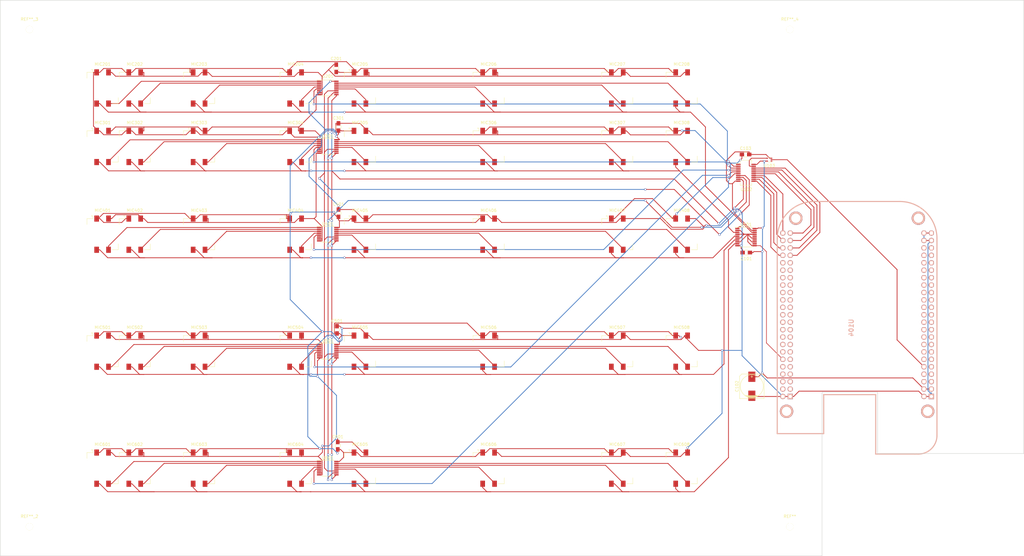
<source format=kicad_pcb>
(kicad_pcb (version 20171130) (host pcbnew "(5.1.12)-1")
  (layers (0 F.Cu signal) (1 Ground_plane power) (2 Power_plane power) (31 B.Cu signal) (34 B.Paste user hide) (35 F.Paste user hide) (36 B.SilkS user hide) (37 F.SilkS user hide) (38 B.Mask user hide) (39 F.Mask user hide) (44 Edge.Cuts user))
  (net 0 "")
  (net 1 DVDD)
  (net 2 DGND)
  (net 3 "/Microphone set A/CLK")
  (net 4 "Net-(MIC201-Pad3)")
  (net 5 "Net-(MIC202-Pad3)")
  (net 6 "Net-(MIC203-Pad3)")
  (net 7 "Net-(MIC204-Pad3)")
  (net 8 "Net-(MIC205-Pad3)")
  (net 9 "Net-(MIC206-Pad3)")
  (net 10 "Net-(MIC207-Pad3)")
  (net 11 "Net-(MIC208-Pad3)")
  (net 12 "/Microphone set B/CLK")
  (net 13 "Net-(MIC301-Pad3)")
  (net 14 "Net-(MIC302-Pad3)")
  (net 15 "Net-(MIC303-Pad3)")
  (net 16 "Net-(MIC304-Pad3)")
  (net 17 "Net-(MIC305-Pad3)")
  (net 18 "Net-(MIC306-Pad3)")
  (net 19 "Net-(MIC307-Pad3)")
  (net 20 "Net-(MIC308-Pad3)")
  (net 21 "/Microphone set C/CLK")
  (net 22 "Net-(MIC401-Pad3)")
  (net 23 "Net-(MIC402-Pad3)")
  (net 24 "Net-(MIC403-Pad3)")
  (net 25 "Net-(MIC404-Pad3)")
  (net 26 "Net-(MIC405-Pad3)")
  (net 27 "Net-(MIC406-Pad3)")
  (net 28 "Net-(MIC407-Pad3)")
  (net 29 "Net-(MIC408-Pad3)")
  (net 30 "/Microphone set D/CLK")
  (net 31 "Net-(MIC501-Pad3)")
  (net 32 "Net-(MIC502-Pad3)")
  (net 33 "Net-(MIC503-Pad3)")
  (net 34 "Net-(MIC504-Pad3)")
  (net 35 "Net-(MIC505-Pad3)")
  (net 36 "Net-(MIC506-Pad3)")
  (net 37 "Net-(MIC507-Pad3)")
  (net 38 "Net-(MIC508-Pad3)")
  (net 39 "/Microphone set E/CLK")
  (net 40 "Net-(MIC601-Pad3)")
  (net 41 "Net-(MIC602-Pad3)")
  (net 42 "Net-(MIC603-Pad3)")
  (net 43 "Net-(MIC604-Pad3)")
  (net 44 "Net-(MIC605-Pad3)")
  (net 45 "Net-(MIC606-Pad3)")
  (net 46 "Net-(MIC607-Pad3)")
  (net 47 "Net-(MIC608-Pad3)")
  (net 48 /PRU0_15)
  (net 49 "Net-(U102-Pad1)")
  (net 50 "/Microphone set A/OUT")
  (net 51 "/Microphone set B/OUT")
  (net 52 "/Microphone set C/OUT")
  (net 53 "/Microphone set D/OUT")
  (net 54 "/Microphone set E/OUT")
  (net 55 "/Microphone set A/S0")
  (net 56 "/Microphone set A/S1")
  (net 57 "/Microphone set A/S2")
  (net 58 /PRU1_7)
  (net 59 /PRU1_6)
  (net 60 /PRU1_5)
  (net 61 /PRU1_4)
  (net 62 /PRU1_3)
  (net 63 /PRU1_2)
  (net 64 /PRU1_1)
  (net 65 /PRU1_0)
  (net 66 "Net-(U102-Pad19)")
  (net 67 "Net-(U103-Pad1)")
  (net 68 /SYS_RESETn)
  (net 69 "Net-(U104-PadC5)")
  (net 70 "Net-(U104-PadC6)")
  (net 71 "Net-(U104-PadC7)")
  (net 72 "Net-(U104-PadC8)")
  (net 73 "Net-(U104-PadC9)")
  (net 74 "Net-(U104-PadC11)")
  (net 75 "Net-(U104-PadC12)")
  (net 76 "Net-(U104-PadC13)")
  (net 77 "Net-(U104-PadC14)")
  (net 78 "Net-(U104-PadC15)")
  (net 79 "Net-(U104-PadC16)")
  (net 80 "Net-(U104-PadC17)")
  (net 81 "Net-(U104-PadC18)")
  (net 82 "Net-(U104-PadC19)")
  (net 83 "Net-(U104-PadC20)")
  (net 84 "Net-(U104-PadC21)")
  (net 85 "Net-(U104-PadC22)")
  (net 86 "Net-(U104-PadC23)")
  (net 87 "Net-(U104-PadC24)")
  (net 88 "Net-(U104-PadC25)")
  (net 89 "Net-(U104-PadC26)")
  (net 90 "Net-(U104-PadC27)")
  (net 91 "Net-(U104-PadC28)")
  (net 92 "Net-(U104-PadC29)")
  (net 93 "Net-(U104-PadC30)")
  (net 94 "Net-(U104-PadC31)")
  (net 95 "Net-(U104-PadC32)")
  (net 96 "Net-(U104-PadC33)")
  (net 97 "Net-(U104-PadC34)")
  (net 98 "Net-(U104-PadC35)")
  (net 99 "Net-(U104-PadC36)")
  (net 100 "Net-(U104-PadC37)")
  (net 101 "Net-(U104-PadC38)")
  (net 102 "Net-(U104-PadC39)")
  (net 103 "Net-(U104-PadC40)")
  (net 104 "Net-(U104-PadC41)")
  (net 105 "Net-(U104-PadC42)")
  (net 106 "Net-(U104-PadB3)")
  (net 107 "Net-(U104-PadB4)")
  (net 108 "Net-(U104-PadB5)")
  (net 109 "Net-(U104-PadB6)")
  (net 110 "Net-(U104-PadB7)")
  (net 111 "Net-(U104-PadB8)")
  (net 112 "Net-(U104-PadB9)")
  (net 113 "Net-(U104-PadB10)")
  (net 114 "Net-(U104-PadB13)")
  (net 115 "Net-(U104-PadB14)")
  (net 116 "Net-(U104-PadB15)")
  (net 117 "Net-(U104-PadB16)")
  (net 118 "Net-(U104-PadB17)")
  (net 119 "Net-(U104-PadB18)")
  (net 120 "Net-(U104-PadB19)")
  (net 121 "Net-(U104-PadB20)")
  (net 122 "Net-(U104-PadB21)")
  (net 123 "Net-(U104-PadB22)")
  (net 124 "Net-(U104-PadB23)")
  (net 125 "Net-(U104-PadB24)")
  (net 126 "Net-(U104-PadB25)")
  (net 127 "Net-(U104-PadB26)")
  (net 128 "Net-(U104-PadB27)")
  (net 129 "Net-(U104-PadB28)")
  (net 130 "Net-(U104-PadB29)")
  (net 131 "Net-(U104-PadB30)")
  (net 132 "Net-(U104-PadB31)")
  (net 133 "Net-(U104-PadB32)")
  (net 134 "Net-(U104-PadB33)")
  (net 135 "Net-(U104-PadB34)")
  (net 136 "Net-(U104-PadB35)")
  (net 137 "Net-(U104-PadB36)")
  (net 138 "Net-(U104-PadB37)")
  (net 139 "Net-(U104-PadB38)")
  (net 140 "Net-(U101-Pad12)")
  (net 141 "Net-(U101-Pad14)")
  (net 142 "Net-(U101-Pad16)")
  (net 143 "Net-(U104-PadB11)")
  (module Mounting_Holes:MountingHole_2-5mm (layer F.Cu) (at 300 40)
    (fp_text reference REF**_4 (at 0 -3.50012) (layer F.SilkS))
    (fp_text value MountingHole_2-5mm)
    (pad "" np_thru_hole circle (at 0 0) (size 2.5 2.5) (drill 2.5) (layers *.Cu *.Mask F.SilkS))
  )
  (module Mounting_Holes:MountingHole_2-5mm (layer F.Cu) (at 40 40)
    (fp_text reference REF**_3 (at 0 -3.50012) (layer F.SilkS))
    (fp_text value MountingHole_2-5mm)
    (pad "" np_thru_hole circle (at 0 0) (size 2.5 2.5) (drill 2.5) (layers *.Cu *.Mask F.SilkS))
  )
  (module Mounting_Holes:MountingHole_2-5mm (layer F.Cu) (at 40 210)
    (fp_text reference REF**_2 (at 0 -3.50012) (layer F.SilkS))
    (fp_text value MountingHole_2-5mm)
    (pad "" np_thru_hole circle (at 0 0) (size 2.5 2.5) (drill 2.5) (layers *.Cu *.Mask F.SilkS))
  )
  (module Capacitors_SMD:C_0805_HandSoldering (layer F.Cu) (at 285.11 116.28 180)
    (fp_text reference C101 (at 0 -2.1 180) (layer F.SilkS))
    (fp_text value 1uF)
    (pad 1 smd rect (at -1.25 0 180) (size 1.5 1.25) (layers F.Cu F.Paste F.Mask) (net 1 DVDD))
    (pad 2 smd rect (at 1.25 0 180) (size 1.5 1.25) (layers F.Cu F.Paste F.Mask) (net 2 DGND))
  )
  (module Capacitors_SMD:c_elec_8x10 (layer F.Cu) (at 287 162 90)
    (fp_text reference C102 (at 0 -5.08 90) (layer F.SilkS))
    (fp_text value 100uF)
    (pad 1 smd rect (at 3.2512 0 90) (size 3.50012 2.4003) (layers F.Cu F.Paste F.Mask) (net 1 DVDD))
    (pad 2 smd rect (at -3.2512 0 90) (size 3.50012 2.4003) (layers F.Cu F.Paste F.Mask) (net 2 DGND))
  )
  (module Capacitors_SMD:C_0805_HandSoldering (layer F.Cu) (at 284.856 82.752)
    (fp_text reference C103 (at 0 -2.1) (layer F.SilkS))
    (fp_text value 1uF)
    (pad 1 smd rect (at -1.25 0) (size 1.5 1.25) (layers F.Cu F.Paste F.Mask) (net 1 DVDD))
    (pad 2 smd rect (at 1.25 0) (size 1.5 1.25) (layers F.Cu F.Paste F.Mask) (net 2 DGND))
  )
  (module Capacitors_SMD:C_0805_HandSoldering (layer F.Cu) (at 144.902 53.288 90)
    (fp_text reference C201 (at 3.302 0 180) (layer F.SilkS))
    (fp_text value 1uF)
    (pad 1 smd rect (at -1.25 0 90) (size 1.5 1.25) (layers F.Cu F.Paste F.Mask) (net 1 DVDD))
    (pad 2 smd rect (at 1.25 0 90) (size 1.5 1.25) (layers F.Cu F.Paste F.Mask) (net 2 DGND))
  )
  (module Capacitors_SMD:C_0805_HandSoldering (layer F.Cu) (at 145.664 73.334 90)
    (fp_text reference C301 (at 3.028 0) (layer F.SilkS))
    (fp_text value 1uF)
    (pad 1 smd rect (at -1.25 0 90) (size 1.5 1.25) (layers F.Cu F.Paste F.Mask) (net 1 DVDD))
    (pad 2 smd rect (at 1.25 0 90) (size 1.5 1.25) (layers F.Cu F.Paste F.Mask) (net 2 DGND))
  )
  (module Capacitors_SMD:C_0805_HandSoldering (layer F.Cu) (at 145.664 102.818 90)
    (fp_text reference C401 (at 3.048 0 180) (layer F.SilkS))
    (fp_text value 1uF)
    (pad 1 smd rect (at -1.25 0 90) (size 1.5 1.25) (layers F.Cu F.Paste F.Mask) (net 1 DVDD))
    (pad 2 smd rect (at 1.25 0 90) (size 1.5 1.25) (layers F.Cu F.Paste F.Mask) (net 2 DGND))
  )
  (module Capacitors_SMD:C_0805_HandSoldering (layer F.Cu) (at 145.156 142.696 90)
    (fp_text reference C501 (at 3.048 0 180) (layer F.SilkS))
    (fp_text value 1uF)
    (pad 1 smd rect (at -1.25 0 90) (size 1.5 1.25) (layers F.Cu F.Paste F.Mask) (net 1 DVDD))
    (pad 2 smd rect (at 1.25 0 90) (size 1.5 1.25) (layers F.Cu F.Paste F.Mask) (net 2 DGND))
  )
  (module Capacitors_SMD:C_0805_HandSoldering (layer F.Cu) (at 145.41 182.32 90)
    (fp_text reference C601 (at 3.048 0 180) (layer F.SilkS))
    (fp_text value 1uF)
    (pad 1 smd rect (at -1.25 0 90) (size 1.5 1.25) (layers F.Cu F.Paste F.Mask) (net 1 DVDD))
    (pad 2 smd rect (at 1.25 0 90) (size 1.5 1.25) (layers F.Cu F.Paste F.Mask) (net 2 DGND))
  )
  (module mems_array:Mems_Mic_Module (layer F.Cu) (at 65 60)
    (fp_text reference MIC201 (at 0 -8.128) (layer F.SilkS))
    (fp_text value MIC_MODULE)
    (pad 1 smd rect (at -2.032 -5.334) (size 1.6 2.1) (layers F.Cu F.Paste F.Mask) (net 1 DVDD))
    (pad 2 smd rect (at 2.032 -5.334) (size 1.6 2.1) (layers F.Cu F.Paste F.Mask) (net 2 DGND))
    (pad 4 smd rect (at -2.032 5.334) (size 1.6 2.1) (layers F.Cu F.Paste F.Mask) (net 3 "/Microphone set A/CLK"))
    (pad 3 smd rect (at 2.032 5.334) (size 1.6 2.1) (layers F.Cu F.Paste F.Mask) (net 4 "Net-(MIC201-Pad3)"))
  )
  (module mems_array:Mems_Mic_Module (layer F.Cu) (at 76 60)
    (fp_text reference MIC202 (at 0 -8.128) (layer F.SilkS))
    (fp_text value MIC_MODULE)
    (pad 1 smd rect (at -2.032 -5.334) (size 1.6 2.1) (layers F.Cu F.Paste F.Mask) (net 1 DVDD))
    (pad 2 smd rect (at 2.032 -5.334) (size 1.6 2.1) (layers F.Cu F.Paste F.Mask) (net 2 DGND))
    (pad 4 smd rect (at -2.032 5.334) (size 1.6 2.1) (layers F.Cu F.Paste F.Mask) (net 3 "/Microphone set A/CLK"))
    (pad 3 smd rect (at 2.032 5.334) (size 1.6 2.1) (layers F.Cu F.Paste F.Mask) (net 5 "Net-(MIC202-Pad3)"))
  )
  (module mems_array:Mems_Mic_Module (layer F.Cu) (at 98 60)
    (fp_text reference MIC203 (at 0 -8.128) (layer F.SilkS))
    (fp_text value MIC_MODULE)
    (pad 1 smd rect (at -2.032 -5.334) (size 1.6 2.1) (layers F.Cu F.Paste F.Mask) (net 1 DVDD))
    (pad 2 smd rect (at 2.032 -5.334) (size 1.6 2.1) (layers F.Cu F.Paste F.Mask) (net 2 DGND))
    (pad 4 smd rect (at -2.032 5.334) (size 1.6 2.1) (layers F.Cu F.Paste F.Mask) (net 3 "/Microphone set A/CLK"))
    (pad 3 smd rect (at 2.032 5.334) (size 1.6 2.1) (layers F.Cu F.Paste F.Mask) (net 6 "Net-(MIC203-Pad3)"))
  )
  (module mems_array:Mems_Mic_Module (layer F.Cu) (at 131 60)
    (fp_text reference MIC204 (at 0 -8.128) (layer F.SilkS))
    (fp_text value MIC_MODULE)
    (pad 1 smd rect (at -2.032 -5.334) (size 1.6 2.1) (layers F.Cu F.Paste F.Mask) (net 1 DVDD))
    (pad 2 smd rect (at 2.032 -5.334) (size 1.6 2.1) (layers F.Cu F.Paste F.Mask) (net 2 DGND))
    (pad 4 smd rect (at -2.032 5.334) (size 1.6 2.1) (layers F.Cu F.Paste F.Mask) (net 3 "/Microphone set A/CLK"))
    (pad 3 smd rect (at 2.032 5.334) (size 1.6 2.1) (layers F.Cu F.Paste F.Mask) (net 7 "Net-(MIC204-Pad3)"))
  )
  (module mems_array:Mems_Mic_Module (layer F.Cu) (at 153 60)
    (fp_text reference MIC205 (at 0 -8.128) (layer F.SilkS))
    (fp_text value MIC_MODULE)
    (pad 1 smd rect (at -2.032 -5.334) (size 1.6 2.1) (layers F.Cu F.Paste F.Mask) (net 1 DVDD))
    (pad 2 smd rect (at 2.032 -5.334) (size 1.6 2.1) (layers F.Cu F.Paste F.Mask) (net 2 DGND))
    (pad 4 smd rect (at -2.032 5.334) (size 1.6 2.1) (layers F.Cu F.Paste F.Mask) (net 3 "/Microphone set A/CLK"))
    (pad 3 smd rect (at 2.032 5.334) (size 1.6 2.1) (layers F.Cu F.Paste F.Mask) (net 8 "Net-(MIC205-Pad3)"))
  )
  (module mems_array:Mems_Mic_Module (layer F.Cu) (at 197 60)
    (fp_text reference MIC206 (at 0 -8.128) (layer F.SilkS))
    (fp_text value MIC_MODULE)
    (pad 1 smd rect (at -2.032 -5.334) (size 1.6 2.1) (layers F.Cu F.Paste F.Mask) (net 1 DVDD))
    (pad 2 smd rect (at 2.032 -5.334) (size 1.6 2.1) (layers F.Cu F.Paste F.Mask) (net 2 DGND))
    (pad 4 smd rect (at -2.032 5.334) (size 1.6 2.1) (layers F.Cu F.Paste F.Mask) (net 3 "/Microphone set A/CLK"))
    (pad 3 smd rect (at 2.032 5.334) (size 1.6 2.1) (layers F.Cu F.Paste F.Mask) (net 9 "Net-(MIC206-Pad3)"))
  )
  (module mems_array:Mems_Mic_Module (layer F.Cu) (at 241 60)
    (fp_text reference MIC207 (at 0 -8.128) (layer F.SilkS))
    (fp_text value MIC_MODULE)
    (pad 1 smd rect (at -2.032 -5.334) (size 1.6 2.1) (layers F.Cu F.Paste F.Mask) (net 1 DVDD))
    (pad 2 smd rect (at 2.032 -5.334) (size 1.6 2.1) (layers F.Cu F.Paste F.Mask) (net 2 DGND))
    (pad 4 smd rect (at -2.032 5.334) (size 1.6 2.1) (layers F.Cu F.Paste F.Mask) (net 3 "/Microphone set A/CLK"))
    (pad 3 smd rect (at 2.032 5.334) (size 1.6 2.1) (layers F.Cu F.Paste F.Mask) (net 10 "Net-(MIC207-Pad3)"))
  )
  (module mems_array:Mems_Mic_Module (layer F.Cu) (at 263 60)
    (fp_text reference MIC208 (at 0 -8.128) (layer F.SilkS))
    (fp_text value MIC_MODULE)
    (pad 1 smd rect (at -2.032 -5.334) (size 1.6 2.1) (layers F.Cu F.Paste F.Mask) (net 1 DVDD))
    (pad 2 smd rect (at 2.032 -5.334) (size 1.6 2.1) (layers F.Cu F.Paste F.Mask) (net 2 DGND))
    (pad 4 smd rect (at -2.032 5.334) (size 1.6 2.1) (layers F.Cu F.Paste F.Mask) (net 3 "/Microphone set A/CLK"))
    (pad 3 smd rect (at 2.032 5.334) (size 1.6 2.1) (layers F.Cu F.Paste F.Mask) (net 11 "Net-(MIC208-Pad3)"))
  )
  (module mems_array:Mems_Mic_Module (layer F.Cu) (at 65 80)
    (fp_text reference MIC301 (at 0 -8.128) (layer F.SilkS))
    (fp_text value MIC_MODULE)
    (pad 1 smd rect (at -2.032 -5.334) (size 1.6 2.1) (layers F.Cu F.Paste F.Mask) (net 1 DVDD))
    (pad 2 smd rect (at 2.032 -5.334) (size 1.6 2.1) (layers F.Cu F.Paste F.Mask) (net 2 DGND))
    (pad 4 smd rect (at -2.032 5.334) (size 1.6 2.1) (layers F.Cu F.Paste F.Mask) (net 12 "/Microphone set B/CLK"))
    (pad 3 smd rect (at 2.032 5.334) (size 1.6 2.1) (layers F.Cu F.Paste F.Mask) (net 13 "Net-(MIC301-Pad3)"))
  )
  (module mems_array:Mems_Mic_Module (layer F.Cu) (at 76 80)
    (fp_text reference MIC302 (at 0 -8.128) (layer F.SilkS))
    (fp_text value MIC_MODULE)
    (pad 1 smd rect (at -2.032 -5.334) (size 1.6 2.1) (layers F.Cu F.Paste F.Mask) (net 1 DVDD))
    (pad 2 smd rect (at 2.032 -5.334) (size 1.6 2.1) (layers F.Cu F.Paste F.Mask) (net 2 DGND))
    (pad 4 smd rect (at -2.032 5.334) (size 1.6 2.1) (layers F.Cu F.Paste F.Mask) (net 12 "/Microphone set B/CLK"))
    (pad 3 smd rect (at 2.032 5.334) (size 1.6 2.1) (layers F.Cu F.Paste F.Mask) (net 14 "Net-(MIC302-Pad3)"))
  )
  (module mems_array:Mems_Mic_Module (layer F.Cu) (at 98 80)
    (fp_text reference MIC303 (at 0 -8.128) (layer F.SilkS))
    (fp_text value MIC_MODULE)
    (pad 1 smd rect (at -2.032 -5.334) (size 1.6 2.1) (layers F.Cu F.Paste F.Mask) (net 1 DVDD))
    (pad 2 smd rect (at 2.032 -5.334) (size 1.6 2.1) (layers F.Cu F.Paste F.Mask) (net 2 DGND))
    (pad 4 smd rect (at -2.032 5.334) (size 1.6 2.1) (layers F.Cu F.Paste F.Mask) (net 12 "/Microphone set B/CLK"))
    (pad 3 smd rect (at 2.032 5.334) (size 1.6 2.1) (layers F.Cu F.Paste F.Mask) (net 15 "Net-(MIC303-Pad3)"))
  )
  (module mems_array:Mems_Mic_Module (layer F.Cu) (at 131 80)
    (fp_text reference MIC304 (at 0 -8.128) (layer F.SilkS))
    (fp_text value MIC_MODULE)
    (pad 1 smd rect (at -2.032 -5.334) (size 1.6 2.1) (layers F.Cu F.Paste F.Mask) (net 1 DVDD))
    (pad 2 smd rect (at 2.032 -5.334) (size 1.6 2.1) (layers F.Cu F.Paste F.Mask) (net 2 DGND))
    (pad 4 smd rect (at -2.032 5.334) (size 1.6 2.1) (layers F.Cu F.Paste F.Mask) (net 12 "/Microphone set B/CLK"))
    (pad 3 smd rect (at 2.032 5.334) (size 1.6 2.1) (layers F.Cu F.Paste F.Mask) (net 16 "Net-(MIC304-Pad3)"))
  )
  (module mems_array:Mems_Mic_Module (layer F.Cu) (at 153 80)
    (fp_text reference MIC305 (at 0 -8.128) (layer F.SilkS))
    (fp_text value MIC_MODULE)
    (pad 1 smd rect (at -2.032 -5.334) (size 1.6 2.1) (layers F.Cu F.Paste F.Mask) (net 1 DVDD))
    (pad 2 smd rect (at 2.032 -5.334) (size 1.6 2.1) (layers F.Cu F.Paste F.Mask) (net 2 DGND))
    (pad 4 smd rect (at -2.032 5.334) (size 1.6 2.1) (layers F.Cu F.Paste F.Mask) (net 12 "/Microphone set B/CLK"))
    (pad 3 smd rect (at 2.032 5.334) (size 1.6 2.1) (layers F.Cu F.Paste F.Mask) (net 17 "Net-(MIC305-Pad3)"))
  )
  (module mems_array:Mems_Mic_Module (layer F.Cu) (at 197 80)
    (fp_text reference MIC306 (at 0 -8.128) (layer F.SilkS))
    (fp_text value MIC_MODULE)
    (pad 1 smd rect (at -2.032 -5.334) (size 1.6 2.1) (layers F.Cu F.Paste F.Mask) (net 1 DVDD))
    (pad 2 smd rect (at 2.032 -5.334) (size 1.6 2.1) (layers F.Cu F.Paste F.Mask) (net 2 DGND))
    (pad 4 smd rect (at -2.032 5.334) (size 1.6 2.1) (layers F.Cu F.Paste F.Mask) (net 12 "/Microphone set B/CLK"))
    (pad 3 smd rect (at 2.032 5.334) (size 1.6 2.1) (layers F.Cu F.Paste F.Mask) (net 18 "Net-(MIC306-Pad3)"))
  )
  (module mems_array:Mems_Mic_Module (layer F.Cu) (at 241 80)
    (fp_text reference MIC307 (at 0 -8.128) (layer F.SilkS))
    (fp_text value MIC_MODULE)
    (pad 1 smd rect (at -2.032 -5.334) (size 1.6 2.1) (layers F.Cu F.Paste F.Mask) (net 1 DVDD))
    (pad 2 smd rect (at 2.032 -5.334) (size 1.6 2.1) (layers F.Cu F.Paste F.Mask) (net 2 DGND))
    (pad 4 smd rect (at -2.032 5.334) (size 1.6 2.1) (layers F.Cu F.Paste F.Mask) (net 12 "/Microphone set B/CLK"))
    (pad 3 smd rect (at 2.032 5.334) (size 1.6 2.1) (layers F.Cu F.Paste F.Mask) (net 19 "Net-(MIC307-Pad3)"))
  )
  (module mems_array:Mems_Mic_Module (layer F.Cu) (at 263 80)
    (fp_text reference MIC308 (at 0 -8.128) (layer F.SilkS))
    (fp_text value MIC_MODULE)
    (pad 1 smd rect (at -2.032 -5.334) (size 1.6 2.1) (layers F.Cu F.Paste F.Mask) (net 1 DVDD))
    (pad 2 smd rect (at 2.032 -5.334) (size 1.6 2.1) (layers F.Cu F.Paste F.Mask) (net 2 DGND))
    (pad 4 smd rect (at -2.032 5.334) (size 1.6 2.1) (layers F.Cu F.Paste F.Mask) (net 12 "/Microphone set B/CLK"))
    (pad 3 smd rect (at 2.032 5.334) (size 1.6 2.1) (layers F.Cu F.Paste F.Mask) (net 20 "Net-(MIC308-Pad3)"))
  )
  (module mems_array:Mems_Mic_Module (layer F.Cu) (at 65 110)
    (fp_text reference MIC401 (at 0 -8.128) (layer F.SilkS))
    (fp_text value MIC_MODULE)
    (pad 1 smd rect (at -2.032 -5.334) (size 1.6 2.1) (layers F.Cu F.Paste F.Mask) (net 1 DVDD))
    (pad 2 smd rect (at 2.032 -5.334) (size 1.6 2.1) (layers F.Cu F.Paste F.Mask) (net 2 DGND))
    (pad 4 smd rect (at -2.032 5.334) (size 1.6 2.1) (layers F.Cu F.Paste F.Mask) (net 21 "/Microphone set C/CLK"))
    (pad 3 smd rect (at 2.032 5.334) (size 1.6 2.1) (layers F.Cu F.Paste F.Mask) (net 22 "Net-(MIC401-Pad3)"))
  )
  (module mems_array:Mems_Mic_Module (layer F.Cu) (at 76 110)
    (fp_text reference MIC402 (at 0 -8.128) (layer F.SilkS))
    (fp_text value MIC_MODULE)
    (pad 1 smd rect (at -2.032 -5.334) (size 1.6 2.1) (layers F.Cu F.Paste F.Mask) (net 1 DVDD))
    (pad 2 smd rect (at 2.032 -5.334) (size 1.6 2.1) (layers F.Cu F.Paste F.Mask) (net 2 DGND))
    (pad 4 smd rect (at -2.032 5.334) (size 1.6 2.1) (layers F.Cu F.Paste F.Mask) (net 21 "/Microphone set C/CLK"))
    (pad 3 smd rect (at 2.032 5.334) (size 1.6 2.1) (layers F.Cu F.Paste F.Mask) (net 23 "Net-(MIC402-Pad3)"))
  )
  (module mems_array:Mems_Mic_Module (layer F.Cu) (at 98 110)
    (fp_text reference MIC403 (at 0 -8.128) (layer F.SilkS))
    (fp_text value MIC_MODULE)
    (pad 1 smd rect (at -2.032 -5.334) (size 1.6 2.1) (layers F.Cu F.Paste F.Mask) (net 1 DVDD))
    (pad 2 smd rect (at 2.032 -5.334) (size 1.6 2.1) (layers F.Cu F.Paste F.Mask) (net 2 DGND))
    (pad 4 smd rect (at -2.032 5.334) (size 1.6 2.1) (layers F.Cu F.Paste F.Mask) (net 21 "/Microphone set C/CLK"))
    (pad 3 smd rect (at 2.032 5.334) (size 1.6 2.1) (layers F.Cu F.Paste F.Mask) (net 24 "Net-(MIC403-Pad3)"))
  )
  (module mems_array:Mems_Mic_Module (layer F.Cu) (at 131 110)
    (fp_text reference MIC404 (at 0 -8.128) (layer F.SilkS))
    (fp_text value MIC_MODULE)
    (pad 1 smd rect (at -2.032 -5.334) (size 1.6 2.1) (layers F.Cu F.Paste F.Mask) (net 1 DVDD))
    (pad 2 smd rect (at 2.032 -5.334) (size 1.6 2.1) (layers F.Cu F.Paste F.Mask) (net 2 DGND))
    (pad 4 smd rect (at -2.032 5.334) (size 1.6 2.1) (layers F.Cu F.Paste F.Mask) (net 21 "/Microphone set C/CLK"))
    (pad 3 smd rect (at 2.032 5.334) (size 1.6 2.1) (layers F.Cu F.Paste F.Mask) (net 25 "Net-(MIC404-Pad3)"))
  )
  (module mems_array:Mems_Mic_Module (layer F.Cu) (at 153 110)
    (fp_text reference MIC405 (at 0 -8.128) (layer F.SilkS))
    (fp_text value MIC_MODULE)
    (pad 1 smd rect (at -2.032 -5.334) (size 1.6 2.1) (layers F.Cu F.Paste F.Mask) (net 1 DVDD))
    (pad 2 smd rect (at 2.032 -5.334) (size 1.6 2.1) (layers F.Cu F.Paste F.Mask) (net 2 DGND))
    (pad 4 smd rect (at -2.032 5.334) (size 1.6 2.1) (layers F.Cu F.Paste F.Mask) (net 21 "/Microphone set C/CLK"))
    (pad 3 smd rect (at 2.032 5.334) (size 1.6 2.1) (layers F.Cu F.Paste F.Mask) (net 26 "Net-(MIC405-Pad3)"))
  )
  (module mems_array:Mems_Mic_Module (layer F.Cu) (at 197 110)
    (fp_text reference MIC406 (at 0 -8.128) (layer F.SilkS))
    (fp_text value MIC_MODULE)
    (pad 1 smd rect (at -2.032 -5.334) (size 1.6 2.1) (layers F.Cu F.Paste F.Mask) (net 1 DVDD))
    (pad 2 smd rect (at 2.032 -5.334) (size 1.6 2.1) (layers F.Cu F.Paste F.Mask) (net 2 DGND))
    (pad 4 smd rect (at -2.032 5.334) (size 1.6 2.1) (layers F.Cu F.Paste F.Mask) (net 21 "/Microphone set C/CLK"))
    (pad 3 smd rect (at 2.032 5.334) (size 1.6 2.1) (layers F.Cu F.Paste F.Mask) (net 27 "Net-(MIC406-Pad3)"))
  )
  (module mems_array:Mems_Mic_Module (layer F.Cu) (at 241 110)
    (fp_text reference MIC407 (at 0 -8.128) (layer F.SilkS))
    (fp_text value MIC_MODULE)
    (pad 1 smd rect (at -2.032 -5.334) (size 1.6 2.1) (layers F.Cu F.Paste F.Mask) (net 1 DVDD))
    (pad 2 smd rect (at 2.032 -5.334) (size 1.6 2.1) (layers F.Cu F.Paste F.Mask) (net 2 DGND))
    (pad 4 smd rect (at -2.032 5.334) (size 1.6 2.1) (layers F.Cu F.Paste F.Mask) (net 21 "/Microphone set C/CLK"))
    (pad 3 smd rect (at 2.032 5.334) (size 1.6 2.1) (layers F.Cu F.Paste F.Mask) (net 28 "Net-(MIC407-Pad3)"))
  )
  (module mems_array:Mems_Mic_Module (layer F.Cu) (at 263 110)
    (fp_text reference MIC408 (at 0 -8.128) (layer F.SilkS))
    (fp_text value MIC_MODULE)
    (pad 1 smd rect (at -2.032 -5.334) (size 1.6 2.1) (layers F.Cu F.Paste F.Mask) (net 1 DVDD))
    (pad 2 smd rect (at 2.032 -5.334) (size 1.6 2.1) (layers F.Cu F.Paste F.Mask) (net 2 DGND))
    (pad 4 smd rect (at -2.032 5.334) (size 1.6 2.1) (layers F.Cu F.Paste F.Mask) (net 21 "/Microphone set C/CLK"))
    (pad 3 smd rect (at 2.032 5.334) (size 1.6 2.1) (layers F.Cu F.Paste F.Mask) (net 29 "Net-(MIC408-Pad3)"))
  )
  (module mems_array:Mems_Mic_Module (layer F.Cu) (at 65 150)
    (fp_text reference MIC501 (at 0 -8.128) (layer F.SilkS))
    (fp_text value MIC_MODULE)
    (pad 1 smd rect (at -2.032 -5.334) (size 1.6 2.1) (layers F.Cu F.Paste F.Mask) (net 1 DVDD))
    (pad 2 smd rect (at 2.032 -5.334) (size 1.6 2.1) (layers F.Cu F.Paste F.Mask) (net 2 DGND))
    (pad 4 smd rect (at -2.032 5.334) (size 1.6 2.1) (layers F.Cu F.Paste F.Mask) (net 30 "/Microphone set D/CLK"))
    (pad 3 smd rect (at 2.032 5.334) (size 1.6 2.1) (layers F.Cu F.Paste F.Mask) (net 31 "Net-(MIC501-Pad3)"))
  )
  (module mems_array:Mems_Mic_Module (layer F.Cu) (at 76 150)
    (fp_text reference MIC502 (at 0 -8.128) (layer F.SilkS))
    (fp_text value MIC_MODULE)
    (pad 1 smd rect (at -2.032 -5.334) (size 1.6 2.1) (layers F.Cu F.Paste F.Mask) (net 1 DVDD))
    (pad 2 smd rect (at 2.032 -5.334) (size 1.6 2.1) (layers F.Cu F.Paste F.Mask) (net 2 DGND))
    (pad 4 smd rect (at -2.032 5.334) (size 1.6 2.1) (layers F.Cu F.Paste F.Mask) (net 30 "/Microphone set D/CLK"))
    (pad 3 smd rect (at 2.032 5.334) (size 1.6 2.1) (layers F.Cu F.Paste F.Mask) (net 32 "Net-(MIC502-Pad3)"))
  )
  (module mems_array:Mems_Mic_Module (layer F.Cu) (at 98 150)
    (fp_text reference MIC503 (at 0 -8.128) (layer F.SilkS))
    (fp_text value MIC_MODULE)
    (pad 1 smd rect (at -2.032 -5.334) (size 1.6 2.1) (layers F.Cu F.Paste F.Mask) (net 1 DVDD))
    (pad 2 smd rect (at 2.032 -5.334) (size 1.6 2.1) (layers F.Cu F.Paste F.Mask) (net 2 DGND))
    (pad 4 smd rect (at -2.032 5.334) (size 1.6 2.1) (layers F.Cu F.Paste F.Mask) (net 30 "/Microphone set D/CLK"))
    (pad 3 smd rect (at 2.032 5.334) (size 1.6 2.1) (layers F.Cu F.Paste F.Mask) (net 33 "Net-(MIC503-Pad3)"))
  )
  (module mems_array:Mems_Mic_Module (layer F.Cu) (at 131 150)
    (fp_text reference MIC504 (at 0 -8.128) (layer F.SilkS))
    (fp_text value MIC_MODULE)
    (pad 1 smd rect (at -2.032 -5.334) (size 1.6 2.1) (layers F.Cu F.Paste F.Mask) (net 1 DVDD))
    (pad 2 smd rect (at 2.032 -5.334) (size 1.6 2.1) (layers F.Cu F.Paste F.Mask) (net 2 DGND))
    (pad 4 smd rect (at -2.032 5.334) (size 1.6 2.1) (layers F.Cu F.Paste F.Mask) (net 30 "/Microphone set D/CLK"))
    (pad 3 smd rect (at 2.032 5.334) (size 1.6 2.1) (layers F.Cu F.Paste F.Mask) (net 34 "Net-(MIC504-Pad3)"))
  )
  (module mems_array:Mems_Mic_Module (layer F.Cu) (at 153 150)
    (fp_text reference MIC505 (at 0 -8.128) (layer F.SilkS))
    (fp_text value MIC_MODULE)
    (pad 1 smd rect (at -2.032 -5.334) (size 1.6 2.1) (layers F.Cu F.Paste F.Mask) (net 1 DVDD))
    (pad 2 smd rect (at 2.032 -5.334) (size 1.6 2.1) (layers F.Cu F.Paste F.Mask) (net 2 DGND))
    (pad 4 smd rect (at -2.032 5.334) (size 1.6 2.1) (layers F.Cu F.Paste F.Mask) (net 30 "/Microphone set D/CLK"))
    (pad 3 smd rect (at 2.032 5.334) (size 1.6 2.1) (layers F.Cu F.Paste F.Mask) (net 35 "Net-(MIC505-Pad3)"))
  )
  (module mems_array:Mems_Mic_Module (layer F.Cu) (at 197 150)
    (fp_text reference MIC506 (at 0 -8.128) (layer F.SilkS))
    (fp_text value MIC_MODULE)
    (pad 1 smd rect (at -2.032 -5.334) (size 1.6 2.1) (layers F.Cu F.Paste F.Mask) (net 1 DVDD))
    (pad 2 smd rect (at 2.032 -5.334) (size 1.6 2.1) (layers F.Cu F.Paste F.Mask) (net 2 DGND))
    (pad 4 smd rect (at -2.032 5.334) (size 1.6 2.1) (layers F.Cu F.Paste F.Mask) (net 30 "/Microphone set D/CLK"))
    (pad 3 smd rect (at 2.032 5.334) (size 1.6 2.1) (layers F.Cu F.Paste F.Mask) (net 36 "Net-(MIC506-Pad3)"))
  )
  (module mems_array:Mems_Mic_Module (layer F.Cu) (at 241 150)
    (fp_text reference MIC507 (at 0 -8.128) (layer F.SilkS))
    (fp_text value MIC_MODULE)
    (pad 1 smd rect (at -2.032 -5.334) (size 1.6 2.1) (layers F.Cu F.Paste F.Mask) (net 1 DVDD))
    (pad 2 smd rect (at 2.032 -5.334) (size 1.6 2.1) (layers F.Cu F.Paste F.Mask) (net 2 DGND))
    (pad 4 smd rect (at -2.032 5.334) (size 1.6 2.1) (layers F.Cu F.Paste F.Mask) (net 30 "/Microphone set D/CLK"))
    (pad 3 smd rect (at 2.032 5.334) (size 1.6 2.1) (layers F.Cu F.Paste F.Mask) (net 37 "Net-(MIC507-Pad3)"))
  )
  (module mems_array:Mems_Mic_Module (layer F.Cu) (at 263 150)
    (fp_text reference MIC508 (at 0 -8.128) (layer F.SilkS))
    (fp_text value MIC_MODULE)
    (pad 1 smd rect (at -2.032 -5.334) (size 1.6 2.1) (layers F.Cu F.Paste F.Mask) (net 1 DVDD))
    (pad 2 smd rect (at 2.032 -5.334) (size 1.6 2.1) (layers F.Cu F.Paste F.Mask) (net 2 DGND))
    (pad 4 smd rect (at -2.032 5.334) (size 1.6 2.1) (layers F.Cu F.Paste F.Mask) (net 30 "/Microphone set D/CLK"))
    (pad 3 smd rect (at 2.032 5.334) (size 1.6 2.1) (layers F.Cu F.Paste F.Mask) (net 38 "Net-(MIC508-Pad3)"))
  )
  (module mems_array:Mems_Mic_Module (layer F.Cu) (at 65 190)
    (fp_text reference MIC601 (at 0 -8.128) (layer F.SilkS))
    (fp_text value MIC_MODULE)
    (pad 1 smd rect (at -2.032 -5.334) (size 1.6 2.1) (layers F.Cu F.Paste F.Mask) (net 1 DVDD))
    (pad 2 smd rect (at 2.032 -5.334) (size 1.6 2.1) (layers F.Cu F.Paste F.Mask) (net 2 DGND))
    (pad 4 smd rect (at -2.032 5.334) (size 1.6 2.1) (layers F.Cu F.Paste F.Mask) (net 39 "/Microphone set E/CLK"))
    (pad 3 smd rect (at 2.032 5.334) (size 1.6 2.1) (layers F.Cu F.Paste F.Mask) (net 40 "Net-(MIC601-Pad3)"))
  )
  (module mems_array:Mems_Mic_Module (layer F.Cu) (at 76 190)
    (fp_text reference MIC602 (at 0 -8.128) (layer F.SilkS))
    (fp_text value MIC_MODULE)
    (pad 1 smd rect (at -2.032 -5.334) (size 1.6 2.1) (layers F.Cu F.Paste F.Mask) (net 1 DVDD))
    (pad 2 smd rect (at 2.032 -5.334) (size 1.6 2.1) (layers F.Cu F.Paste F.Mask) (net 2 DGND))
    (pad 4 smd rect (at -2.032 5.334) (size 1.6 2.1) (layers F.Cu F.Paste F.Mask) (net 39 "/Microphone set E/CLK"))
    (pad 3 smd rect (at 2.032 5.334) (size 1.6 2.1) (layers F.Cu F.Paste F.Mask) (net 41 "Net-(MIC602-Pad3)"))
  )
  (module mems_array:Mems_Mic_Module (layer F.Cu) (at 98 190)
    (fp_text reference MIC603 (at 0 -8.128) (layer F.SilkS))
    (fp_text value MIC_MODULE)
    (pad 1 smd rect (at -2.032 -5.334) (size 1.6 2.1) (layers F.Cu F.Paste F.Mask) (net 1 DVDD))
    (pad 2 smd rect (at 2.032 -5.334) (size 1.6 2.1) (layers F.Cu F.Paste F.Mask) (net 2 DGND))
    (pad 4 smd rect (at -2.032 5.334) (size 1.6 2.1) (layers F.Cu F.Paste F.Mask) (net 39 "/Microphone set E/CLK"))
    (pad 3 smd rect (at 2.032 5.334) (size 1.6 2.1) (layers F.Cu F.Paste F.Mask) (net 42 "Net-(MIC603-Pad3)"))
  )
  (module mems_array:Mems_Mic_Module (layer F.Cu) (at 131 190)
    (fp_text reference MIC604 (at 0 -8.128) (layer F.SilkS))
    (fp_text value MIC_MODULE)
    (pad 1 smd rect (at -2.032 -5.334) (size 1.6 2.1) (layers F.Cu F.Paste F.Mask) (net 1 DVDD))
    (pad 2 smd rect (at 2.032 -5.334) (size 1.6 2.1) (layers F.Cu F.Paste F.Mask) (net 2 DGND))
    (pad 4 smd rect (at -2.032 5.334) (size 1.6 2.1) (layers F.Cu F.Paste F.Mask) (net 39 "/Microphone set E/CLK"))
    (pad 3 smd rect (at 2.032 5.334) (size 1.6 2.1) (layers F.Cu F.Paste F.Mask) (net 43 "Net-(MIC604-Pad3)"))
  )
  (module mems_array:Mems_Mic_Module (layer F.Cu) (at 153 190)
    (fp_text reference MIC605 (at 0 -8.128) (layer F.SilkS))
    (fp_text value MIC_MODULE)
    (pad 1 smd rect (at -2.032 -5.334) (size 1.6 2.1) (layers F.Cu F.Paste F.Mask) (net 1 DVDD))
    (pad 2 smd rect (at 2.032 -5.334) (size 1.6 2.1) (layers F.Cu F.Paste F.Mask) (net 2 DGND))
    (pad 4 smd rect (at -2.032 5.334) (size 1.6 2.1) (layers F.Cu F.Paste F.Mask) (net 39 "/Microphone set E/CLK"))
    (pad 3 smd rect (at 2.032 5.334) (size 1.6 2.1) (layers F.Cu F.Paste F.Mask) (net 44 "Net-(MIC605-Pad3)"))
  )
  (module mems_array:Mems_Mic_Module (layer F.Cu) (at 197 190)
    (fp_text reference MIC606 (at 0 -8.128) (layer F.SilkS))
    (fp_text value MIC_MODULE)
    (pad 1 smd rect (at -2.032 -5.334) (size 1.6 2.1) (layers F.Cu F.Paste F.Mask) (net 1 DVDD))
    (pad 2 smd rect (at 2.032 -5.334) (size 1.6 2.1) (layers F.Cu F.Paste F.Mask) (net 2 DGND))
    (pad 4 smd rect (at -2.032 5.334) (size 1.6 2.1) (layers F.Cu F.Paste F.Mask) (net 39 "/Microphone set E/CLK"))
    (pad 3 smd rect (at 2.032 5.334) (size 1.6 2.1) (layers F.Cu F.Paste F.Mask) (net 45 "Net-(MIC606-Pad3)"))
  )
  (module mems_array:Mems_Mic_Module (layer F.Cu) (at 241 190)
    (fp_text reference MIC607 (at 0 -8.128) (layer F.SilkS))
    (fp_text value MIC_MODULE)
    (pad 1 smd rect (at -2.032 -5.334) (size 1.6 2.1) (layers F.Cu F.Paste F.Mask) (net 1 DVDD))
    (pad 2 smd rect (at 2.032 -5.334) (size 1.6 2.1) (layers F.Cu F.Paste F.Mask) (net 2 DGND))
    (pad 4 smd rect (at -2.032 5.334) (size 1.6 2.1) (layers F.Cu F.Paste F.Mask) (net 39 "/Microphone set E/CLK"))
    (pad 3 smd rect (at 2.032 5.334) (size 1.6 2.1) (layers F.Cu F.Paste F.Mask) (net 46 "Net-(MIC607-Pad3)"))
  )
  (module mems_array:Mems_Mic_Module (layer F.Cu) (at 263 190)
    (fp_text reference MIC608 (at 0 -8.128) (layer F.SilkS))
    (fp_text value MIC_MODULE)
    (pad 1 smd rect (at -2.032 -5.334) (size 1.6 2.1) (layers F.Cu F.Paste F.Mask) (net 1 DVDD))
    (pad 2 smd rect (at 2.032 -5.334) (size 1.6 2.1) (layers F.Cu F.Paste F.Mask) (net 2 DGND))
    (pad 4 smd rect (at -2.032 5.334) (size 1.6 2.1) (layers F.Cu F.Paste F.Mask) (net 39 "/Microphone set E/CLK"))
    (pad 3 smd rect (at 2.032 5.334) (size 1.6 2.1) (layers F.Cu F.Paste F.Mask) (net 47 "Net-(MIC608-Pad3)"))
  )
  (module Housings_SSOP:TSSOP-20_4.4x6.5mm_Pitch0.65mm (layer F.Cu) (at 285 111)
    (fp_text reference U101 (at 0 -4.3) (layer F.SilkS))
    (fp_text value 74AHC244)
    (pad 1 smd rect (at -2.95 -2.925) (size 1.45 0.45) (layers F.Cu F.Paste F.Mask) (net 2 DGND))
    (pad 2 smd rect (at -2.95 -2.275) (size 1.45 0.45) (layers F.Cu F.Paste F.Mask) (net 48 /PRU0_15))
    (pad 3 smd rect (at -2.95 -1.625) (size 1.45 0.45) (layers F.Cu F.Paste F.Mask) (net 12 "/Microphone set B/CLK"))
    (pad 4 smd rect (at -2.95 -0.975) (size 1.45 0.45) (layers F.Cu F.Paste F.Mask) (net 48 /PRU0_15))
    (pad 5 smd rect (at -2.95 -0.325) (size 1.45 0.45) (layers F.Cu F.Paste F.Mask) (net 21 "/Microphone set C/CLK"))
    (pad 6 smd rect (at -2.95 0.325) (size 1.45 0.45) (layers F.Cu F.Paste F.Mask) (net 48 /PRU0_15))
    (pad 7 smd rect (at -2.95 0.975) (size 1.45 0.45) (layers F.Cu F.Paste F.Mask) (net 30 "/Microphone set D/CLK"))
    (pad 8 smd rect (at -2.95 1.625) (size 1.45 0.45) (layers F.Cu F.Paste F.Mask) (net 48 /PRU0_15))
    (pad 9 smd rect (at -2.95 2.275) (size 1.45 0.45) (layers F.Cu F.Paste F.Mask) (net 39 "/Microphone set E/CLK"))
    (pad 10 smd rect (at -2.95 2.925) (size 1.45 0.45) (layers F.Cu F.Paste F.Mask) (net 2 DGND))
    (pad 11 smd rect (at 2.95 2.925) (size 1.45 0.45) (layers F.Cu F.Paste F.Mask) (net 48 /PRU0_15))
    (pad 12 smd rect (at 2.95 2.275) (size 1.45 0.45) (layers F.Cu F.Paste F.Mask) (net 140 "Net-(U101-Pad12)"))
    (pad 13 smd rect (at 2.95 1.625) (size 1.45 0.45) (layers F.Cu F.Paste F.Mask) (net 48 /PRU0_15))
    (pad 14 smd rect (at 2.95 0.975) (size 1.45 0.45) (layers F.Cu F.Paste F.Mask) (net 141 "Net-(U101-Pad14)"))
    (pad 15 smd rect (at 2.95 0.325) (size 1.45 0.45) (layers F.Cu F.Paste F.Mask) (net 48 /PRU0_15))
    (pad 16 smd rect (at 2.95 -0.325) (size 1.45 0.45) (layers F.Cu F.Paste F.Mask) (net 142 "Net-(U101-Pad16)"))
    (pad 17 smd rect (at 2.95 -0.975) (size 1.45 0.45) (layers F.Cu F.Paste F.Mask) (net 48 /PRU0_15))
    (pad 18 smd rect (at 2.95 -1.625) (size 1.45 0.45) (layers F.Cu F.Paste F.Mask) (net 3 "/Microphone set A/CLK"))
    (pad 19 smd rect (at 2.95 -2.275) (size 1.45 0.45) (layers F.Cu F.Paste F.Mask) (net 2 DGND))
    (pad 20 smd rect (at 2.95 -2.925) (size 1.45 0.45) (layers F.Cu F.Paste F.Mask) (net 1 DVDD))
  )
  (module mems_array:SOP-20_600x175_Pitch0.635 (layer F.Cu) (at 285 89 270)
    (fp_text reference U102 (at 5.69 -0.11) (layer F.SilkS))
    (fp_text value 743245)
    (pad 1 smd oval (at -2.8575 2.6289 180) (size 1.65862 0.40894) (layers F.Cu F.Paste F.Mask) (net 49 "Net-(U102-Pad1)"))
    (pad 2 smd oval (at -2.2225 2.6289 180) (size 1.65862 0.40894) (layers F.Cu F.Paste F.Mask) (net 50 "/Microphone set A/OUT"))
    (pad 3 smd oval (at -1.5875 2.6289 180) (size 1.65862 0.40894) (layers F.Cu F.Paste F.Mask) (net 51 "/Microphone set B/OUT"))
    (pad 4 smd oval (at -0.9525 2.6289 180) (size 1.65862 0.40894) (layers F.Cu F.Paste F.Mask) (net 52 "/Microphone set C/OUT"))
    (pad 5 smd oval (at -0.3175 2.6289 180) (size 1.65862 0.40894) (layers F.Cu F.Paste F.Mask) (net 53 "/Microphone set D/OUT"))
    (pad 6 smd oval (at 0.3175 2.6289 180) (size 1.65862 0.40894) (layers F.Cu F.Paste F.Mask) (net 54 "/Microphone set E/OUT"))
    (pad 7 smd oval (at 0.9525 2.6289 180) (size 1.65862 0.40894) (layers F.Cu F.Paste F.Mask) (net 55 "/Microphone set A/S0"))
    (pad 8 smd oval (at 1.5875 2.6289 180) (size 1.65862 0.40894) (layers F.Cu F.Paste F.Mask) (net 56 "/Microphone set A/S1"))
    (pad 9 smd oval (at 2.2225 2.6289 180) (size 1.65862 0.40894) (layers F.Cu F.Paste F.Mask) (net 57 "/Microphone set A/S2"))
    (pad 10 smd oval (at 2.8575 2.6289 180) (size 1.65862 0.40894) (layers F.Cu F.Paste F.Mask) (net 2 DGND))
    (pad 11 smd oval (at 2.8575 -2.6289) (size 1.65862 0.40894) (layers F.Cu F.Paste F.Mask) (net 58 /PRU1_7))
    (pad 12 smd oval (at 2.2225 -2.6289) (size 1.65862 0.40894) (layers F.Cu F.Paste F.Mask) (net 60 /PRU1_5))
    (pad 13 smd oval (at 1.5875 -2.6289) (size 1.65862 0.40894) (layers F.Cu F.Paste F.Mask) (net 62 /PRU1_3))
    (pad 14 smd oval (at 0.9525 -2.6289) (size 1.65862 0.40894) (layers F.Cu F.Paste F.Mask) (net 64 /PRU1_1))
    (pad 15 smd oval (at 0.3175 -2.6289) (size 1.65862 0.40894) (layers F.Cu F.Paste F.Mask) (net 65 /PRU1_0))
    (pad 16 smd oval (at -0.3175 -2.6289) (size 1.65862 0.40894) (layers F.Cu F.Paste F.Mask) (net 63 /PRU1_2))
    (pad 17 smd oval (at -0.9525 -2.6289) (size 1.65862 0.40894) (layers F.Cu F.Paste F.Mask) (net 61 /PRU1_4))
    (pad 18 smd oval (at -1.5875 -2.6289) (size 1.65862 0.40894) (layers F.Cu F.Paste F.Mask) (net 59 /PRU1_6))
    (pad 19 smd oval (at -2.2225 -2.6289) (size 1.65862 0.40894) (layers F.Cu F.Paste F.Mask) (net 66 "Net-(U102-Pad19)"))
    (pad 20 smd oval (at -2.8575 -2.6289) (size 1.65862 0.40894) (layers F.Cu F.Paste F.Mask) (net 1 DVDD))
  )
  (module mems_array:SOTFL-5_160x50_Pitch0.5 (layer F.Cu) (at 292.984 84.53 90)
    (fp_text reference U103 (at -2.032 0 180) (layer F.SilkS))
    (fp_text value 741G04)
    (pad 1 smd oval (at -0.49784 0.73406) (size 0.65786 0.29972) (layers F.Cu F.Paste F.Mask) (net 67 "Net-(U103-Pad1)"))
    (pad 2 smd oval (at 0 0.73406) (size 0.65786 0.29972) (layers F.Cu F.Paste F.Mask) (net 68 /SYS_RESETn))
    (pad 3 smd oval (at 0.49784 0.73406) (size 0.65786 0.29972) (layers F.Cu F.Paste F.Mask) (net 2 DGND))
    (pad 4 smd oval (at 0.49784 -0.73406 180) (size 0.65786 0.29972) (layers F.Cu F.Paste F.Mask) (net 66 "Net-(U102-Pad19)"))
    (pad 5 smd oval (at -0.49784 -0.73406 180) (size 0.65786 0.29972) (layers F.Cu F.Paste F.Mask) (net 1 DVDD))
  )
  (module mems_array:beagleboneblack (layer B.Cu) (at 323 142 270)
    (fp_text reference U104 (at 0 2 270) (layer B.SilkS) (effects (font (size 1.524 1.524) (thickness 0.3048)) (justify mirror)))
    (fp_text value BEAGLEBONEBLACK)
    (pad M1 thru_hole circle (at -37.465 -20.955 270) (size 4.572 4.572) (drill 3.175) (layers *.Cu *.Mask B.SilkS))
    (pad M2 thru_hole circle (at 28.575 -24.13 270) (size 4.572 4.572) (drill 3.175) (layers *.Cu *.Mask B.SilkS))
    (pad M3 thru_hole circle (at 28.575 24.13 270) (size 4.572 4.572) (drill 3.175) (layers *.Cu *.Mask B.SilkS))
    (pad M4 thru_hole circle (at -37.465 20.955 270) (size 4.572 4.572) (drill 3.175) (layers *.Cu *.Mask B.SilkS))
    (pad C1 thru_hole rect (at 23.495 -25.4 270) (size 1.8 1.8) (drill 1.1) (layers *.Cu *.Mask B.SilkS) (net 2 DGND))
    (pad C2 thru_hole circle (at 23.495 -22.86 270) (size 1.8 1.8) (drill 1.1) (layers *.Cu *.Mask B.SilkS) (net 2 DGND))
    (pad C3 thru_hole circle (at 20.955 -25.4 270) (size 1.8 1.8) (drill 1.1) (layers *.Cu *.Mask B.SilkS) (net 1 DVDD))
    (pad C4 thru_hole circle (at 20.955 -22.86 270) (size 1.8 1.8) (drill 1.1) (layers *.Cu *.Mask B.SilkS) (net 1 DVDD))
    (pad C5 thru_hole circle (at 18.415 -25.4 270) (size 1.8 1.8) (drill 1.1) (layers *.Cu *.Mask B.SilkS) (net 69 "Net-(U104-PadC5)"))
    (pad C6 thru_hole circle (at 18.415 -22.86 270) (size 1.8 1.8) (drill 1.1) (layers *.Cu *.Mask B.SilkS) (net 70 "Net-(U104-PadC6)"))
    (pad C7 thru_hole circle (at 15.875 -25.4 270) (size 1.8 1.8) (drill 1.1) (layers *.Cu *.Mask B.SilkS) (net 71 "Net-(U104-PadC7)"))
    (pad C8 thru_hole circle (at 15.875 -22.86 270) (size 1.8 1.8) (drill 1.1) (layers *.Cu *.Mask B.SilkS) (net 72 "Net-(U104-PadC8)"))
    (pad C9 thru_hole circle (at 13.335 -25.4 270) (size 1.8 1.8) (drill 1.1) (layers *.Cu *.Mask B.SilkS) (net 73 "Net-(U104-PadC9)"))
    (pad C10 thru_hole circle (at 13.335 -22.86 270) (size 1.8 1.8) (drill 1.1) (layers *.Cu *.Mask B.SilkS) (net 68 /SYS_RESETn))
    (pad C11 thru_hole circle (at 10.795 -25.4 270) (size 1.8 1.8) (drill 1.1) (layers *.Cu *.Mask B.SilkS) (net 74 "Net-(U104-PadC11)"))
    (pad C12 thru_hole circle (at 10.795 -22.86 270) (size 1.8 1.8) (drill 1.1) (layers *.Cu *.Mask B.SilkS) (net 75 "Net-(U104-PadC12)"))
    (pad C13 thru_hole circle (at 8.255 -25.4 270) (size 1.8 1.8) (drill 1.1) (layers *.Cu *.Mask B.SilkS) (net 76 "Net-(U104-PadC13)"))
    (pad C14 thru_hole circle (at 8.255 -22.86 270) (size 1.8 1.8) (drill 1.1) (layers *.Cu *.Mask B.SilkS) (net 77 "Net-(U104-PadC14)"))
    (pad C15 thru_hole circle (at 5.715 -25.4 270) (size 1.8 1.8) (drill 1.1) (layers *.Cu *.Mask B.SilkS) (net 78 "Net-(U104-PadC15)"))
    (pad C16 thru_hole circle (at 5.715 -22.86 270) (size 1.8 1.8) (drill 1.1) (layers *.Cu *.Mask B.SilkS) (net 79 "Net-(U104-PadC16)"))
    (pad C17 thru_hole circle (at 3.175 -25.4 270) (size 1.8 1.8) (drill 1.1) (layers *.Cu *.Mask B.SilkS) (net 80 "Net-(U104-PadC17)"))
    (pad C18 thru_hole circle (at 3.175 -22.86 270) (size 1.8 1.8) (drill 1.1) (layers *.Cu *.Mask B.SilkS) (net 81 "Net-(U104-PadC18)"))
    (pad C19 thru_hole circle (at 0.635 -25.4 270) (size 1.8 1.8) (drill 1.1) (layers *.Cu *.Mask B.SilkS) (net 82 "Net-(U104-PadC19)"))
    (pad C20 thru_hole circle (at 0.635 -22.86 270) (size 1.8 1.8) (drill 1.1) (layers *.Cu *.Mask B.SilkS) (net 83 "Net-(U104-PadC20)"))
    (pad C21 thru_hole circle (at -1.905 -25.4 270) (size 1.8 1.8) (drill 1.1) (layers *.Cu *.Mask B.SilkS) (net 84 "Net-(U104-PadC21)"))
    (pad C22 thru_hole circle (at -1.905 -22.86 270) (size 1.8 1.8) (drill 1.1) (layers *.Cu *.Mask B.SilkS) (net 85 "Net-(U104-PadC22)"))
    (pad C23 thru_hole circle (at -4.445 -25.4 270) (size 1.8 1.8) (drill 1.1) (layers *.Cu *.Mask B.SilkS) (net 86 "Net-(U104-PadC23)"))
    (pad C24 thru_hole circle (at -4.445 -22.86 270) (size 1.8 1.8) (drill 1.1) (layers *.Cu *.Mask B.SilkS) (net 87 "Net-(U104-PadC24)"))
    (pad C25 thru_hole circle (at -6.985 -25.4 270) (size 1.8 1.8) (drill 1.1) (layers *.Cu *.Mask B.SilkS) (net 88 "Net-(U104-PadC25)"))
    (pad C26 thru_hole circle (at -6.985 -22.86 270) (size 1.8 1.8) (drill 1.1) (layers *.Cu *.Mask B.SilkS) (net 89 "Net-(U104-PadC26)"))
    (pad C27 thru_hole circle (at -9.525 -25.4 270) (size 1.8 1.8) (drill 1.1) (layers *.Cu *.Mask B.SilkS) (net 90 "Net-(U104-PadC27)"))
    (pad C28 thru_hole circle (at -9.525 -22.86 270) (size 1.8 1.8) (drill 1.1) (layers *.Cu *.Mask B.SilkS) (net 91 "Net-(U104-PadC28)"))
    (pad C29 thru_hole circle (at -12.065 -25.4 270) (size 1.8 1.8) (drill 1.1) (layers *.Cu *.Mask B.SilkS) (net 92 "Net-(U104-PadC29)"))
    (pad C30 thru_hole circle (at -12.065 -22.86 270) (size 1.8 1.8) (drill 1.1) (layers *.Cu *.Mask B.SilkS) (net 93 "Net-(U104-PadC30)"))
    (pad C31 thru_hole circle (at -14.605 -25.4 270) (size 1.8 1.8) (drill 1.1) (layers *.Cu *.Mask B.SilkS) (net 94 "Net-(U104-PadC31)"))
    (pad C32 thru_hole circle (at -14.605 -22.86 270) (size 1.8 1.8) (drill 1.1) (layers *.Cu *.Mask B.SilkS) (net 95 "Net-(U104-PadC32)"))
    (pad C33 thru_hole circle (at -17.145 -25.4 270) (size 1.8 1.8) (drill 1.1) (layers *.Cu *.Mask B.SilkS) (net 96 "Net-(U104-PadC33)"))
    (pad C34 thru_hole circle (at -17.145 -22.86 270) (size 1.8 1.8) (drill 1.1) (layers *.Cu *.Mask B.SilkS) (net 97 "Net-(U104-PadC34)"))
    (pad C35 thru_hole circle (at -19.685 -25.4 270) (size 1.8 1.8) (drill 1.1) (layers *.Cu *.Mask B.SilkS) (net 98 "Net-(U104-PadC35)"))
    (pad C36 thru_hole circle (at -19.685 -22.86 270) (size 1.8 1.8) (drill 1.1) (layers *.Cu *.Mask B.SilkS) (net 99 "Net-(U104-PadC36)"))
    (pad C37 thru_hole circle (at -22.225 -25.4 270) (size 1.8 1.8) (drill 1.1) (layers *.Cu *.Mask B.SilkS) (net 100 "Net-(U104-PadC37)"))
    (pad C38 thru_hole circle (at -22.225 -22.86 270) (size 1.8 1.8) (drill 1.1) (layers *.Cu *.Mask B.SilkS) (net 101 "Net-(U104-PadC38)"))
    (pad C39 thru_hole circle (at -24.765 -25.4 270) (size 1.8 1.8) (drill 1.1) (layers *.Cu *.Mask B.SilkS) (net 102 "Net-(U104-PadC39)"))
    (pad C40 thru_hole circle (at -24.765 -22.86 270) (size 1.8 1.8) (drill 1.1) (layers *.Cu *.Mask B.SilkS) (net 103 "Net-(U104-PadC40)"))
    (pad C41 thru_hole circle (at -27.305 -25.4 270) (size 1.8 1.8) (drill 1.1) (layers *.Cu *.Mask B.SilkS) (net 104 "Net-(U104-PadC41)"))
    (pad C42 thru_hole circle (at -27.305 -22.86 270) (size 1.8 1.8) (drill 1.1) (layers *.Cu *.Mask B.SilkS) (net 105 "Net-(U104-PadC42)"))
    (pad C43 thru_hole circle (at -29.845 -25.4 270) (size 1.8 1.8) (drill 1.1) (layers *.Cu *.Mask B.SilkS) (net 2 DGND))
    (pad C44 thru_hole circle (at -29.845 -22.86 270) (size 1.8 1.8) (drill 1.1) (layers *.Cu *.Mask B.SilkS) (net 2 DGND))
    (pad C45 thru_hole circle (at -32.385 -25.4 270) (size 1.8 1.8) (drill 1.1) (layers *.Cu *.Mask B.SilkS) (net 2 DGND))
    (pad C46 thru_hole circle (at -32.385 -22.86 270) (size 1.8 1.8) (drill 1.1) (layers *.Cu *.Mask B.SilkS) (net 2 DGND))
    (pad B1 thru_hole rect (at 23.495 22.86 270) (size 1.8 1.8) (drill 1.1) (layers *.Cu *.Mask B.SilkS) (net 2 DGND))
    (pad B2 thru_hole circle (at 23.495 25.4 270) (size 1.8 1.8) (drill 1.1) (layers *.Cu *.Mask B.SilkS) (net 2 DGND))
    (pad B3 thru_hole circle (at 20.955 22.86 270) (size 1.8 1.8) (drill 1.1) (layers *.Cu *.Mask B.SilkS) (net 106 "Net-(U104-PadB3)"))
    (pad B4 thru_hole circle (at 20.955 25.4 270) (size 1.8 1.8) (drill 1.1) (layers *.Cu *.Mask B.SilkS) (net 107 "Net-(U104-PadB4)"))
    (pad B5 thru_hole circle (at 18.415 22.86 270) (size 1.8 1.8) (drill 1.1) (layers *.Cu *.Mask B.SilkS) (net 108 "Net-(U104-PadB5)"))
    (pad B6 thru_hole circle (at 18.415 25.4 270) (size 1.8 1.8) (drill 1.1) (layers *.Cu *.Mask B.SilkS) (net 109 "Net-(U104-PadB6)"))
    (pad B7 thru_hole circle (at 15.875 22.86 270) (size 1.8 1.8) (drill 1.1) (layers *.Cu *.Mask B.SilkS) (net 110 "Net-(U104-PadB7)"))
    (pad B8 thru_hole circle (at 15.875 25.4 270) (size 1.8 1.8) (drill 1.1) (layers *.Cu *.Mask B.SilkS) (net 111 "Net-(U104-PadB8)"))
    (pad B9 thru_hole circle (at 13.335 22.86 270) (size 1.8 1.8) (drill 1.1) (layers *.Cu *.Mask B.SilkS) (net 112 "Net-(U104-PadB9)"))
    (pad B10 thru_hole circle (at 13.335 25.4 270) (size 1.8 1.8) (drill 1.1) (layers *.Cu *.Mask B.SilkS) (net 113 "Net-(U104-PadB10)"))
    (pad B11 thru_hole circle (at 10.795 22.86 270) (size 1.8 1.8) (drill 1.1) (layers *.Cu *.Mask B.SilkS) (net 143 "Net-(U104-PadB11)"))
    (pad B12 thru_hole circle (at 10.795 25.4 270) (size 1.8 1.8) (drill 1.1) (layers *.Cu *.Mask B.SilkS) (net 48 /PRU0_15))
    (pad B13 thru_hole circle (at 8.255 22.86 270) (size 1.8 1.8) (drill 1.1) (layers *.Cu *.Mask B.SilkS) (net 114 "Net-(U104-PadB13)"))
    (pad B14 thru_hole circle (at 8.255 25.4 270) (size 1.8 1.8) (drill 1.1) (layers *.Cu *.Mask B.SilkS) (net 115 "Net-(U104-PadB14)"))
    (pad B15 thru_hole circle (at 5.715 22.86 270) (size 1.8 1.8) (drill 1.1) (layers *.Cu *.Mask B.SilkS) (net 116 "Net-(U104-PadB15)"))
    (pad B16 thru_hole circle (at 5.715 25.4 270) (size 1.8 1.8) (drill 1.1) (layers *.Cu *.Mask B.SilkS) (net 117 "Net-(U104-PadB16)"))
    (pad B17 thru_hole circle (at 3.175 22.86 270) (size 1.8 1.8) (drill 1.1) (layers *.Cu *.Mask B.SilkS) (net 118 "Net-(U104-PadB17)"))
    (pad B18 thru_hole circle (at 3.175 25.4 270) (size 1.8 1.8) (drill 1.1) (layers *.Cu *.Mask B.SilkS) (net 119 "Net-(U104-PadB18)"))
    (pad B19 thru_hole circle (at 0.635 22.86 270) (size 1.8 1.8) (drill 1.1) (layers *.Cu *.Mask B.SilkS) (net 120 "Net-(U104-PadB19)"))
    (pad B20 thru_hole circle (at 0.635 25.4 270) (size 1.8 1.8) (drill 1.1) (layers *.Cu *.Mask B.SilkS) (net 121 "Net-(U104-PadB20)"))
    (pad B21 thru_hole circle (at -1.905 22.86 270) (size 1.8 1.8) (drill 1.1) (layers *.Cu *.Mask B.SilkS) (net 122 "Net-(U104-PadB21)"))
    (pad B22 thru_hole circle (at -1.905 25.4 270) (size 1.8 1.8) (drill 1.1) (layers *.Cu *.Mask B.SilkS) (net 123 "Net-(U104-PadB22)"))
    (pad B23 thru_hole circle (at -4.445 22.86 270) (size 1.8 1.8) (drill 1.1) (layers *.Cu *.Mask B.SilkS) (net 124 "Net-(U104-PadB23)"))
    (pad B24 thru_hole circle (at -4.445 25.4 270) (size 1.8 1.8) (drill 1.1) (layers *.Cu *.Mask B.SilkS) (net 125 "Net-(U104-PadB24)"))
    (pad B25 thru_hole circle (at -6.985 22.86 270) (size 1.8 1.8) (drill 1.1) (layers *.Cu *.Mask B.SilkS) (net 126 "Net-(U104-PadB25)"))
    (pad B26 thru_hole circle (at -6.985 25.4 270) (size 1.8 1.8) (drill 1.1) (layers *.Cu *.Mask B.SilkS) (net 127 "Net-(U104-PadB26)"))
    (pad B27 thru_hole circle (at -9.525 22.86 270) (size 1.8 1.8) (drill 1.1) (layers *.Cu *.Mask B.SilkS) (net 128 "Net-(U104-PadB27)"))
    (pad B28 thru_hole circle (at -9.525 25.4 270) (size 1.8 1.8) (drill 1.1) (layers *.Cu *.Mask B.SilkS) (net 129 "Net-(U104-PadB28)"))
    (pad B29 thru_hole circle (at -12.065 22.86 270) (size 1.8 1.8) (drill 1.1) (layers *.Cu *.Mask B.SilkS) (net 130 "Net-(U104-PadB29)"))
    (pad B30 thru_hole circle (at -12.065 25.4 270) (size 1.8 1.8) (drill 1.1) (layers *.Cu *.Mask B.SilkS) (net 131 "Net-(U104-PadB30)"))
    (pad B31 thru_hole circle (at -14.605 22.86 270) (size 1.8 1.8) (drill 1.1) (layers *.Cu *.Mask B.SilkS) (net 132 "Net-(U104-PadB31)"))
    (pad B32 thru_hole circle (at -14.605 25.4 270) (size 1.8 1.8) (drill 1.1) (layers *.Cu *.Mask B.SilkS) (net 133 "Net-(U104-PadB32)"))
    (pad B33 thru_hole circle (at -17.145 22.86 270) (size 1.8 1.8) (drill 1.1) (layers *.Cu *.Mask B.SilkS) (net 134 "Net-(U104-PadB33)"))
    (pad B34 thru_hole circle (at -17.145 25.4 270) (size 1.8 1.8) (drill 1.1) (layers *.Cu *.Mask B.SilkS) (net 135 "Net-(U104-PadB34)"))
    (pad B35 thru_hole circle (at -19.685 22.86 270) (size 1.8 1.8) (drill 1.1) (layers *.Cu *.Mask B.SilkS) (net 136 "Net-(U104-PadB35)"))
    (pad B36 thru_hole circle (at -19.685 25.4 270) (size 1.8 1.8) (drill 1.1) (layers *.Cu *.Mask B.SilkS) (net 137 "Net-(U104-PadB36)"))
    (pad B37 thru_hole circle (at -22.225 22.86 270) (size 1.8 1.8) (drill 1.1) (layers *.Cu *.Mask B.SilkS) (net 138 "Net-(U104-PadB37)"))
    (pad B38 thru_hole circle (at -22.225 25.4 270) (size 1.8 1.8) (drill 1.1) (layers *.Cu *.Mask B.SilkS) (net 139 "Net-(U104-PadB38)"))
    (pad B39 thru_hole circle (at -24.765 22.86 270) (size 1.8 1.8) (drill 1.1) (layers *.Cu *.Mask B.SilkS) (net 59 /PRU1_6))
    (pad B40 thru_hole circle (at -24.765 25.4 270) (size 1.8 1.8) (drill 1.1) (layers *.Cu *.Mask B.SilkS) (net 58 /PRU1_7))
    (pad B41 thru_hole circle (at -27.305 22.86 270) (size 1.8 1.8) (drill 1.1) (layers *.Cu *.Mask B.SilkS) (net 61 /PRU1_4))
    (pad B42 thru_hole circle (at -27.305 25.4 270) (size 1.8 1.8) (drill 1.1) (layers *.Cu *.Mask B.SilkS) (net 60 /PRU1_5))
    (pad B43 thru_hole circle (at -29.845 22.86 270) (size 1.8 1.8) (drill 1.1) (layers *.Cu *.Mask B.SilkS) (net 63 /PRU1_2))
    (pad B44 thru_hole circle (at -29.845 25.4 270) (size 1.8 1.8) (drill 1.1) (layers *.Cu *.Mask B.SilkS) (net 62 /PRU1_3))
    (pad B45 thru_hole circle (at -32.385 22.86 270) (size 1.8 1.8) (drill 1.1) (layers *.Cu *.Mask B.SilkS) (net 65 /PRU1_0))
    (pad B46 thru_hole circle (at -32.385 25.4 270) (size 1.8 1.8) (drill 1.1) (layers *.Cu *.Mask B.SilkS) (net 64 /PRU1_1))
  )
  (module Housings_SSOP:TSSOP-16_4.4x5mm_Pitch0.65mm (layer F.Cu) (at 142 60)
    (fp_text reference U201 (at 0 -4) (layer F.SilkS))
    (fp_text value SN74CTBLV3251)
    (pad 1 smd rect (at -2.95 -2.275) (size 1.5 0.45) (layers F.Cu F.Paste F.Mask) (net 4 "Net-(MIC201-Pad3)"))
    (pad 2 smd rect (at -2.95 -1.625) (size 1.5 0.45) (layers F.Cu F.Paste F.Mask) (net 5 "Net-(MIC202-Pad3)"))
    (pad 3 smd rect (at -2.95 -0.975) (size 1.5 0.45) (layers F.Cu F.Paste F.Mask) (net 6 "Net-(MIC203-Pad3)"))
    (pad 4 smd rect (at -2.95 -0.325) (size 1.5 0.45) (layers F.Cu F.Paste F.Mask) (net 7 "Net-(MIC204-Pad3)"))
    (pad 5 smd rect (at -2.95 0.325) (size 1.5 0.45) (layers F.Cu F.Paste F.Mask) (net 50 "/Microphone set A/OUT"))
    (pad 6 smd rect (at -2.95 0.975) (size 1.5 0.45) (layers F.Cu F.Paste F.Mask))
    (pad 7 smd rect (at -2.95 1.625) (size 1.5 0.45) (layers F.Cu F.Paste F.Mask) (net 2 DGND))
    (pad 8 smd rect (at -2.95 2.275) (size 1.5 0.45) (layers F.Cu F.Paste F.Mask) (net 2 DGND))
    (pad 9 smd rect (at 2.95 2.275) (size 1.5 0.45) (layers F.Cu F.Paste F.Mask) (net 57 "/Microphone set A/S2"))
    (pad 10 smd rect (at 2.95 1.625) (size 1.5 0.45) (layers F.Cu F.Paste F.Mask) (net 56 "/Microphone set A/S1"))
    (pad 11 smd rect (at 2.95 0.975) (size 1.5 0.45) (layers F.Cu F.Paste F.Mask) (net 55 "/Microphone set A/S0"))
    (pad 12 smd rect (at 2.95 0.325) (size 1.5 0.45) (layers F.Cu F.Paste F.Mask) (net 8 "Net-(MIC205-Pad3)"))
    (pad 13 smd rect (at 2.95 -0.325) (size 1.5 0.45) (layers F.Cu F.Paste F.Mask) (net 9 "Net-(MIC206-Pad3)"))
    (pad 14 smd rect (at 2.95 -0.975) (size 1.5 0.45) (layers F.Cu F.Paste F.Mask) (net 10 "Net-(MIC207-Pad3)"))
    (pad 15 smd rect (at 2.95 -1.625) (size 1.5 0.45) (layers F.Cu F.Paste F.Mask) (net 11 "Net-(MIC208-Pad3)"))
    (pad 16 smd rect (at 2.95 -2.275) (size 1.5 0.45) (layers F.Cu F.Paste F.Mask) (net 1 DVDD))
  )
  (module Housings_SSOP:TSSOP-16_4.4x5mm_Pitch0.65mm (layer F.Cu) (at 142 80)
    (fp_text reference U301 (at 0 -3.55) (layer F.SilkS))
    (fp_text value SN74CTBLV3251)
    (pad 1 smd rect (at -2.95 -2.275) (size 1.5 0.45) (layers F.Cu F.Paste F.Mask) (net 13 "Net-(MIC301-Pad3)"))
    (pad 2 smd rect (at -2.95 -1.625) (size 1.5 0.45) (layers F.Cu F.Paste F.Mask) (net 14 "Net-(MIC302-Pad3)"))
    (pad 3 smd rect (at -2.95 -0.975) (size 1.5 0.45) (layers F.Cu F.Paste F.Mask) (net 15 "Net-(MIC303-Pad3)"))
    (pad 4 smd rect (at -2.95 -0.325) (size 1.5 0.45) (layers F.Cu F.Paste F.Mask) (net 16 "Net-(MIC304-Pad3)"))
    (pad 5 smd rect (at -2.95 0.325) (size 1.5 0.45) (layers F.Cu F.Paste F.Mask) (net 51 "/Microphone set B/OUT"))
    (pad 6 smd rect (at -2.95 0.975) (size 1.5 0.45) (layers F.Cu F.Paste F.Mask))
    (pad 7 smd rect (at -2.95 1.625) (size 1.5 0.45) (layers F.Cu F.Paste F.Mask) (net 2 DGND))
    (pad 8 smd rect (at -2.95 2.275) (size 1.5 0.45) (layers F.Cu F.Paste F.Mask) (net 2 DGND))
    (pad 9 smd rect (at 2.95 2.275) (size 1.5 0.45) (layers F.Cu F.Paste F.Mask) (net 57 "/Microphone set A/S2"))
    (pad 10 smd rect (at 2.95 1.625) (size 1.5 0.45) (layers F.Cu F.Paste F.Mask) (net 56 "/Microphone set A/S1"))
    (pad 11 smd rect (at 2.95 0.975) (size 1.5 0.45) (layers F.Cu F.Paste F.Mask) (net 55 "/Microphone set A/S0"))
    (pad 12 smd rect (at 2.95 0.325) (size 1.5 0.45) (layers F.Cu F.Paste F.Mask) (net 17 "Net-(MIC305-Pad3)"))
    (pad 13 smd rect (at 2.95 -0.325) (size 1.5 0.45) (layers F.Cu F.Paste F.Mask) (net 18 "Net-(MIC306-Pad3)"))
    (pad 14 smd rect (at 2.95 -0.975) (size 1.5 0.45) (layers F.Cu F.Paste F.Mask) (net 19 "Net-(MIC307-Pad3)"))
    (pad 15 smd rect (at 2.95 -1.625) (size 1.5 0.45) (layers F.Cu F.Paste F.Mask) (net 20 "Net-(MIC308-Pad3)"))
    (pad 16 smd rect (at 2.95 -2.275) (size 1.5 0.45) (layers F.Cu F.Paste F.Mask) (net 1 DVDD))
  )
  (module Housings_SSOP:TSSOP-16_4.4x5mm_Pitch0.65mm (layer F.Cu) (at 142 110)
    (fp_text reference U401 (at 0 -3.55) (layer F.SilkS))
    (fp_text value SN74CTBLV3251)
    (pad 1 smd rect (at -2.95 -2.275) (size 1.5 0.45) (layers F.Cu F.Paste F.Mask) (net 22 "Net-(MIC401-Pad3)"))
    (pad 2 smd rect (at -2.95 -1.625) (size 1.5 0.45) (layers F.Cu F.Paste F.Mask) (net 23 "Net-(MIC402-Pad3)"))
    (pad 3 smd rect (at -2.95 -0.975) (size 1.5 0.45) (layers F.Cu F.Paste F.Mask) (net 24 "Net-(MIC403-Pad3)"))
    (pad 4 smd rect (at -2.95 -0.325) (size 1.5 0.45) (layers F.Cu F.Paste F.Mask) (net 25 "Net-(MIC404-Pad3)"))
    (pad 5 smd rect (at -2.95 0.325) (size 1.5 0.45) (layers F.Cu F.Paste F.Mask) (net 52 "/Microphone set C/OUT"))
    (pad 6 smd rect (at -2.95 0.975) (size 1.5 0.45) (layers F.Cu F.Paste F.Mask))
    (pad 7 smd rect (at -2.95 1.625) (size 1.5 0.45) (layers F.Cu F.Paste F.Mask) (net 2 DGND))
    (pad 8 smd rect (at -2.95 2.275) (size 1.5 0.45) (layers F.Cu F.Paste F.Mask) (net 2 DGND))
    (pad 9 smd rect (at 2.95 2.275) (size 1.5 0.45) (layers F.Cu F.Paste F.Mask) (net 57 "/Microphone set A/S2"))
    (pad 10 smd rect (at 2.95 1.625) (size 1.5 0.45) (layers F.Cu F.Paste F.Mask) (net 56 "/Microphone set A/S1"))
    (pad 11 smd rect (at 2.95 0.975) (size 1.5 0.45) (layers F.Cu F.Paste F.Mask) (net 55 "/Microphone set A/S0"))
    (pad 12 smd rect (at 2.95 0.325) (size 1.5 0.45) (layers F.Cu F.Paste F.Mask) (net 26 "Net-(MIC405-Pad3)"))
    (pad 13 smd rect (at 2.95 -0.325) (size 1.5 0.45) (layers F.Cu F.Paste F.Mask) (net 27 "Net-(MIC406-Pad3)"))
    (pad 14 smd rect (at 2.95 -0.975) (size 1.5 0.45) (layers F.Cu F.Paste F.Mask) (net 28 "Net-(MIC407-Pad3)"))
    (pad 15 smd rect (at 2.95 -1.625) (size 1.5 0.45) (layers F.Cu F.Paste F.Mask) (net 29 "Net-(MIC408-Pad3)"))
    (pad 16 smd rect (at 2.95 -2.275) (size 1.5 0.45) (layers F.Cu F.Paste F.Mask) (net 1 DVDD))
  )
  (module Housings_SSOP:TSSOP-16_4.4x5mm_Pitch0.65mm (layer F.Cu) (at 142 150)
    (fp_text reference U501 (at 0 -3.55) (layer F.SilkS))
    (fp_text value SN74CTBLV3251)
    (pad 1 smd rect (at -2.95 -2.275) (size 1.5 0.45) (layers F.Cu F.Paste F.Mask) (net 31 "Net-(MIC501-Pad3)"))
    (pad 2 smd rect (at -2.95 -1.625) (size 1.5 0.45) (layers F.Cu F.Paste F.Mask) (net 32 "Net-(MIC502-Pad3)"))
    (pad 3 smd rect (at -2.95 -0.975) (size 1.5 0.45) (layers F.Cu F.Paste F.Mask) (net 33 "Net-(MIC503-Pad3)"))
    (pad 4 smd rect (at -2.95 -0.325) (size 1.5 0.45) (layers F.Cu F.Paste F.Mask) (net 34 "Net-(MIC504-Pad3)"))
    (pad 5 smd rect (at -2.95 0.325) (size 1.5 0.45) (layers F.Cu F.Paste F.Mask) (net 53 "/Microphone set D/OUT"))
    (pad 6 smd rect (at -2.95 0.975) (size 1.5 0.45) (layers F.Cu F.Paste F.Mask))
    (pad 7 smd rect (at -2.95 1.625) (size 1.5 0.45) (layers F.Cu F.Paste F.Mask) (net 2 DGND))
    (pad 8 smd rect (at -2.95 2.275) (size 1.5 0.45) (layers F.Cu F.Paste F.Mask) (net 2 DGND))
    (pad 9 smd rect (at 2.95 2.275) (size 1.5 0.45) (layers F.Cu F.Paste F.Mask) (net 57 "/Microphone set A/S2"))
    (pad 10 smd rect (at 2.95 1.625) (size 1.5 0.45) (layers F.Cu F.Paste F.Mask) (net 56 "/Microphone set A/S1"))
    (pad 11 smd rect (at 2.95 0.975) (size 1.5 0.45) (layers F.Cu F.Paste F.Mask) (net 55 "/Microphone set A/S0"))
    (pad 12 smd rect (at 2.95 0.325) (size 1.5 0.45) (layers F.Cu F.Paste F.Mask) (net 35 "Net-(MIC505-Pad3)"))
    (pad 13 smd rect (at 2.95 -0.325) (size 1.5 0.45) (layers F.Cu F.Paste F.Mask) (net 36 "Net-(MIC506-Pad3)"))
    (pad 14 smd rect (at 2.95 -0.975) (size 1.5 0.45) (layers F.Cu F.Paste F.Mask) (net 37 "Net-(MIC507-Pad3)"))
    (pad 15 smd rect (at 2.95 -1.625) (size 1.5 0.45) (layers F.Cu F.Paste F.Mask) (net 38 "Net-(MIC508-Pad3)"))
    (pad 16 smd rect (at 2.95 -2.275) (size 1.5 0.45) (layers F.Cu F.Paste F.Mask) (net 1 DVDD))
  )
  (module Housings_SSOP:TSSOP-16_4.4x5mm_Pitch0.65mm (layer F.Cu) (at 142 190)
    (fp_text reference U601 (at 0 -3.55) (layer F.SilkS))
    (fp_text value SN74CTBLV3251)
    (pad 1 smd rect (at -2.95 -2.275) (size 1.5 0.45) (layers F.Cu F.Paste F.Mask) (net 40 "Net-(MIC601-Pad3)"))
    (pad 2 smd rect (at -2.95 -1.625) (size 1.5 0.45) (layers F.Cu F.Paste F.Mask) (net 41 "Net-(MIC602-Pad3)"))
    (pad 3 smd rect (at -2.95 -0.975) (size 1.5 0.45) (layers F.Cu F.Paste F.Mask) (net 42 "Net-(MIC603-Pad3)"))
    (pad 4 smd rect (at -2.95 -0.325) (size 1.5 0.45) (layers F.Cu F.Paste F.Mask) (net 43 "Net-(MIC604-Pad3)"))
    (pad 5 smd rect (at -2.95 0.325) (size 1.5 0.45) (layers F.Cu F.Paste F.Mask) (net 54 "/Microphone set E/OUT"))
    (pad 6 smd rect (at -2.95 0.975) (size 1.5 0.45) (layers F.Cu F.Paste F.Mask))
    (pad 7 smd rect (at -2.95 1.625) (size 1.5 0.45) (layers F.Cu F.Paste F.Mask) (net 2 DGND))
    (pad 8 smd rect (at -2.95 2.275) (size 1.5 0.45) (layers F.Cu F.Paste F.Mask) (net 2 DGND))
    (pad 9 smd rect (at 2.95 2.275) (size 1.5 0.45) (layers F.Cu F.Paste F.Mask) (net 57 "/Microphone set A/S2"))
    (pad 10 smd rect (at 2.95 1.625) (size 1.5 0.45) (layers F.Cu F.Paste F.Mask) (net 56 "/Microphone set A/S1"))
    (pad 11 smd rect (at 2.95 0.975) (size 1.5 0.45) (layers F.Cu F.Paste F.Mask) (net 55 "/Microphone set A/S0"))
    (pad 12 smd rect (at 2.95 0.325) (size 1.5 0.45) (layers F.Cu F.Paste F.Mask) (net 44 "Net-(MIC605-Pad3)"))
    (pad 13 smd rect (at 2.95 -0.325) (size 1.5 0.45) (layers F.Cu F.Paste F.Mask) (net 45 "Net-(MIC606-Pad3)"))
    (pad 14 smd rect (at 2.95 -0.975) (size 1.5 0.45) (layers F.Cu F.Paste F.Mask) (net 46 "Net-(MIC607-Pad3)"))
    (pad 15 smd rect (at 2.95 -1.625) (size 1.5 0.45) (layers F.Cu F.Paste F.Mask) (net 47 "Net-(MIC608-Pad3)"))
    (pad 16 smd rect (at 2.95 -2.275) (size 1.5 0.45) (layers F.Cu F.Paste F.Mask) (net 1 DVDD))
  )
  (module Mounting_Holes:MountingHole_2-5mm (layer F.Cu) (at 300 210)
    (fp_text reference REF** (at 0 -3.50012) (layer F.SilkS))
    (fp_text value MountingHole_2-5mm)
    (pad "" np_thru_hole circle (at 0 0) (size 2.5 2.5) (drill 2.5) (layers *.Cu *.Mask F.SilkS))
  )
  (gr_line (start 311 220) (end 30 220) (layer Edge.Cuts) (width 0.15))
  (gr_line (start 330 185) (end 380 185) (layer Edge.Cuts) (width 0.15))
  (gr_line (start 330 164) (end 330 185) (layer Edge.Cuts) (width 0.15))
  (gr_line (start 311 164) (end 330 164) (layer Edge.Cuts) (width 0.15))
  (gr_line (start 311 220) (end 311 164) (layer Edge.Cuts) (width 0.15))
  (gr_line (start 380 30) (end 30 30) (layer Edge.Cuts) (width 0.15))
  (gr_line (start 380 185) (end 380 30) (layer Edge.Cuts) (width 0.15))
  (gr_line (start 30 30) (end 30 220) (layer Edge.Cuts) (width 0.15))
  (segment (start 141.3216 74.3133) (end 138.9197 76.7152) (width 0.254) (layer B.Cu) (net 1))
  (segment (start 138.9197 76.7152) (end 138.9197 76.8221) (width 0.254) (layer B.Cu) (net 1))
  (segment (start 144.899 76.524) (end 144.994 76.429) (width 0.254) (layer B.Cu) (net 1))
  (segment (start 144.994 76.429) (end 144.994 75.1569) (width 0.254) (layer B.Cu) (net 1))
  (segment (start 144.994 75.1569) (end 143.902 74.0649) (width 0.254) (layer B.Cu) (net 1))
  (segment (start 143.902 74.0649) (end 141.57 74.0649) (width 0.254) (layer B.Cu) (net 1))
  (segment (start 141.57 74.0649) (end 141.3216 74.3133) (width 0.254) (layer B.Cu) (net 1))
  (segment (start 141.3216 74.3133) (end 135.579 68.5708) (width 0.254) (layer B.Cu) (net 1))
  (segment (start 135.579 68.5708) (end 135.579 65.0457) (width 0.254) (layer B.Cu) (net 1))
  (segment (start 135.579 65.0457) (end 142.8997 57.725) (width 0.254) (layer B.Cu) (net 1))
  (segment (start 142.8997 57.725) (end 144.95 57.725) (width 0.254) (layer F.Cu) (net 1))
  (segment (start 150.968 54.666) (end 145.9345 54.666) (width 0.254) (layer F.Cu) (net 1))
  (segment (start 145.9345 54.666) (end 145.8065 54.538) (width 0.254) (layer F.Cu) (net 1))
  (segment (start 145.664 104.5827) (end 144.0676 102.9863) (width 0.254) (layer F.Cu) (net 1))
  (segment (start 144.0676 102.9863) (end 144.0676 102.436) (width 0.254) (layer F.Cu) (net 1))
  (segment (start 129.1547 103.0611) (end 129.7798 102.436) (width 0.254) (layer B.Cu) (net 1))
  (segment (start 129.7798 102.436) (end 144.0676 102.436) (width 0.254) (layer B.Cu) (net 1))
  (segment (start 145.664 104.5827) (end 145.664 105.0975) (width 0.254) (layer F.Cu) (net 1))
  (segment (start 145.664 104.068) (end 145.664 104.5827) (width 0.254) (layer F.Cu) (net 1))
  (segment (start 140.1463 143.3364) (end 129.1547 132.3448) (width 0.254) (layer B.Cu) (net 1))
  (segment (start 129.1547 132.3448) (end 129.1547 103.0611) (width 0.254) (layer B.Cu) (net 1))
  (segment (start 140.1463 143.3364) (end 135.1597 148.323) (width 0.254) (layer B.Cu) (net 1))
  (segment (start 135.1597 148.323) (end 135.1597 179.2113) (width 0.254) (layer B.Cu) (net 1))
  (segment (start 135.1597 179.2113) (end 139.2848 183.3364) (width 0.254) (layer B.Cu) (net 1))
  (segment (start 127.8885 103.3364) (end 128.8794 103.3364) (width 0.254) (layer F.Cu) (net 1))
  (segment (start 128.8794 103.3364) (end 129.1547 103.0611) (width 0.254) (layer F.Cu) (net 1))
  (segment (start 97.0475 104.666) (end 98.3771 103.3364) (width 0.254) (layer F.Cu) (net 1))
  (segment (start 98.3771 103.3364) (end 127.8885 103.3364) (width 0.254) (layer F.Cu) (net 1))
  (segment (start 127.8885 104.666) (end 127.8885 103.3364) (width 0.254) (layer F.Cu) (net 1))
  (segment (start 138.9197 76.8221) (end 129.1547 86.5871) (width 0.254) (layer B.Cu) (net 1))
  (segment (start 129.1547 86.5871) (end 129.1547 103.0611) (width 0.254) (layer B.Cu) (net 1))
  (segment (start 127.8885 54.666) (end 131.5461 51.0084) (width 0.254) (layer F.Cu) (net 1))
  (segment (start 131.5461 51.0084) (end 148.3899 51.0084) (width 0.254) (layer F.Cu) (net 1))
  (segment (start 148.3899 51.0084) (end 152.0475 54.666) (width 0.254) (layer F.Cu) (net 1))
  (segment (start 193.8885 54.666) (end 192.5589 53.3364) (width 0.254) (layer F.Cu) (net 1))
  (segment (start 192.5589 53.3364) (end 153.3771 53.3364) (width 0.254) (layer F.Cu) (net 1))
  (segment (start 153.3771 53.3364) (end 152.0475 54.666) (width 0.254) (layer F.Cu) (net 1))
  (segment (start 94.8885 53.3364) (end 126.5589 53.3364) (width 0.254) (layer F.Cu) (net 1))
  (segment (start 126.5589 53.3364) (end 127.8885 54.666) (width 0.254) (layer F.Cu) (net 1))
  (segment (start 150.968 184.666) (end 152.0475 184.666) (width 0.254) (layer F.Cu) (net 1))
  (segment (start 194.968 184.666) (end 193.8885 184.666) (width 0.254) (layer F.Cu) (net 1))
  (segment (start 193.8885 184.666) (end 192.5302 186.0243) (width 0.254) (layer F.Cu) (net 1))
  (segment (start 192.5302 186.0243) (end 153.4058 186.0243) (width 0.254) (layer F.Cu) (net 1))
  (segment (start 153.4058 186.0243) (end 152.0475 184.666) (width 0.254) (layer F.Cu) (net 1))
  (segment (start 195.5078 184.666) (end 194.968 184.666) (width 0.254) (layer F.Cu) (net 1))
  (segment (start 145.9795 77.725) (end 145.9795 77.6045) (width 0.254) (layer F.Cu) (net 1))
  (segment (start 145.9795 77.6045) (end 144.899 76.524) (width 0.254) (layer F.Cu) (net 1))
  (segment (start 144.899 76.524) (end 145.664 75.759) (width 0.254) (layer F.Cu) (net 1))
  (segment (start 145.664 75.759) (end 145.664 75.6135) (width 0.254) (layer F.Cu) (net 1))
  (segment (start 128.4283 74.666) (end 130.5844 76.8221) (width 0.254) (layer F.Cu) (net 1))
  (segment (start 130.5844 76.8221) (end 138.9197 76.8221) (width 0.254) (layer F.Cu) (net 1))
  (segment (start 128.4283 74.666) (end 127.8885 74.666) (width 0.254) (layer F.Cu) (net 1))
  (segment (start 128.968 74.666) (end 128.4283 74.666) (width 0.254) (layer F.Cu) (net 1))
  (segment (start 260.968 144.666) (end 262.0475 144.666) (width 0.254) (layer F.Cu) (net 1))
  (segment (start 262.7354 145.2095) (end 262.591 145.2095) (width 0.254) (layer F.Cu) (net 1))
  (segment (start 262.591 145.2095) (end 262.0475 144.666) (width 0.254) (layer F.Cu) (net 1))
  (segment (start 259.7512 104.5287) (end 261.2247 103.0552) (width 0.254) (layer F.Cu) (net 1))
  (segment (start 279.6746 85.7119) (end 279.6746 90.2022) (width 0.254) (layer B.Cu) (net 1))
  (segment (start 279.6746 90.2022) (end 279.2508 90.626) (width 0.254) (layer B.Cu) (net 1))
  (segment (start 279.2508 90.626) (end 273.6539 90.626) (width 0.254) (layer B.Cu) (net 1))
  (segment (start 273.6539 90.626) (end 261.2247 103.0552) (width 0.254) (layer B.Cu) (net 1))
  (segment (start 279.6746 85.7119) (end 278.7391 85.7119) (width 0.254) (layer B.Cu) (net 1))
  (segment (start 278.7391 85.7119) (end 267.5941 74.5669) (width 0.254) (layer B.Cu) (net 1))
  (segment (start 267.5941 74.5669) (end 263.1124 74.5669) (width 0.254) (layer B.Cu) (net 1))
  (segment (start 283.0389 84.6575) (end 281.9845 85.7119) (width 0.254) (layer B.Cu) (net 1))
  (segment (start 281.9845 85.7119) (end 279.6746 85.7119) (width 0.254) (layer B.Cu) (net 1))
  (segment (start 259.7512 104.5287) (end 253.0617 97.8392) (width 0.254) (layer F.Cu) (net 1))
  (segment (start 253.0617 97.8392) (end 246.8743 97.8392) (width 0.254) (layer F.Cu) (net 1))
  (segment (start 246.8743 97.8392) (end 240.0475 104.666) (width 0.254) (layer F.Cu) (net 1))
  (segment (start 259.8885 104.666) (end 259.7512 104.5287) (width 0.254) (layer F.Cu) (net 1))
  (segment (start 194.968 144.666) (end 193.8885 144.666) (width 0.254) (layer F.Cu) (net 1))
  (segment (start 145.156 143.946) (end 144.2515 143.946) (width 0.254) (layer F.Cu) (net 1))
  (segment (start 144.2515 143.946) (end 144.2515 140.5681) (width 0.254) (layer F.Cu) (net 1))
  (segment (start 144.2515 140.5681) (end 144.4083 140.4113) (width 0.254) (layer F.Cu) (net 1))
  (segment (start 144.4083 140.4113) (end 189.6338 140.4113) (width 0.254) (layer F.Cu) (net 1))
  (segment (start 189.6338 140.4113) (end 193.8885 144.666) (width 0.254) (layer F.Cu) (net 1))
  (segment (start 145.5066 143.946) (end 145.156 143.946) (width 0.254) (layer F.Cu) (net 1))
  (segment (start 145.5066 143.946) (end 146.0605 143.946) (width 0.254) (layer F.Cu) (net 1))
  (segment (start 262.0475 74.666) (end 262.1466 74.5669) (width 0.254) (layer F.Cu) (net 1))
  (segment (start 262.1466 74.5669) (end 263.1124 74.5669) (width 0.254) (layer F.Cu) (net 1))
  (segment (start 260.968 74.666) (end 262.0475 74.666) (width 0.254) (layer F.Cu) (net 1))
  (segment (start 287.3895 116.28) (end 287.7083 115.9612) (width 0.254) (layer F.Cu) (net 1))
  (segment (start 287.7083 115.9612) (end 290.541 115.9612) (width 0.254) (layer F.Cu) (net 1))
  (segment (start 290.6521 107.882) (end 290.6521 115.8501) (width 0.254) (layer B.Cu) (net 1))
  (segment (start 290.6521 115.8501) (end 290.541 115.9612) (width 0.254) (layer B.Cu) (net 1))
  (segment (start 290.541 115.9612) (end 290.541 157.4451) (width 0.254) (layer B.Cu) (net 1))
  (segment (start 286.36 116.28) (end 287.3895 116.28) (width 0.254) (layer F.Cu) (net 1))
  (segment (start 146.5685 74.584) (end 146.6505 74.666) (width 0.254) (layer F.Cu) (net 1))
  (segment (start 146.6505 74.666) (end 150.968 74.666) (width 0.254) (layer F.Cu) (net 1))
  (segment (start 149.8885 104.666) (end 151.2181 105.9956) (width 0.254) (layer F.Cu) (net 1))
  (segment (start 151.2181 105.9956) (end 192.5589 105.9956) (width 0.254) (layer F.Cu) (net 1))
  (segment (start 192.5589 105.9956) (end 193.8885 104.666) (width 0.254) (layer F.Cu) (net 1))
  (segment (start 149.8885 104.666) (end 149.1415 105.413) (width 0.254) (layer F.Cu) (net 1))
  (segment (start 149.1415 105.413) (end 145.9795 105.413) (width 0.254) (layer F.Cu) (net 1))
  (segment (start 194.968 104.666) (end 193.8885 104.666) (width 0.254) (layer F.Cu) (net 1))
  (segment (start 127.8885 183.3364) (end 139.2848 183.3364) (width 0.254) (layer F.Cu) (net 1))
  (segment (start 139.2848 183.3364) (end 143.7403 183.3364) (width 0.254) (layer B.Cu) (net 1))
  (segment (start 143.7403 183.3364) (end 145.2812 184.8773) (width 0.254) (layer B.Cu) (net 1))
  (segment (start 145.9795 146.098) (end 143.2179 143.3364) (width 0.254) (layer B.Cu) (net 1))
  (segment (start 143.2179 143.3364) (end 140.1463 143.3364) (width 0.254) (layer B.Cu) (net 1))
  (segment (start 150.968 184.666) (end 147.4105 184.666) (width 0.254) (layer F.Cu) (net 1))
  (segment (start 345.86 162.955) (end 342.05 159.145) (width 0.254) (layer F.Cu) (net 1))
  (segment (start 342.05 159.145) (end 292.2409 159.145) (width 0.254) (layer F.Cu) (net 1))
  (segment (start 292.2409 159.145) (end 290.541 157.4451) (width 0.254) (layer F.Cu) (net 1))
  (segment (start 288.378 158.7488) (end 289.2373 158.7488) (width 0.254) (layer F.Cu) (net 1))
  (segment (start 289.2373 158.7488) (end 290.541 157.4451) (width 0.254) (layer F.Cu) (net 1))
  (segment (start 287 158.7488) (end 288.378 158.7488) (width 0.254) (layer F.Cu) (net 1))
  (segment (start 75.0475 54.666) (end 76.3771 53.3364) (width 0.254) (layer F.Cu) (net 1))
  (segment (start 76.3771 53.3364) (end 94.8885 53.3364) (width 0.254) (layer F.Cu) (net 1))
  (segment (start 94.8885 54.666) (end 94.8885 53.3364) (width 0.254) (layer F.Cu) (net 1))
  (segment (start 128.968 54.666) (end 127.8885 54.666) (width 0.254) (layer F.Cu) (net 1))
  (segment (start 62.968 54.666) (end 64.0475 54.666) (width 0.254) (layer F.Cu) (net 1))
  (segment (start 73.968 54.666) (end 72.8885 54.666) (width 0.254) (layer F.Cu) (net 1))
  (segment (start 72.8885 54.666) (end 71.5589 53.3364) (width 0.254) (layer F.Cu) (net 1))
  (segment (start 71.5589 53.3364) (end 65.3771 53.3364) (width 0.254) (layer F.Cu) (net 1))
  (segment (start 65.3771 53.3364) (end 64.0475 54.666) (width 0.254) (layer F.Cu) (net 1))
  (segment (start 74.5078 54.666) (end 73.968 54.666) (width 0.254) (layer F.Cu) (net 1))
  (segment (start 74.5078 54.666) (end 75.0475 54.666) (width 0.254) (layer F.Cu) (net 1))
  (segment (start 95.968 54.666) (end 94.8885 54.666) (width 0.254) (layer F.Cu) (net 1))
  (segment (start 144.902 54.538) (end 145.8065 54.538) (width 0.254) (layer F.Cu) (net 1))
  (segment (start 151.5078 54.666) (end 150.968 54.666) (width 0.254) (layer F.Cu) (net 1))
  (segment (start 151.5078 54.666) (end 152.0475 54.666) (width 0.254) (layer F.Cu) (net 1))
  (segment (start 194.968 54.666) (end 193.8885 54.666) (width 0.254) (layer F.Cu) (net 1))
  (segment (start 195.5078 54.666) (end 194.968 54.666) (width 0.254) (layer F.Cu) (net 1))
  (segment (start 195.5078 54.666) (end 196.0475 54.666) (width 0.254) (layer F.Cu) (net 1))
  (segment (start 238.968 54.666) (end 237.8885 54.666) (width 0.254) (layer F.Cu) (net 1))
  (segment (start 237.8885 54.666) (end 236.5589 53.3364) (width 0.254) (layer F.Cu) (net 1))
  (segment (start 236.5589 53.3364) (end 197.3771 53.3364) (width 0.254) (layer F.Cu) (net 1))
  (segment (start 197.3771 53.3364) (end 196.0475 54.666) (width 0.254) (layer F.Cu) (net 1))
  (segment (start 239.5078 54.666) (end 238.968 54.666) (width 0.254) (layer F.Cu) (net 1))
  (segment (start 239.5078 54.666) (end 240.0475 54.666) (width 0.254) (layer F.Cu) (net 1))
  (segment (start 260.968 54.666) (end 259.8885 54.666) (width 0.254) (layer F.Cu) (net 1))
  (segment (start 259.8885 54.666) (end 258.5589 53.3364) (width 0.254) (layer F.Cu) (net 1))
  (segment (start 258.5589 53.3364) (end 241.3771 53.3364) (width 0.254) (layer F.Cu) (net 1))
  (segment (start 241.3771 53.3364) (end 240.0475 54.666) (width 0.254) (layer F.Cu) (net 1))
  (segment (start 62.968 54.666) (end 61.8885 54.666) (width 0.254) (layer F.Cu) (net 1))
  (segment (start 63.5078 74.666) (end 61.8885 73.0467) (width 0.254) (layer F.Cu) (net 1))
  (segment (start 61.8885 73.0467) (end 61.8885 54.666) (width 0.254) (layer F.Cu) (net 1))
  (segment (start 63.5078 74.666) (end 64.0475 74.666) (width 0.254) (layer F.Cu) (net 1))
  (segment (start 62.968 74.666) (end 63.5078 74.666) (width 0.254) (layer F.Cu) (net 1))
  (segment (start 73.968 74.666) (end 72.8885 74.666) (width 0.254) (layer F.Cu) (net 1))
  (segment (start 72.8885 74.666) (end 71.5589 75.9956) (width 0.254) (layer F.Cu) (net 1))
  (segment (start 71.5589 75.9956) (end 65.3771 75.9956) (width 0.254) (layer F.Cu) (net 1))
  (segment (start 65.3771 75.9956) (end 64.0475 74.666) (width 0.254) (layer F.Cu) (net 1))
  (segment (start 74.5078 74.666) (end 73.968 74.666) (width 0.254) (layer F.Cu) (net 1))
  (segment (start 74.5078 74.666) (end 75.0475 74.666) (width 0.254) (layer F.Cu) (net 1))
  (segment (start 95.968 74.666) (end 94.8885 74.666) (width 0.254) (layer F.Cu) (net 1))
  (segment (start 94.8885 74.666) (end 93.5589 75.9956) (width 0.254) (layer F.Cu) (net 1))
  (segment (start 93.5589 75.9956) (end 76.3771 75.9956) (width 0.254) (layer F.Cu) (net 1))
  (segment (start 76.3771 75.9956) (end 75.0475 74.666) (width 0.254) (layer F.Cu) (net 1))
  (segment (start 96.5078 74.666) (end 95.968 74.666) (width 0.254) (layer F.Cu) (net 1))
  (segment (start 96.5078 74.666) (end 97.0475 74.666) (width 0.254) (layer F.Cu) (net 1))
  (segment (start 127.8885 74.666) (end 126.5589 75.9956) (width 0.254) (layer F.Cu) (net 1))
  (segment (start 126.5589 75.9956) (end 98.3771 75.9956) (width 0.254) (layer F.Cu) (net 1))
  (segment (start 98.3771 75.9956) (end 97.0475 74.666) (width 0.254) (layer F.Cu) (net 1))
  (segment (start 145.664 74.584) (end 146.5685 74.584) (width 0.254) (layer F.Cu) (net 1))
  (segment (start 195.5078 74.666) (end 194.968 74.666) (width 0.254) (layer F.Cu) (net 1))
  (segment (start 195.5078 74.666) (end 196.0475 74.666) (width 0.254) (layer F.Cu) (net 1))
  (segment (start 238.968 74.666) (end 237.8885 74.666) (width 0.254) (layer F.Cu) (net 1))
  (segment (start 237.8885 74.666) (end 236.5589 73.3364) (width 0.254) (layer F.Cu) (net 1))
  (segment (start 236.5589 73.3364) (end 197.3771 73.3364) (width 0.254) (layer F.Cu) (net 1))
  (segment (start 197.3771 73.3364) (end 196.0475 74.666) (width 0.254) (layer F.Cu) (net 1))
  (segment (start 239.5078 74.666) (end 238.968 74.666) (width 0.254) (layer F.Cu) (net 1))
  (segment (start 239.5078 74.666) (end 240.0475 74.666) (width 0.254) (layer F.Cu) (net 1))
  (segment (start 260.968 74.666) (end 259.8885 74.666) (width 0.254) (layer F.Cu) (net 1))
  (segment (start 259.8885 74.666) (end 258.5589 73.3364) (width 0.254) (layer F.Cu) (net 1))
  (segment (start 258.5589 73.3364) (end 241.3771 73.3364) (width 0.254) (layer F.Cu) (net 1))
  (segment (start 241.3771 73.3364) (end 240.0475 74.666) (width 0.254) (layer F.Cu) (net 1))
  (segment (start 95.968 104.666) (end 94.8885 104.666) (width 0.254) (layer F.Cu) (net 1))
  (segment (start 63.5078 104.666) (end 65.2815 102.8923) (width 0.254) (layer F.Cu) (net 1))
  (segment (start 65.2815 102.8923) (end 93.1148 102.8923) (width 0.254) (layer F.Cu) (net 1))
  (segment (start 93.1148 102.8923) (end 94.8885 104.666) (width 0.254) (layer F.Cu) (net 1))
  (segment (start 63.5078 104.666) (end 64.0475 104.666) (width 0.254) (layer F.Cu) (net 1))
  (segment (start 62.968 104.666) (end 63.5078 104.666) (width 0.254) (layer F.Cu) (net 1))
  (segment (start 73.968 104.666) (end 72.8885 104.666) (width 0.254) (layer F.Cu) (net 1))
  (segment (start 72.8885 104.666) (end 71.5589 105.9956) (width 0.254) (layer F.Cu) (net 1))
  (segment (start 71.5589 105.9956) (end 65.3771 105.9956) (width 0.254) (layer F.Cu) (net 1))
  (segment (start 65.3771 105.9956) (end 64.0475 104.666) (width 0.254) (layer F.Cu) (net 1))
  (segment (start 96.5078 104.666) (end 95.968 104.666) (width 0.254) (layer F.Cu) (net 1))
  (segment (start 96.5078 104.666) (end 97.0475 104.666) (width 0.254) (layer F.Cu) (net 1))
  (segment (start 128.968 104.666) (end 127.8885 104.666) (width 0.254) (layer F.Cu) (net 1))
  (segment (start 150.968 104.666) (end 149.8885 104.666) (width 0.254) (layer F.Cu) (net 1))
  (segment (start 145.9795 105.413) (end 145.664 105.0975) (width 0.254) (layer F.Cu) (net 1))
  (segment (start 145.9795 107.725) (end 145.9795 105.413) (width 0.254) (layer F.Cu) (net 1))
  (segment (start 239.5078 104.666) (end 238.968 104.666) (width 0.254) (layer F.Cu) (net 1))
  (segment (start 239.5078 104.666) (end 240.0475 104.666) (width 0.254) (layer F.Cu) (net 1))
  (segment (start 260.968 104.666) (end 259.8885 104.666) (width 0.254) (layer F.Cu) (net 1))
  (segment (start 126.5589 143.3364) (end 140.1463 143.3364) (width 0.254) (layer F.Cu) (net 1))
  (segment (start 145.9795 146.098) (end 145.9795 145.467) (width 0.254) (layer F.Cu) (net 1))
  (segment (start 145.9795 145.467) (end 146.7805 144.666) (width 0.254) (layer F.Cu) (net 1))
  (segment (start 145.9795 147.725) (end 145.9795 146.098) (width 0.254) (layer F.Cu) (net 1))
  (segment (start 97.0475 144.666) (end 98.3771 143.3364) (width 0.254) (layer F.Cu) (net 1))
  (segment (start 98.3771 143.3364) (end 126.5589 143.3364) (width 0.254) (layer F.Cu) (net 1))
  (segment (start 127.8885 144.666) (end 126.5589 143.3364) (width 0.254) (layer F.Cu) (net 1))
  (segment (start 62.968 144.666) (end 64.0475 144.666) (width 0.254) (layer F.Cu) (net 1))
  (segment (start 73.968 144.666) (end 72.8885 144.666) (width 0.254) (layer F.Cu) (net 1))
  (segment (start 72.8885 144.666) (end 71.5589 143.3364) (width 0.254) (layer F.Cu) (net 1))
  (segment (start 71.5589 143.3364) (end 65.3771 143.3364) (width 0.254) (layer F.Cu) (net 1))
  (segment (start 65.3771 143.3364) (end 64.0475 144.666) (width 0.254) (layer F.Cu) (net 1))
  (segment (start 74.5078 144.666) (end 73.968 144.666) (width 0.254) (layer F.Cu) (net 1))
  (segment (start 74.5078 144.666) (end 75.0475 144.666) (width 0.254) (layer F.Cu) (net 1))
  (segment (start 95.968 144.666) (end 94.8885 144.666) (width 0.254) (layer F.Cu) (net 1))
  (segment (start 94.8885 144.666) (end 93.5589 143.3364) (width 0.254) (layer F.Cu) (net 1))
  (segment (start 93.5589 143.3364) (end 76.3771 143.3364) (width 0.254) (layer F.Cu) (net 1))
  (segment (start 76.3771 143.3364) (end 75.0475 144.666) (width 0.254) (layer F.Cu) (net 1))
  (segment (start 96.5078 144.666) (end 95.968 144.666) (width 0.254) (layer F.Cu) (net 1))
  (segment (start 96.5078 144.666) (end 97.0475 144.666) (width 0.254) (layer F.Cu) (net 1))
  (segment (start 128.968 144.666) (end 127.8885 144.666) (width 0.254) (layer F.Cu) (net 1))
  (segment (start 144.95 147.725) (end 145.9795 147.725) (width 0.254) (layer F.Cu) (net 1))
  (segment (start 146.7805 144.666) (end 146.0605 143.946) (width 0.254) (layer F.Cu) (net 1))
  (segment (start 150.4283 144.666) (end 146.7805 144.666) (width 0.254) (layer F.Cu) (net 1))
  (segment (start 150.968 144.666) (end 150.4283 144.666) (width 0.254) (layer F.Cu) (net 1))
  (segment (start 195.5078 144.666) (end 194.968 144.666) (width 0.254) (layer F.Cu) (net 1))
  (segment (start 195.5078 144.666) (end 196.0475 144.666) (width 0.254) (layer F.Cu) (net 1))
  (segment (start 238.968 144.666) (end 237.8885 144.666) (width 0.254) (layer F.Cu) (net 1))
  (segment (start 237.8885 144.666) (end 236.5589 143.3364) (width 0.254) (layer F.Cu) (net 1))
  (segment (start 236.5589 143.3364) (end 197.3771 143.3364) (width 0.254) (layer F.Cu) (net 1))
  (segment (start 197.3771 143.3364) (end 196.0475 144.666) (width 0.254) (layer F.Cu) (net 1))
  (segment (start 239.5078 144.666) (end 238.968 144.666) (width 0.254) (layer F.Cu) (net 1))
  (segment (start 239.5078 144.666) (end 240.0475 144.666) (width 0.254) (layer F.Cu) (net 1))
  (segment (start 260.968 144.666) (end 259.8885 144.666) (width 0.254) (layer F.Cu) (net 1))
  (segment (start 259.8885 144.666) (end 258.5589 143.3364) (width 0.254) (layer F.Cu) (net 1))
  (segment (start 258.5589 143.3364) (end 241.3771 143.3364) (width 0.254) (layer F.Cu) (net 1))
  (segment (start 241.3771 143.3364) (end 240.0475 144.666) (width 0.254) (layer F.Cu) (net 1))
  (segment (start 97.0475 184.666) (end 98.3771 183.3364) (width 0.254) (layer F.Cu) (net 1))
  (segment (start 98.3771 183.3364) (end 127.8885 183.3364) (width 0.254) (layer F.Cu) (net 1))
  (segment (start 127.8885 184.666) (end 127.8885 183.3364) (width 0.254) (layer F.Cu) (net 1))
  (segment (start 145.2812 184.8773) (end 145.41 184.7485) (width 0.254) (layer F.Cu) (net 1))
  (segment (start 145.41 184.7485) (end 145.41 183.57) (width 0.254) (layer F.Cu) (net 1))
  (segment (start 62.968 184.666) (end 64.0475 184.666) (width 0.254) (layer F.Cu) (net 1))
  (segment (start 73.968 184.666) (end 72.8885 184.666) (width 0.254) (layer F.Cu) (net 1))
  (segment (start 72.8885 184.666) (end 71.5589 183.3364) (width 0.254) (layer F.Cu) (net 1))
  (segment (start 71.5589 183.3364) (end 65.3771 183.3364) (width 0.254) (layer F.Cu) (net 1))
  (segment (start 65.3771 183.3364) (end 64.0475 184.666) (width 0.254) (layer F.Cu) (net 1))
  (segment (start 74.5078 184.666) (end 73.968 184.666) (width 0.254) (layer F.Cu) (net 1))
  (segment (start 74.5078 184.666) (end 75.0475 184.666) (width 0.254) (layer F.Cu) (net 1))
  (segment (start 95.968 184.666) (end 94.8885 184.666) (width 0.254) (layer F.Cu) (net 1))
  (segment (start 94.8885 184.666) (end 93.5589 183.3364) (width 0.254) (layer F.Cu) (net 1))
  (segment (start 93.5589 183.3364) (end 76.3771 183.3364) (width 0.254) (layer F.Cu) (net 1))
  (segment (start 76.3771 183.3364) (end 75.0475 184.666) (width 0.254) (layer F.Cu) (net 1))
  (segment (start 96.5078 184.666) (end 95.968 184.666) (width 0.254) (layer F.Cu) (net 1))
  (segment (start 96.5078 184.666) (end 97.0475 184.666) (width 0.254) (layer F.Cu) (net 1))
  (segment (start 128.968 184.666) (end 127.8885 184.666) (width 0.254) (layer F.Cu) (net 1))
  (segment (start 147.4105 184.666) (end 146.3145 183.57) (width 0.254) (layer F.Cu) (net 1))
  (segment (start 145.9795 187.725) (end 147.4105 186.294) (width 0.254) (layer F.Cu) (net 1))
  (segment (start 147.4105 186.294) (end 147.4105 184.666) (width 0.254) (layer F.Cu) (net 1))
  (segment (start 145.41 183.57) (end 146.3145 183.57) (width 0.254) (layer F.Cu) (net 1))
  (segment (start 195.5078 184.666) (end 196.0475 184.666) (width 0.254) (layer F.Cu) (net 1))
  (segment (start 238.968 184.666) (end 237.8885 184.666) (width 0.254) (layer F.Cu) (net 1))
  (segment (start 237.8885 184.666) (end 236.5589 183.3364) (width 0.254) (layer F.Cu) (net 1))
  (segment (start 236.5589 183.3364) (end 197.3771 183.3364) (width 0.254) (layer F.Cu) (net 1))
  (segment (start 197.3771 183.3364) (end 196.0475 184.666) (width 0.254) (layer F.Cu) (net 1))
  (segment (start 239.5078 184.666) (end 238.968 184.666) (width 0.254) (layer F.Cu) (net 1))
  (segment (start 239.5078 184.666) (end 240.0475 184.666) (width 0.254) (layer F.Cu) (net 1))
  (segment (start 260.968 184.666) (end 259.8885 184.666) (width 0.254) (layer F.Cu) (net 1))
  (segment (start 259.8885 184.666) (end 258.5589 183.3364) (width 0.254) (layer F.Cu) (net 1))
  (segment (start 258.5589 183.3364) (end 241.3771 183.3364) (width 0.254) (layer F.Cu) (net 1))
  (segment (start 241.3771 183.3364) (end 240.0475 184.666) (width 0.254) (layer F.Cu) (net 1))
  (segment (start 283.0389 84.6575) (end 283.606 84.0904) (width 0.254) (layer F.Cu) (net 1))
  (segment (start 283.606 84.0904) (end 283.606 82.752) (width 0.254) (layer F.Cu) (net 1))
  (segment (start 290.6521 107.882) (end 291.2411 107.293) (width 0.254) (layer B.Cu) (net 1))
  (segment (start 291.2411 107.293) (end 291.2411 85.0278) (width 0.254) (layer B.Cu) (net 1))
  (segment (start 287.95 108.075) (end 288.9545 108.075) (width 0.254) (layer F.Cu) (net 1))
  (segment (start 290.6521 107.882) (end 289.1475 107.882) (width 0.254) (layer F.Cu) (net 1))
  (segment (start 289.1475 107.882) (end 288.9545 108.075) (width 0.254) (layer F.Cu) (net 1))
  (segment (start 291.2411 85.0278) (end 292.2499 85.0278) (width 0.254) (layer F.Cu) (net 1))
  (segment (start 288.7378 86.1425) (end 289.8525 85.0278) (width 0.254) (layer F.Cu) (net 1))
  (segment (start 289.8525 85.0278) (end 291.2411 85.0278) (width 0.254) (layer F.Cu) (net 1))
  (segment (start 287.6289 86.1425) (end 288.7378 86.1425) (width 0.254) (layer F.Cu) (net 1))
  (segment (start 348.4 162.955) (end 345.86 162.955) (width 0.254) (layer F.Cu) (net 1))
  (segment (start 145.664 74.584) (end 145.664 75.6135) (width 0.254) (layer F.Cu) (net 1))
  (segment (start 144.95 77.725) (end 145.9795 77.725) (width 0.254) (layer F.Cu) (net 1))
  (segment (start 144.95 107.725) (end 145.9795 107.725) (width 0.254) (layer F.Cu) (net 1))
  (segment (start 144.95 187.725) (end 145.9795 187.725) (width 0.254) (layer F.Cu) (net 1))
  (via (at 142.8997 57.725) (size 0.762) (layers F.Cu B.Cu) (net 1))
  (via (at 144.0676 102.436) (size 0.762) (layers F.Cu B.Cu) (net 1))
  (via (at 129.1547 103.0611) (size 0.762) (layers F.Cu B.Cu) (net 1))
  (via (at 144.899 76.524) (size 0.762) (layers F.Cu B.Cu) (net 1))
  (via (at 138.9197 76.8221) (size 0.762) (layers F.Cu B.Cu) (net 1))
  (via (at 262.7354 145.2095) (size 0.762) (layers F.Cu B.Cu) (net 1))
  (via (at 261.2247 103.0552) (size 0.762) (layers F.Cu B.Cu) (net 1))
  (via (at 263.1124 74.5669) (size 0.762) (layers F.Cu B.Cu) (net 1))
  (via (at 290.541 115.9612) (size 0.762) (layers F.Cu B.Cu) (net 1))
  (via (at 290.541 157.4451) (size 0.762) (layers F.Cu B.Cu) (net 1))
  (via (at 145.9795 146.098) (size 0.762) (layers F.Cu B.Cu) (net 1))
  (via (at 140.1463 143.3364) (size 0.762) (layers F.Cu B.Cu) (net 1))
  (via (at 145.2812 184.8773) (size 0.762) (layers F.Cu B.Cu) (net 1))
  (via (at 139.2848 183.3364) (size 0.762) (layers F.Cu B.Cu) (net 1))
  (via (at 283.0389 84.6575) (size 0.762) (layers F.Cu B.Cu) (net 1))
  (via (at 290.6521 107.882) (size 0.762) (layers F.Cu B.Cu) (net 1))
  (via (at 291.2411 85.0278) (size 0.762) (layers F.Cu B.Cu) (net 1))
  (segment (start 142.2834 53.7521) (end 140.0351 56.0004) (width 0.254) (layer F.Cu) (net 2))
  (segment (start 143.9975 52.038) (end 142.2834 53.7521) (width 0.254) (layer F.Cu) (net 2))
  (segment (start 142.2834 53.7521) (end 144.5268 55.9956) (width 0.254) (layer F.Cu) (net 2))
  (segment (start 144.5268 55.9956) (end 156.1115 55.9956) (width 0.254) (layer F.Cu) (net 2))
  (segment (start 145.664 100.2718) (end 145.664 101.568) (width 0.254) (layer F.Cu) (net 2))
  (segment (start 139.8356 76.8037) (end 139.8356 79.8545) (width 0.254) (layer B.Cu) (net 2))
  (segment (start 139.8356 79.8545) (end 135.6047 84.0854) (width 0.254) (layer B.Cu) (net 2))
  (segment (start 135.6047 84.0854) (end 135.6047 90.2125) (width 0.254) (layer B.Cu) (net 2))
  (segment (start 135.6047 90.2125) (end 145.664 100.2718) (width 0.254) (layer B.Cu) (net 2))
  (segment (start 144.3335 75.4615) (end 144.3335 75.0714) (width 0.254) (layer B.Cu) (net 2))
  (segment (start 144.3335 75.0714) (end 143.7335 74.4714) (width 0.254) (layer B.Cu) (net 2))
  (segment (start 143.7335 74.4714) (end 141.7733 74.4714) (width 0.254) (layer B.Cu) (net 2))
  (segment (start 141.7733 74.4714) (end 139.8356 76.4091) (width 0.254) (layer B.Cu) (net 2))
  (segment (start 139.8356 76.4091) (end 139.8356 76.8037) (width 0.254) (layer B.Cu) (net 2))
  (segment (start 139.8356 76.8037) (end 137.6978 74.666) (width 0.254) (layer F.Cu) (net 2))
  (segment (start 137.6978 74.666) (end 133.032 74.666) (width 0.254) (layer F.Cu) (net 2))
  (segment (start 140.0795 81.625) (end 140.0795 77.0477) (width 0.254) (layer F.Cu) (net 2))
  (segment (start 140.0795 77.0477) (end 139.8356 76.8037) (width 0.254) (layer F.Cu) (net 2))
  (segment (start 145.664 72.084) (end 144.7595 72.084) (width 0.254) (layer F.Cu) (net 2))
  (segment (start 144.7595 72.084) (end 144.7595 75.0355) (width 0.254) (layer F.Cu) (net 2))
  (segment (start 144.7595 75.0355) (end 144.3335 75.4615) (width 0.254) (layer F.Cu) (net 2))
  (segment (start 155.5718 74.666) (end 152.9898 72.084) (width 0.254) (layer F.Cu) (net 2))
  (segment (start 152.9898 72.084) (end 145.664 72.084) (width 0.254) (layer F.Cu) (net 2))
  (segment (start 200.1115 55.9956) (end 156.1115 55.9956) (width 0.254) (layer F.Cu) (net 2))
  (segment (start 156.1115 55.9956) (end 156.1115 54.666) (width 0.254) (layer F.Cu) (net 2))
  (segment (start 140.0795 61.625) (end 140.0795 56.0449) (width 0.254) (layer F.Cu) (net 2))
  (segment (start 140.0795 56.0449) (end 140.0351 56.0004) (width 0.254) (layer F.Cu) (net 2))
  (segment (start 155.5718 74.666) (end 156.1115 74.666) (width 0.254) (layer F.Cu) (net 2))
  (segment (start 155.032 74.666) (end 155.5718 74.666) (width 0.254) (layer F.Cu) (net 2))
  (segment (start 199.032 104.666) (end 197.9525 104.666) (width 0.254) (layer F.Cu) (net 2))
  (segment (start 155.032 104.666) (end 156.1115 104.666) (width 0.254) (layer F.Cu) (net 2))
  (segment (start 156.1115 104.666) (end 157.4411 103.3364) (width 0.254) (layer F.Cu) (net 2))
  (segment (start 157.4411 103.3364) (end 196.6229 103.3364) (width 0.254) (layer F.Cu) (net 2))
  (segment (start 196.6229 103.3364) (end 197.9525 104.666) (width 0.254) (layer F.Cu) (net 2))
  (segment (start 154.4923 104.666) (end 155.032 104.666) (width 0.254) (layer F.Cu) (net 2))
  (segment (start 154.4923 104.666) (end 153.9525 104.666) (width 0.254) (layer F.Cu) (net 2))
  (segment (start 276.8245 149.726) (end 276.8245 171.2519) (width 0.254) (layer B.Cu) (net 2))
  (segment (start 276.8245 171.2519) (end 265.032 183.0444) (width 0.254) (layer B.Cu) (net 2))
  (segment (start 276.8245 149.726) (end 283.6654 149.726) (width 0.254) (layer B.Cu) (net 2))
  (segment (start 265.032 183.0444) (end 265.032 184.666) (width 0.254) (layer F.Cu) (net 2))
  (segment (start 263.9525 144.9266) (end 263.9525 144.666) (width 0.254) (layer F.Cu) (net 2))
  (segment (start 244.1115 144.666) (end 245.4761 146.0306) (width 0.254) (layer F.Cu) (net 2))
  (segment (start 245.4761 146.0306) (end 262.8485 146.0306) (width 0.254) (layer F.Cu) (net 2))
  (segment (start 262.8485 146.0306) (end 263.9525 144.9266) (width 0.254) (layer F.Cu) (net 2))
  (segment (start 263.9525 144.9266) (end 268.7519 149.726) (width 0.254) (layer F.Cu) (net 2))
  (segment (start 268.7519 149.726) (end 276.8245 149.726) (width 0.254) (layer F.Cu) (net 2))
  (segment (start 283.6654 149.726) (end 283.6654 113.925) (width 0.254) (layer B.Cu) (net 2))
  (segment (start 297.6 165.495) (end 283.6654 151.5604) (width 0.254) (layer B.Cu) (net 2))
  (segment (start 283.6654 151.5604) (end 283.6654 149.726) (width 0.254) (layer B.Cu) (net 2))
  (segment (start 270.5709 107.4099) (end 267.827 104.666) (width 0.254) (layer F.Cu) (net 2))
  (segment (start 267.827 104.666) (end 265.032 104.666) (width 0.254) (layer F.Cu) (net 2))
  (segment (start 243.032 104.666) (end 255.7977 104.666) (width 0.254) (layer F.Cu) (net 2))
  (segment (start 255.7977 104.666) (end 259.4504 108.3187) (width 0.254) (layer F.Cu) (net 2))
  (segment (start 259.4504 108.3187) (end 270.1979 108.3187) (width 0.254) (layer F.Cu) (net 2))
  (segment (start 270.1979 108.3187) (end 270.5709 107.9457) (width 0.254) (layer F.Cu) (net 2))
  (segment (start 270.5709 107.9457) (end 270.5709 107.4099) (width 0.254) (layer F.Cu) (net 2))
  (segment (start 271.4931 106.9406) (end 271.0402 106.9406) (width 0.254) (layer F.Cu) (net 2))
  (segment (start 271.0402 106.9406) (end 270.5709 107.4099) (width 0.254) (layer F.Cu) (net 2))
  (segment (start 281.14 102.0151) (end 276.0661 107.089) (width 0.254) (layer B.Cu) (net 2))
  (segment (start 276.0661 107.089) (end 271.6415 107.089) (width 0.254) (layer B.Cu) (net 2))
  (segment (start 271.6415 107.089) (end 271.4931 106.9406) (width 0.254) (layer B.Cu) (net 2))
  (segment (start 283.6654 107.4332) (end 283.7385 107.3601) (width 0.254) (layer B.Cu) (net 2))
  (segment (start 283.7385 107.3601) (end 283.7385 102.7357) (width 0.254) (layer B.Cu) (net 2))
  (segment (start 283.7385 102.7357) (end 282.3782 101.3754) (width 0.254) (layer B.Cu) (net 2))
  (segment (start 282.3782 101.3754) (end 281.7797 101.3754) (width 0.254) (layer B.Cu) (net 2))
  (segment (start 281.7797 101.3754) (end 281.14 102.0151) (width 0.254) (layer B.Cu) (net 2))
  (segment (start 140.0351 56.0004) (end 138.7006 54.666) (width 0.254) (layer F.Cu) (net 2))
  (segment (start 138.7006 54.666) (end 134.1115 54.666) (width 0.254) (layer F.Cu) (net 2))
  (segment (start 144.902 52.038) (end 143.9975 52.038) (width 0.254) (layer F.Cu) (net 2))
  (segment (start 131.9525 73.3364) (end 132.1607 73.3364) (width 0.254) (layer F.Cu) (net 2))
  (segment (start 132.1607 73.3364) (end 138.0205 67.4766) (width 0.254) (layer F.Cu) (net 2))
  (segment (start 138.0205 67.4766) (end 138.0205 62.275) (width 0.254) (layer F.Cu) (net 2))
  (segment (start 101.1115 74.666) (end 102.4411 73.3364) (width 0.254) (layer F.Cu) (net 2))
  (segment (start 102.4411 73.3364) (end 131.9525 73.3364) (width 0.254) (layer F.Cu) (net 2))
  (segment (start 131.9525 73.3364) (end 131.9525 74.666) (width 0.254) (layer F.Cu) (net 2))
  (segment (start 139.05 62.275) (end 138.0205 62.275) (width 0.254) (layer F.Cu) (net 2))
  (segment (start 138.4692 158.6111) (end 135.9404 158.6111) (width 0.254) (layer B.Cu) (net 2))
  (segment (start 135.9404 158.6111) (end 135.5662 158.2369) (width 0.254) (layer B.Cu) (net 2))
  (segment (start 135.5662 158.2369) (end 135.5662 150.7792) (width 0.254) (layer B.Cu) (net 2))
  (segment (start 135.5662 150.7792) (end 141.7802 144.5652) (width 0.254) (layer B.Cu) (net 2))
  (segment (start 141.7802 144.5652) (end 143.6596 144.5652) (width 0.254) (layer B.Cu) (net 2))
  (segment (start 143.6596 144.5652) (end 144.0386 144.9442) (width 0.254) (layer B.Cu) (net 2))
  (segment (start 144.0386 144.9442) (end 144.0386 145.1732) (width 0.254) (layer B.Cu) (net 2))
  (segment (start 144.0386 145.1732) (end 145.6321 146.7667) (width 0.254) (layer B.Cu) (net 2))
  (segment (start 145.6321 146.7667) (end 146.2494 146.7667) (width 0.254) (layer B.Cu) (net 2))
  (segment (start 146.2494 146.7667) (end 146.8428 146.1733) (width 0.254) (layer B.Cu) (net 2))
  (segment (start 146.8428 146.1733) (end 146.8428 142.1786) (width 0.254) (layer B.Cu) (net 2))
  (segment (start 144.9934 179.7684) (end 144.9934 165.1353) (width 0.254) (layer B.Cu) (net 2))
  (segment (start 144.9934 165.1353) (end 138.4692 158.6111) (width 0.254) (layer B.Cu) (net 2))
  (segment (start 155.5718 144.666) (end 153.0844 142.1786) (width 0.254) (layer F.Cu) (net 2))
  (segment (start 153.0844 142.1786) (end 146.8428 142.1786) (width 0.254) (layer F.Cu) (net 2))
  (segment (start 146.8428 142.1786) (end 146.1102 141.446) (width 0.254) (layer F.Cu) (net 2))
  (segment (start 146.1102 141.446) (end 145.156 141.446) (width 0.254) (layer F.Cu) (net 2))
  (segment (start 138.7435 185.9955) (end 140.0795 187.3315) (width 0.254) (layer F.Cu) (net 2))
  (segment (start 140.0795 187.3315) (end 140.0795 191.625) (width 0.254) (layer F.Cu) (net 2))
  (segment (start 133.032 185.9955) (end 138.7435 185.9955) (width 0.254) (layer F.Cu) (net 2))
  (segment (start 138.7435 185.9955) (end 140.1614 184.5776) (width 0.254) (layer F.Cu) (net 2))
  (segment (start 140.1614 184.5776) (end 140.1614 182.3958) (width 0.254) (layer F.Cu) (net 2))
  (segment (start 140.1614 182.3958) (end 140.1615 182.3958) (width 0.254) (layer F.Cu) (net 2))
  (segment (start 140.1615 182.3958) (end 142.366 182.3958) (width 0.254) (layer B.Cu) (net 2))
  (segment (start 142.366 182.3958) (end 144.9934 179.7684) (width 0.254) (layer B.Cu) (net 2))
  (segment (start 283.6654 113.925) (end 283.6654 107.4332) (width 0.254) (layer B.Cu) (net 2))
  (segment (start 283.6654 113.925) (end 283.3417 113.925) (width 0.254) (layer B.Cu) (net 2))
  (segment (start 283.3417 113.925) (end 283.3417 114.8572) (width 0.254) (layer F.Cu) (net 2))
  (segment (start 283.3417 114.8572) (end 283.86 115.3755) (width 0.254) (layer F.Cu) (net 2))
  (segment (start 282.5523 113.925) (end 283.3417 113.925) (width 0.254) (layer F.Cu) (net 2))
  (segment (start 282.05 113.925) (end 282.5523 113.925) (width 0.254) (layer F.Cu) (net 2))
  (segment (start 286.106 82.752) (end 286.106 81.8475) (width 0.254) (layer F.Cu) (net 2))
  (segment (start 286.106 81.8475) (end 281.2692 81.8475) (width 0.254) (layer F.Cu) (net 2))
  (segment (start 281.2692 81.8475) (end 278.2988 84.8179) (width 0.254) (layer F.Cu) (net 2))
  (segment (start 278.2988 84.8179) (end 278.2988 91.6723) (width 0.254) (layer F.Cu) (net 2))
  (segment (start 278.2988 91.6723) (end 279.368 92.7415) (width 0.254) (layer F.Cu) (net 2))
  (segment (start 279.368 92.7415) (end 280.3782 92.7415) (width 0.254) (layer F.Cu) (net 2))
  (segment (start 293.1096 84.0322) (end 291.8294 82.752) (width 0.254) (layer F.Cu) (net 2))
  (segment (start 291.8294 82.752) (end 286.106 82.752) (width 0.254) (layer F.Cu) (net 2))
  (segment (start 280.3782 92.7415) (end 281.2622 91.8575) (width 0.254) (layer F.Cu) (net 2))
  (segment (start 281.14 102.0151) (end 281.0447 102.0151) (width 0.254) (layer F.Cu) (net 2))
  (segment (start 281.0447 102.0151) (end 280.3782 101.3486) (width 0.254) (layer F.Cu) (net 2))
  (segment (start 280.3782 101.3486) (end 280.3782 92.7415) (width 0.254) (layer F.Cu) (net 2))
  (segment (start 145.664 101.568) (end 150.8545 101.568) (width 0.254) (layer F.Cu) (net 2))
  (segment (start 150.8545 101.568) (end 153.9525 104.666) (width 0.254) (layer F.Cu) (net 2))
  (segment (start 155.032 184.666) (end 153.9525 184.666) (width 0.254) (layer F.Cu) (net 2))
  (segment (start 145.41 181.07) (end 150.3565 181.07) (width 0.254) (layer F.Cu) (net 2))
  (segment (start 150.3565 181.07) (end 153.9525 184.666) (width 0.254) (layer F.Cu) (net 2))
  (segment (start 133.032 54.666) (end 131.9525 54.666) (width 0.254) (layer F.Cu) (net 2))
  (segment (start 100.032 54.666) (end 101.1115 54.666) (width 0.254) (layer F.Cu) (net 2))
  (segment (start 101.1115 54.666) (end 102.4903 56.0448) (width 0.254) (layer F.Cu) (net 2))
  (segment (start 102.4903 56.0448) (end 130.5737 56.0448) (width 0.254) (layer F.Cu) (net 2))
  (segment (start 130.5737 56.0448) (end 131.9525 54.666) (width 0.254) (layer F.Cu) (net 2))
  (segment (start 99.4923 54.666) (end 100.032 54.666) (width 0.254) (layer F.Cu) (net 2))
  (segment (start 99.4923 54.666) (end 98.9525 54.666) (width 0.254) (layer F.Cu) (net 2))
  (segment (start 79.1115 55.9956) (end 69.4411 55.9956) (width 0.254) (layer F.Cu) (net 2))
  (segment (start 69.4411 55.9956) (end 68.1115 54.666) (width 0.254) (layer F.Cu) (net 2))
  (segment (start 98.9525 54.666) (end 97.6229 55.9956) (width 0.254) (layer F.Cu) (net 2))
  (segment (start 97.6229 55.9956) (end 79.1115 55.9956) (width 0.254) (layer F.Cu) (net 2))
  (segment (start 79.1115 55.9956) (end 79.1115 54.666) (width 0.254) (layer F.Cu) (net 2))
  (segment (start 67.032 54.666) (end 68.1115 54.666) (width 0.254) (layer F.Cu) (net 2))
  (segment (start 133.032 54.666) (end 134.1115 54.666) (width 0.254) (layer F.Cu) (net 2))
  (segment (start 78.032 54.666) (end 79.1115 54.666) (width 0.254) (layer F.Cu) (net 2))
  (segment (start 243.5718 54.666) (end 242.2422 55.9956) (width 0.254) (layer F.Cu) (net 2))
  (segment (start 242.2422 55.9956) (end 200.1115 55.9956) (width 0.254) (layer F.Cu) (net 2))
  (segment (start 200.1115 55.9956) (end 200.1115 54.666) (width 0.254) (layer F.Cu) (net 2))
  (segment (start 155.032 54.666) (end 156.1115 54.666) (width 0.254) (layer F.Cu) (net 2))
  (segment (start 199.032 54.666) (end 200.1115 54.666) (width 0.254) (layer F.Cu) (net 2))
  (segment (start 243.5718 54.666) (end 244.1115 54.666) (width 0.254) (layer F.Cu) (net 2))
  (segment (start 243.032 54.666) (end 243.5718 54.666) (width 0.254) (layer F.Cu) (net 2))
  (segment (start 265.032 54.666) (end 263.9525 54.666) (width 0.254) (layer F.Cu) (net 2))
  (segment (start 263.9525 54.666) (end 262.5879 56.0306) (width 0.254) (layer F.Cu) (net 2))
  (segment (start 262.5879 56.0306) (end 245.4761 56.0306) (width 0.254) (layer F.Cu) (net 2))
  (segment (start 245.4761 56.0306) (end 244.1115 54.666) (width 0.254) (layer F.Cu) (net 2))
  (segment (start 133.032 74.666) (end 131.9525 74.666) (width 0.254) (layer F.Cu) (net 2))
  (segment (start 100.032 74.666) (end 101.1115 74.666) (width 0.254) (layer F.Cu) (net 2))
  (segment (start 99.4923 74.666) (end 100.032 74.666) (width 0.254) (layer F.Cu) (net 2))
  (segment (start 99.4923 74.666) (end 98.9525 74.666) (width 0.254) (layer F.Cu) (net 2))
  (segment (start 79.1115 73.3364) (end 69.4411 73.3364) (width 0.254) (layer F.Cu) (net 2))
  (segment (start 69.4411 73.3364) (end 68.1115 74.666) (width 0.254) (layer F.Cu) (net 2))
  (segment (start 98.9525 74.666) (end 97.6229 73.3364) (width 0.254) (layer F.Cu) (net 2))
  (segment (start 97.6229 73.3364) (end 79.1115 73.3364) (width 0.254) (layer F.Cu) (net 2))
  (segment (start 79.1115 73.3364) (end 79.1115 74.666) (width 0.254) (layer F.Cu) (net 2))
  (segment (start 67.032 74.666) (end 68.1115 74.666) (width 0.254) (layer F.Cu) (net 2))
  (segment (start 78.032 74.666) (end 79.1115 74.666) (width 0.254) (layer F.Cu) (net 2))
  (segment (start 200.1115 75.9956) (end 157.4411 75.9956) (width 0.254) (layer F.Cu) (net 2))
  (segment (start 157.4411 75.9956) (end 156.1115 74.666) (width 0.254) (layer F.Cu) (net 2))
  (segment (start 243.5718 74.666) (end 242.2422 75.9956) (width 0.254) (layer F.Cu) (net 2))
  (segment (start 242.2422 75.9956) (end 200.1115 75.9956) (width 0.254) (layer F.Cu) (net 2))
  (segment (start 200.1115 75.9956) (end 200.1115 74.666) (width 0.254) (layer F.Cu) (net 2))
  (segment (start 199.032 74.666) (end 200.1115 74.666) (width 0.254) (layer F.Cu) (net 2))
  (segment (start 243.5718 74.666) (end 244.1115 74.666) (width 0.254) (layer F.Cu) (net 2))
  (segment (start 243.032 74.666) (end 243.5718 74.666) (width 0.254) (layer F.Cu) (net 2))
  (segment (start 265.032 74.666) (end 263.9525 74.666) (width 0.254) (layer F.Cu) (net 2))
  (segment (start 263.9525 74.666) (end 262.5879 76.0306) (width 0.254) (layer F.Cu) (net 2))
  (segment (start 262.5879 76.0306) (end 245.4761 76.0306) (width 0.254) (layer F.Cu) (net 2))
  (segment (start 245.4761 76.0306) (end 244.1115 74.666) (width 0.254) (layer F.Cu) (net 2))
  (segment (start 137.3613 104.666) (end 140.0795 107.3842) (width 0.254) (layer F.Cu) (net 2))
  (segment (start 140.0795 107.3842) (end 140.0795 111.625) (width 0.254) (layer F.Cu) (net 2))
  (segment (start 133.032 104.666) (end 137.3613 104.666) (width 0.254) (layer F.Cu) (net 2))
  (segment (start 137.3613 104.666) (end 138.0205 104.0068) (width 0.254) (layer F.Cu) (net 2))
  (segment (start 138.0205 104.0068) (end 138.0205 82.275) (width 0.254) (layer F.Cu) (net 2))
  (segment (start 139.05 82.275) (end 138.0205 82.275) (width 0.254) (layer F.Cu) (net 2))
  (segment (start 67.032 104.666) (end 68.1115 104.666) (width 0.254) (layer F.Cu) (net 2))
  (segment (start 78.5718 104.666) (end 77.2422 103.3364) (width 0.254) (layer F.Cu) (net 2))
  (segment (start 77.2422 103.3364) (end 69.4411 103.3364) (width 0.254) (layer F.Cu) (net 2))
  (segment (start 69.4411 103.3364) (end 68.1115 104.666) (width 0.254) (layer F.Cu) (net 2))
  (segment (start 78.5718 104.666) (end 79.1115 104.666) (width 0.254) (layer F.Cu) (net 2))
  (segment (start 78.032 104.666) (end 78.5718 104.666) (width 0.254) (layer F.Cu) (net 2))
  (segment (start 101.1115 105.9956) (end 80.4411 105.9956) (width 0.254) (layer F.Cu) (net 2))
  (segment (start 80.4411 105.9956) (end 79.1115 104.666) (width 0.254) (layer F.Cu) (net 2))
  (segment (start 131.9525 104.666) (end 130.6229 105.9956) (width 0.254) (layer F.Cu) (net 2))
  (segment (start 130.6229 105.9956) (end 101.1115 105.9956) (width 0.254) (layer F.Cu) (net 2))
  (segment (start 101.1115 105.9956) (end 101.1115 104.666) (width 0.254) (layer F.Cu) (net 2))
  (segment (start 133.032 104.666) (end 131.9525 104.666) (width 0.254) (layer F.Cu) (net 2))
  (segment (start 100.032 104.666) (end 101.1115 104.666) (width 0.254) (layer F.Cu) (net 2))
  (segment (start 241.9525 104.666) (end 240.6229 105.9956) (width 0.254) (layer F.Cu) (net 2))
  (segment (start 240.6229 105.9956) (end 201.4411 105.9956) (width 0.254) (layer F.Cu) (net 2))
  (segment (start 201.4411 105.9956) (end 200.1115 104.666) (width 0.254) (layer F.Cu) (net 2))
  (segment (start 243.032 104.666) (end 241.9525 104.666) (width 0.254) (layer F.Cu) (net 2))
  (segment (start 199.032 104.666) (end 200.1115 104.666) (width 0.254) (layer F.Cu) (net 2))
  (segment (start 139.4631 152.275) (end 138.4692 153.2689) (width 0.254) (layer F.Cu) (net 2))
  (segment (start 138.4692 153.2689) (end 138.4692 158.6111) (width 0.254) (layer F.Cu) (net 2))
  (segment (start 139.4631 152.275) (end 140.0795 152.275) (width 0.254) (layer F.Cu) (net 2))
  (segment (start 139.05 152.275) (end 139.4631 152.275) (width 0.254) (layer F.Cu) (net 2))
  (segment (start 79.1115 145.9955) (end 69.441 145.9955) (width 0.254) (layer F.Cu) (net 2))
  (segment (start 69.441 145.9955) (end 68.1115 144.666) (width 0.254) (layer F.Cu) (net 2))
  (segment (start 101.1115 145.9955) (end 79.1115 145.9955) (width 0.254) (layer F.Cu) (net 2))
  (segment (start 79.1115 145.9955) (end 79.1115 144.666) (width 0.254) (layer F.Cu) (net 2))
  (segment (start 67.032 144.666) (end 68.1115 144.666) (width 0.254) (layer F.Cu) (net 2))
  (segment (start 133.032 145.9955) (end 101.1115 145.9955) (width 0.254) (layer F.Cu) (net 2))
  (segment (start 101.1115 145.9955) (end 101.1115 144.666) (width 0.254) (layer F.Cu) (net 2))
  (segment (start 78.032 144.666) (end 79.1115 144.666) (width 0.254) (layer F.Cu) (net 2))
  (segment (start 133.032 145.9955) (end 138.6909 145.9955) (width 0.254) (layer F.Cu) (net 2))
  (segment (start 138.6909 145.9955) (end 140.0795 147.3841) (width 0.254) (layer F.Cu) (net 2))
  (segment (start 140.0795 147.3841) (end 140.0795 151.625) (width 0.254) (layer F.Cu) (net 2))
  (segment (start 133.032 144.666) (end 133.032 145.9955) (width 0.254) (layer F.Cu) (net 2))
  (segment (start 100.032 144.666) (end 101.1115 144.666) (width 0.254) (layer F.Cu) (net 2))
  (segment (start 155.5718 144.666) (end 156.1115 144.666) (width 0.254) (layer F.Cu) (net 2))
  (segment (start 155.032 144.666) (end 155.5718 144.666) (width 0.254) (layer F.Cu) (net 2))
  (segment (start 200.1115 145.9956) (end 157.4411 145.9956) (width 0.254) (layer F.Cu) (net 2))
  (segment (start 157.4411 145.9956) (end 156.1115 144.666) (width 0.254) (layer F.Cu) (net 2))
  (segment (start 243.5718 144.666) (end 242.2422 145.9956) (width 0.254) (layer F.Cu) (net 2))
  (segment (start 242.2422 145.9956) (end 200.1115 145.9956) (width 0.254) (layer F.Cu) (net 2))
  (segment (start 200.1115 145.9956) (end 200.1115 144.666) (width 0.254) (layer F.Cu) (net 2))
  (segment (start 199.032 144.666) (end 200.1115 144.666) (width 0.254) (layer F.Cu) (net 2))
  (segment (start 243.5718 144.666) (end 244.1115 144.666) (width 0.254) (layer F.Cu) (net 2))
  (segment (start 243.032 144.666) (end 243.5718 144.666) (width 0.254) (layer F.Cu) (net 2))
  (segment (start 265.032 144.666) (end 263.9525 144.666) (width 0.254) (layer F.Cu) (net 2))
  (segment (start 145.41 181.07) (end 145.41 180.0405) (width 0.254) (layer F.Cu) (net 2))
  (segment (start 145.41 180.0405) (end 145.2655 180.0405) (width 0.254) (layer F.Cu) (net 2))
  (segment (start 145.2655 180.0405) (end 144.9934 179.7684) (width 0.254) (layer F.Cu) (net 2))
  (segment (start 79.1115 185.9955) (end 69.441 185.9955) (width 0.254) (layer F.Cu) (net 2))
  (segment (start 69.441 185.9955) (end 68.1115 184.666) (width 0.254) (layer F.Cu) (net 2))
  (segment (start 101.1115 185.9955) (end 79.1115 185.9955) (width 0.254) (layer F.Cu) (net 2))
  (segment (start 79.1115 185.9955) (end 79.1115 184.666) (width 0.254) (layer F.Cu) (net 2))
  (segment (start 67.032 184.666) (end 68.1115 184.666) (width 0.254) (layer F.Cu) (net 2))
  (segment (start 133.032 185.9955) (end 101.1115 185.9955) (width 0.254) (layer F.Cu) (net 2))
  (segment (start 101.1115 185.9955) (end 101.1115 184.666) (width 0.254) (layer F.Cu) (net 2))
  (segment (start 78.032 184.666) (end 79.1115 184.666) (width 0.254) (layer F.Cu) (net 2))
  (segment (start 133.032 184.666) (end 133.032 185.9955) (width 0.254) (layer F.Cu) (net 2))
  (segment (start 100.032 184.666) (end 101.1115 184.666) (width 0.254) (layer F.Cu) (net 2))
  (segment (start 243.5718 184.666) (end 242.2422 185.9956) (width 0.254) (layer F.Cu) (net 2))
  (segment (start 242.2422 185.9956) (end 201.4411 185.9956) (width 0.254) (layer F.Cu) (net 2))
  (segment (start 201.4411 185.9956) (end 200.1115 184.666) (width 0.254) (layer F.Cu) (net 2))
  (segment (start 199.032 184.666) (end 200.1115 184.666) (width 0.254) (layer F.Cu) (net 2))
  (segment (start 243.5718 184.666) (end 244.1115 184.666) (width 0.254) (layer F.Cu) (net 2))
  (segment (start 243.032 184.666) (end 243.5718 184.666) (width 0.254) (layer F.Cu) (net 2))
  (segment (start 265.032 184.666) (end 263.9525 184.666) (width 0.254) (layer F.Cu) (net 2))
  (segment (start 263.9525 184.666) (end 262.5879 186.0306) (width 0.254) (layer F.Cu) (net 2))
  (segment (start 262.5879 186.0306) (end 245.4761 186.0306) (width 0.254) (layer F.Cu) (net 2))
  (segment (start 245.4761 186.0306) (end 244.1115 184.666) (width 0.254) (layer F.Cu) (net 2))
  (segment (start 286.9455 108.725) (end 281.14 102.9195) (width 0.254) (layer F.Cu) (net 2))
  (segment (start 281.14 102.9195) (end 281.14 102.0151) (width 0.254) (layer F.Cu) (net 2))
  (segment (start 282.05 108.075) (end 282.6918 107.4332) (width 0.254) (layer F.Cu) (net 2))
  (segment (start 282.6918 107.4332) (end 283.6654 107.4332) (width 0.254) (layer F.Cu) (net 2))
  (segment (start 283.86 116.28) (end 283.86 115.3755) (width 0.254) (layer F.Cu) (net 2))
  (segment (start 282.3711 91.8575) (end 281.2622 91.8575) (width 0.254) (layer F.Cu) (net 2))
  (segment (start 287.95 108.725) (end 286.9455 108.725) (width 0.254) (layer F.Cu) (net 2))
  (segment (start 293.7181 84.0322) (end 293.1096 84.0322) (width 0.254) (layer F.Cu) (net 2))
  (segment (start 345.86 165.495) (end 344.0485 163.6835) (width 0.254) (layer F.Cu) (net 2))
  (segment (start 344.0485 163.6835) (end 303.131 163.6835) (width 0.254) (layer F.Cu) (net 2))
  (segment (start 303.131 163.6835) (end 301.3195 165.495) (width 0.254) (layer F.Cu) (net 2))
  (segment (start 345.86 165.495) (end 348.4 165.495) (width 0.254) (layer F.Cu) (net 2))
  (segment (start 300.14 165.495) (end 301.3195 165.495) (width 0.254) (layer F.Cu) (net 2))
  (segment (start 348.4 165.495) (end 348.4 164.3155) (width 0.254) (layer B.Cu) (net 2))
  (segment (start 348.4 112.155) (end 347.2205 113.3345) (width 0.254) (layer B.Cu) (net 2))
  (segment (start 347.2205 113.3345) (end 347.2205 163.5047) (width 0.254) (layer B.Cu) (net 2))
  (segment (start 347.2205 163.5047) (end 348.0313 164.3155) (width 0.254) (layer B.Cu) (net 2))
  (segment (start 348.0313 164.3155) (end 348.4 164.3155) (width 0.254) (layer B.Cu) (net 2))
  (segment (start 345.86 112.155) (end 348.4 112.155) (width 0.254) (layer F.Cu) (net 2))
  (segment (start 345.86 109.615) (end 345.86 112.155) (width 0.254) (layer B.Cu) (net 2))
  (segment (start 345.86 109.615) (end 348.4 109.615) (width 0.254) (layer F.Cu) (net 2))
  (segment (start 287 165.2512) (end 288.4796 165.2512) (width 0.254) (layer F.Cu) (net 2))
  (segment (start 297.6 165.495) (end 288.7234 165.495) (width 0.254) (layer F.Cu) (net 2))
  (segment (start 288.7234 165.495) (end 288.4796 165.2512) (width 0.254) (layer F.Cu) (net 2))
  (segment (start 300.14 165.495) (end 297.6 165.495) (width 0.254) (layer F.Cu) (net 2))
  (segment (start 139.9779 61.625) (end 140.0795 61.625) (width 0.254) (layer F.Cu) (net 2))
  (segment (start 139.05 61.625) (end 139.9779 61.625) (width 0.254) (layer F.Cu) (net 2))
  (segment (start 139.05 62.275) (end 140.0795 62.275) (width 0.254) (layer F.Cu) (net 2))
  (segment (start 140.0795 62.275) (end 140.0795 61.625) (width 0.254) (layer F.Cu) (net 2))
  (segment (start 139.9779 81.625) (end 140.0795 81.625) (width 0.254) (layer F.Cu) (net 2))
  (segment (start 139.05 81.625) (end 139.9779 81.625) (width 0.254) (layer F.Cu) (net 2))
  (segment (start 139.05 82.275) (end 140.0795 82.275) (width 0.254) (layer F.Cu) (net 2))
  (segment (start 140.0795 82.275) (end 140.0795 81.625) (width 0.254) (layer F.Cu) (net 2))
  (segment (start 139.9779 111.625) (end 140.0795 111.625) (width 0.254) (layer F.Cu) (net 2))
  (segment (start 139.05 111.625) (end 139.9779 111.625) (width 0.254) (layer F.Cu) (net 2))
  (segment (start 139.05 112.275) (end 140.0795 112.275) (width 0.254) (layer F.Cu) (net 2))
  (segment (start 140.0795 112.275) (end 140.0795 111.625) (width 0.254) (layer F.Cu) (net 2))
  (segment (start 139.9779 151.625) (end 140.0795 151.625) (width 0.254) (layer F.Cu) (net 2))
  (segment (start 139.05 151.625) (end 139.9779 151.625) (width 0.254) (layer F.Cu) (net 2))
  (segment (start 140.0795 152.275) (end 140.0795 151.625) (width 0.254) (layer F.Cu) (net 2))
  (segment (start 139.9779 191.625) (end 140.0795 191.625) (width 0.254) (layer F.Cu) (net 2))
  (segment (start 139.05 191.625) (end 139.9779 191.625) (width 0.254) (layer F.Cu) (net 2))
  (segment (start 139.05 192.275) (end 140.0795 192.275) (width 0.254) (layer F.Cu) (net 2))
  (segment (start 140.0795 192.275) (end 140.0795 191.625) (width 0.254) (layer F.Cu) (net 2))
  (via (at 145.664 100.2718) (size 0.762) (layers F.Cu B.Cu) (net 2))
  (via (at 139.8356 76.8037) (size 0.762) (layers F.Cu B.Cu) (net 2))
  (via (at 144.3335 75.4615) (size 0.762) (layers F.Cu B.Cu) (net 2))
  (via (at 265.032 183.0444) (size 0.762) (layers F.Cu B.Cu) (net 2))
  (via (at 276.8245 149.726) (size 0.762) (layers F.Cu B.Cu) (net 2))
  (via (at 271.4931 106.9406) (size 0.762) (layers F.Cu B.Cu) (net 2))
  (via (at 146.8428 142.1786) (size 0.762) (layers F.Cu B.Cu) (net 2))
  (via (at 140.1615 182.3958) (size 0.762) (layers F.Cu B.Cu) (net 2))
  (via (at 283.3417 113.925) (size 0.762) (layers F.Cu B.Cu) (net 2))
  (via (at 138.4692 158.6111) (size 0.762) (layers F.Cu B.Cu) (net 2))
  (via (at 144.9934 179.7684) (size 0.762) (layers F.Cu B.Cu) (net 2))
  (via (at 281.14 102.0151) (size 0.762) (layers F.Cu B.Cu) (net 2))
  (via (at 283.6654 107.4332) (size 0.762) (layers F.Cu B.Cu) (net 2))
  (segment (start 201.036 68.274) (end 242.962 68.274) (width 0.254) (layer F.Cu) (net 3))
  (segment (start 198.962 68.274) (end 201.036 68.274) (width 0.254) (layer F.Cu) (net 3))
  (segment (start 79.878 68.274) (end 99.962 68.274) (width 0.254) (layer F.Cu) (net 3))
  (segment (start 77.962 68.274) (end 79.878 68.274) (width 0.254) (layer F.Cu) (net 3))
  (segment (start 77.962 68.274) (end 79.878 68.274) (width 0.254) (layer F.Cu) (net 3))
  (segment (start 62.968 65.334) (end 64.022 65.334) (width 0.254) (layer F.Cu) (net 3))
  (segment (start 64.022 65.334) (end 66.962 68.274) (width 0.254) (layer F.Cu) (net 3))
  (segment (start 66.962 68.274) (end 77.962 68.274) (width 0.254) (layer F.Cu) (net 3))
  (segment (start 99.962 68.274) (end 102.23 68.274) (width 0.254) (layer F.Cu) (net 3))
  (segment (start 198.962 68.274) (end 201.036 68.274) (width 0.254) (layer F.Cu) (net 3))
  (segment (start 154.962 68.274) (end 198.962 68.274) (width 0.254) (layer F.Cu) (net 3))
  (segment (start 244.216 68.274) (end 262.504 68.274) (width 0.254) (layer F.Cu) (net 3))
  (segment (start 242.962 68.274) (end 244.216 68.274) (width 0.254) (layer F.Cu) (net 3))
  (segment (start 238.968 65.334) (end 240.022 65.334) (width 0.254) (layer F.Cu) (net 3))
  (segment (start 240.022 65.334) (end 242.962 68.274) (width 0.254) (layer F.Cu) (net 3))
  (segment (start 242.962 68.274) (end 244.216 68.274) (width 0.254) (layer F.Cu) (net 3))
  (segment (start 262.504 68.274) (end 263.774 68.274) (width 0.254) (layer F.Cu) (net 3))
  (segment (start 135.727 68.274) (end 136.266 68.274) (width 0.254) (layer F.Cu) (net 3))
  (segment (start 132.962 68.274) (end 135.727 68.274) (width 0.254) (layer F.Cu) (net 3))
  (segment (start 102.23 68.274) (end 132.962 68.274) (width 0.254) (layer F.Cu) (net 3))
  (segment (start 262.504 68.274) (end 260.968 66.738) (width 0.254) (layer F.Cu) (net 3))
  (segment (start 260.968 66.738) (end 260.968 65.334) (width 0.254) (layer F.Cu) (net 3))
  (segment (start 263.774 68.274) (end 262.504 68.274) (width 0.254) (layer F.Cu) (net 3))
  (segment (start 194.968 65.334) (end 196.022 65.334) (width 0.254) (layer F.Cu) (net 3))
  (segment (start 196.022 65.334) (end 198.962 68.274) (width 0.254) (layer F.Cu) (net 3))
  (segment (start 150.968 65.334) (end 152.022 65.334) (width 0.254) (layer F.Cu) (net 3))
  (segment (start 152.022 65.334) (end 154.962 68.274) (width 0.254) (layer F.Cu) (net 3))
  (segment (start 95.968 65.334) (end 97.022 65.334) (width 0.254) (layer F.Cu) (net 3))
  (segment (start 97.022 65.334) (end 99.962 68.274) (width 0.254) (layer F.Cu) (net 3))
  (segment (start 73.968 65.334) (end 75.022 65.334) (width 0.254) (layer F.Cu) (net 3))
  (segment (start 75.022 65.334) (end 77.962 68.274) (width 0.254) (layer F.Cu) (net 3))
  (segment (start 99.962 68.274) (end 102.23 68.274) (width 0.254) (layer F.Cu) (net 3))
  (segment (start 287.95 109.375) (end 286.971 109.375) (width 0.254) (layer F.Cu) (net 3))
  (segment (start 286.971 109.375) (end 271.14 93.544) (width 0.254) (layer F.Cu) (net 3))
  (segment (start 271.14 93.544) (end 271.14 73.354) (width 0.254) (layer F.Cu) (net 3))
  (segment (start 271.14 73.354) (end 266.06 68.274) (width 0.254) (layer F.Cu) (net 3))
  (segment (start 266.06 68.274) (end 263.774 68.274) (width 0.254) (layer F.Cu) (net 3))
  (segment (start 154.962 68.274) (end 147.696 68.274) (width 0.254) (layer F.Cu) (net 3))
  (segment (start 147.696 68.274) (end 136.266 68.274) (width 0.254) (layer B.Cu) (net 3))
  (segment (start 128.968 65.334) (end 130.022 65.334) (width 0.254) (layer F.Cu) (net 3))
  (segment (start 130.022 65.334) (end 132.962 68.274) (width 0.254) (layer F.Cu) (net 3))
  (segment (start 132.962 68.274) (end 135.727 68.274) (width 0.254) (layer F.Cu) (net 3))
  (segment (start 135.727 68.274) (end 136.266 68.274) (width 0.254) (layer F.Cu) (net 3))
  (via (at 147.696 68.274) (size 0.762) (layers F.Cu B.Cu) (net 3))
  (via (at 136.266 68.274) (size 0.762) (layers F.Cu B.Cu) (net 3))
  (segment (start 67.032 65.334) (end 70.626 65.334) (width 0.254) (layer F.Cu) (net 4))
  (segment (start 70.626 65.334) (end 78.235 57.725) (width 0.254) (layer F.Cu) (net 4))
  (segment (start 78.235 57.725) (end 139.05 57.725) (width 0.254) (layer F.Cu) (net 4))
  (segment (start 78.032 65.334) (end 78.032 65.084) (width 0.254) (layer F.Cu) (net 5))
  (segment (start 78.032 65.084) (end 84.741 58.375) (width 0.254) (layer F.Cu) (net 5))
  (segment (start 84.741 58.375) (end 139.05 58.375) (width 0.254) (layer F.Cu) (net 5))
  (segment (start 100.032 65.334) (end 100.032 64.03) (width 0.254) (layer F.Cu) (net 6))
  (segment (start 100.032 64.03) (end 105.037 59.025) (width 0.254) (layer F.Cu) (net 6))
  (segment (start 105.037 59.025) (end 139.05 59.025) (width 0.254) (layer F.Cu) (net 6))
  (segment (start 133.032 65.334) (end 133.032 64.03) (width 0.254) (layer F.Cu) (net 7))
  (segment (start 133.032 64.03) (end 137.387 59.675) (width 0.254) (layer F.Cu) (net 7))
  (segment (start 137.387 59.675) (end 139.05 59.675) (width 0.254) (layer F.Cu) (net 7))
  (segment (start 155.032 65.334) (end 155.032 64.03) (width 0.254) (layer F.Cu) (net 8))
  (segment (start 155.032 64.03) (end 151.327 60.325) (width 0.254) (layer F.Cu) (net 8))
  (segment (start 151.327 60.325) (end 144.95 60.325) (width 0.254) (layer F.Cu) (net 8))
  (segment (start 199.032 65.334) (end 197.978 65.334) (width 0.254) (layer F.Cu) (net 9))
  (segment (start 197.978 65.334) (end 192.319 59.675) (width 0.254) (layer F.Cu) (net 9))
  (segment (start 192.319 59.675) (end 144.95 59.675) (width 0.254) (layer F.Cu) (net 9))
  (segment (start 243.032 65.334) (end 241.978 65.334) (width 0.254) (layer F.Cu) (net 10))
  (segment (start 241.978 65.334) (end 235.669 59.025) (width 0.254) (layer F.Cu) (net 10))
  (segment (start 235.669 59.025) (end 144.95 59.025) (width 0.254) (layer F.Cu) (net 10))
  (segment (start 144.95 58.375) (end 258.323 58.375) (width 0.254) (layer F.Cu) (net 11))
  (segment (start 258.323 58.375) (end 265.032 65.084) (width 0.254) (layer F.Cu) (net 11))
  (segment (start 265.032 65.084) (end 265.032 65.334) (width 0.254) (layer F.Cu) (net 11))
  (segment (start 200.02 88.34) (end 243.028 88.34) (width 0.254) (layer F.Cu) (net 12))
  (segment (start 199.028 88.34) (end 200.02 88.34) (width 0.254) (layer F.Cu) (net 12))
  (segment (start 79.37 88.34) (end 100.028 88.34) (width 0.254) (layer F.Cu) (net 12))
  (segment (start 78.028 88.34) (end 79.37 88.34) (width 0.254) (layer F.Cu) (net 12))
  (segment (start 262.25 88.34) (end 260.968 87.058) (width 0.254) (layer F.Cu) (net 12))
  (segment (start 260.968 87.058) (end 260.968 85.334) (width 0.254) (layer F.Cu) (net 12))
  (segment (start 244.978 88.34) (end 262.25 88.34) (width 0.254) (layer F.Cu) (net 12))
  (segment (start 78.028 88.34) (end 79.37 88.34) (width 0.254) (layer F.Cu) (net 12))
  (segment (start 62.968 85.334) (end 64.022 85.334) (width 0.254) (layer F.Cu) (net 12))
  (segment (start 64.022 85.334) (end 67.028 88.34) (width 0.254) (layer F.Cu) (net 12))
  (segment (start 67.028 88.34) (end 78.028 88.34) (width 0.254) (layer F.Cu) (net 12))
  (segment (start 199.028 88.34) (end 200.02 88.34) (width 0.254) (layer F.Cu) (net 12))
  (segment (start 155.028 88.34) (end 199.028 88.34) (width 0.254) (layer F.Cu) (net 12))
  (segment (start 243.028 88.34) (end 244.978 88.34) (width 0.254) (layer F.Cu) (net 12))
  (segment (start 100.452 88.34) (end 133.028 88.34) (width 0.254) (layer F.Cu) (net 12))
  (segment (start 100.028 88.34) (end 100.452 88.34) (width 0.254) (layer F.Cu) (net 12))
  (segment (start 100.028 88.34) (end 100.452 88.34) (width 0.254) (layer F.Cu) (net 12))
  (segment (start 133.028 88.34) (end 134.234 88.34) (width 0.254) (layer F.Cu) (net 12))
  (segment (start 134.234 88.34) (end 134.488 88.34) (width 0.254) (layer F.Cu) (net 12))
  (segment (start 133.028 88.34) (end 134.234 88.34) (width 0.254) (layer F.Cu) (net 12))
  (segment (start 134.488 88.34) (end 134.234 88.34) (width 0.254) (layer F.Cu) (net 12))
  (segment (start 136.266 88.34) (end 134.488 88.34) (width 0.254) (layer F.Cu) (net 12))
  (segment (start 134.234 88.34) (end 134.488 88.34) (width 0.254) (layer F.Cu) (net 12))
  (segment (start 238.968 85.334) (end 240.022 85.334) (width 0.254) (layer F.Cu) (net 12))
  (segment (start 240.022 85.334) (end 243.028 88.34) (width 0.254) (layer F.Cu) (net 12))
  (segment (start 194.968 85.334) (end 196.022 85.334) (width 0.254) (layer F.Cu) (net 12))
  (segment (start 196.022 85.334) (end 199.028 88.34) (width 0.254) (layer F.Cu) (net 12))
  (segment (start 243.028 88.34) (end 244.978 88.34) (width 0.254) (layer F.Cu) (net 12))
  (segment (start 150.968 85.334) (end 152.022 85.334) (width 0.254) (layer F.Cu) (net 12))
  (segment (start 152.022 85.334) (end 155.028 88.34) (width 0.254) (layer F.Cu) (net 12))
  (segment (start 128.968 85.334) (end 130.022 85.334) (width 0.254) (layer F.Cu) (net 12))
  (segment (start 130.022 85.334) (end 133.028 88.34) (width 0.254) (layer F.Cu) (net 12))
  (segment (start 95.968 85.334) (end 97.022 85.334) (width 0.254) (layer F.Cu) (net 12))
  (segment (start 97.022 85.334) (end 100.028 88.34) (width 0.254) (layer F.Cu) (net 12))
  (segment (start 73.968 85.334) (end 75.022 85.334) (width 0.254) (layer F.Cu) (net 12))
  (segment (start 75.022 85.334) (end 78.028 88.34) (width 0.254) (layer F.Cu) (net 12))
  (segment (start 155.028 88.34) (end 147.696 88.34) (width 0.254) (layer F.Cu) (net 12))
  (segment (start 147.696 88.34) (end 136.266 88.34) (width 0.254) (layer B.Cu) (net 12))
  (segment (start 262.25 88.34) (end 279.014 105.104) (width 0.254) (layer F.Cu) (net 12))
  (segment (start 279.014 105.104) (end 279.014 107.644) (width 0.254) (layer F.Cu) (net 12))
  (segment (start 279.014 107.644) (end 280.745 109.375) (width 0.254) (layer F.Cu) (net 12))
  (segment (start 280.745 109.375) (end 282.05 109.375) (width 0.254) (layer F.Cu) (net 12))
  (via (at 147.696 88.34) (size 0.762) (layers F.Cu B.Cu) (net 12))
  (via (at 136.266 88.34) (size 0.762) (layers F.Cu B.Cu) (net 12))
  (segment (start 67.032 85.334) (end 67.032 85.084) (width 0.254) (layer F.Cu) (net 13))
  (segment (start 67.032 85.084) (end 74.391 77.725) (width 0.254) (layer F.Cu) (net 13))
  (segment (start 74.391 77.725) (end 139.05 77.725) (width 0.254) (layer F.Cu) (net 13))
  (segment (start 78.032 85.334) (end 78.032 85.084) (width 0.254) (layer F.Cu) (net 14))
  (segment (start 78.032 85.334) (end 79.086 85.334) (width 0.254) (layer F.Cu) (net 14))
  (segment (start 79.086 85.334) (end 86.045 78.375) (width 0.254) (layer F.Cu) (net 14))
  (segment (start 86.045 78.375) (end 139.05 78.375) (width 0.254) (layer F.Cu) (net 14))
  (segment (start 100.032 85.334) (end 101.086 85.334) (width 0.254) (layer F.Cu) (net 15))
  (segment (start 101.086 85.334) (end 107.395 79.025) (width 0.254) (layer F.Cu) (net 15))
  (segment (start 107.395 79.025) (end 139.05 79.025) (width 0.254) (layer F.Cu) (net 15))
  (segment (start 133.032 85.334) (end 133.032 84.03) (width 0.254) (layer F.Cu) (net 16))
  (segment (start 133.032 84.03) (end 137.387 79.675) (width 0.254) (layer F.Cu) (net 16))
  (segment (start 137.387 79.675) (end 139.05 79.675) (width 0.254) (layer F.Cu) (net 16))
  (segment (start 144.95 80.325) (end 150.273 80.325) (width 0.254) (layer F.Cu) (net 17))
  (segment (start 150.273 80.325) (end 155.032 85.084) (width 0.254) (layer F.Cu) (net 17))
  (segment (start 155.032 85.084) (end 155.032 85.334) (width 0.254) (layer F.Cu) (net 17))
  (segment (start 144.95 79.675) (end 193.623 79.675) (width 0.254) (layer F.Cu) (net 18))
  (segment (start 193.623 79.675) (end 199.032 85.084) (width 0.254) (layer F.Cu) (net 18))
  (segment (start 199.032 85.084) (end 199.032 85.334) (width 0.254) (layer F.Cu) (net 18))
  (segment (start 144.95 79.025) (end 236.973 79.025) (width 0.254) (layer F.Cu) (net 19))
  (segment (start 236.973 79.025) (end 243.032 85.084) (width 0.254) (layer F.Cu) (net 19))
  (segment (start 243.032 85.084) (end 243.032 85.334) (width 0.254) (layer F.Cu) (net 19))
  (segment (start 144.95 78.375) (end 258.323 78.375) (width 0.254) (layer F.Cu) (net 20))
  (segment (start 258.323 78.375) (end 265.032 85.084) (width 0.254) (layer F.Cu) (net 20))
  (segment (start 265.032 85.084) (end 265.032 85.334) (width 0.254) (layer F.Cu) (net 20))
  (segment (start 243.2 118.058) (end 262.25 118.058) (width 0.254) (layer F.Cu) (net 21))
  (segment (start 240.388 118.058) (end 243.2 118.058) (width 0.254) (layer F.Cu) (net 21))
  (segment (start 201.036 118.058) (end 240.388 118.058) (width 0.254) (layer F.Cu) (net 21))
  (segment (start 198.746 118.058) (end 201.036 118.058) (width 0.254) (layer F.Cu) (net 21))
  (segment (start 79.37 118.058) (end 99.746 118.058) (width 0.254) (layer F.Cu) (net 21))
  (segment (start 77.746 118.058) (end 79.37 118.058) (width 0.254) (layer F.Cu) (net 21))
  (segment (start 77.746 118.058) (end 79.37 118.058) (width 0.254) (layer F.Cu) (net 21))
  (segment (start 198.746 118.058) (end 201.036 118.058) (width 0.254) (layer F.Cu) (net 21))
  (segment (start 154.746 118.058) (end 198.746 118.058) (width 0.254) (layer F.Cu) (net 21))
  (segment (start 240.388 118.058) (end 243.2 118.058) (width 0.254) (layer F.Cu) (net 21))
  (segment (start 263.774 118.058) (end 262.25 118.058) (width 0.254) (layer F.Cu) (net 21))
  (segment (start 282.05 110.675) (end 281.071 110.675) (width 0.254) (layer F.Cu) (net 21))
  (segment (start 281.071 110.675) (end 273.688 118.058) (width 0.254) (layer F.Cu) (net 21))
  (segment (start 273.688 118.058) (end 263.774 118.058) (width 0.254) (layer F.Cu) (net 21))
  (segment (start 262.25 118.058) (end 263.774 118.058) (width 0.254) (layer F.Cu) (net 21))
  (segment (start 102.484 118.058) (end 132.746 118.058) (width 0.254) (layer F.Cu) (net 21))
  (segment (start 99.746 118.058) (end 102.484 118.058) (width 0.254) (layer F.Cu) (net 21))
  (segment (start 99.746 118.058) (end 102.484 118.058) (width 0.254) (layer F.Cu) (net 21))
  (segment (start 132.746 118.058) (end 133.218 118.058) (width 0.254) (layer F.Cu) (net 21))
  (segment (start 133.218 118.058) (end 133.472 118.058) (width 0.254) (layer F.Cu) (net 21))
  (segment (start 132.746 118.058) (end 133.218 118.058) (width 0.254) (layer F.Cu) (net 21))
  (segment (start 133.472 118.058) (end 133.218 118.058) (width 0.254) (layer F.Cu) (net 21))
  (segment (start 136.266 118.058) (end 133.472 118.058) (width 0.254) (layer F.Cu) (net 21))
  (segment (start 133.218 118.058) (end 133.472 118.058) (width 0.254) (layer F.Cu) (net 21))
  (segment (start 262.25 118.058) (end 260.968 116.776) (width 0.254) (layer F.Cu) (net 21))
  (segment (start 260.968 116.776) (end 260.968 115.334) (width 0.254) (layer F.Cu) (net 21))
  (segment (start 238.968 115.334) (end 238.968 116.638) (width 0.254) (layer F.Cu) (net 21))
  (segment (start 238.968 116.638) (end 240.388 118.058) (width 0.254) (layer F.Cu) (net 21))
  (segment (start 194.968 115.334) (end 196.022 115.334) (width 0.254) (layer F.Cu) (net 21))
  (segment (start 196.022 115.334) (end 198.746 118.058) (width 0.254) (layer F.Cu) (net 21))
  (segment (start 150.968 115.334) (end 152.022 115.334) (width 0.254) (layer F.Cu) (net 21))
  (segment (start 152.022 115.334) (end 154.746 118.058) (width 0.254) (layer F.Cu) (net 21))
  (segment (start 128.968 115.334) (end 130.022 115.334) (width 0.254) (layer F.Cu) (net 21))
  (segment (start 130.022 115.334) (end 132.746 118.058) (width 0.254) (layer F.Cu) (net 21))
  (segment (start 95.968 115.334) (end 97.022 115.334) (width 0.254) (layer F.Cu) (net 21))
  (segment (start 97.022 115.334) (end 99.746 118.058) (width 0.254) (layer F.Cu) (net 21))
  (segment (start 73.968 115.334) (end 75.022 115.334) (width 0.254) (layer F.Cu) (net 21))
  (segment (start 75.022 115.334) (end 77.746 118.058) (width 0.254) (layer F.Cu) (net 21))
  (segment (start 62.968 115.334) (end 64.022 115.334) (width 0.254) (layer F.Cu) (net 21))
  (segment (start 64.022 115.334) (end 66.746 118.058) (width 0.254) (layer F.Cu) (net 21))
  (segment (start 66.746 118.058) (end 77.746 118.058) (width 0.254) (layer F.Cu) (net 21))
  (segment (start 154.746 118.058) (end 147.696 118.058) (width 0.254) (layer F.Cu) (net 21))
  (segment (start 147.696 118.058) (end 136.266 118.058) (width 0.254) (layer B.Cu) (net 21))
  (via (at 147.696 118.058) (size 0.762) (layers F.Cu B.Cu) (net 21))
  (via (at 136.266 118.058) (size 0.762) (layers F.Cu B.Cu) (net 21))
  (segment (start 67.032 115.334) (end 67.032 114.03) (width 0.254) (layer F.Cu) (net 22))
  (segment (start 67.032 114.03) (end 73.337 107.725) (width 0.254) (layer F.Cu) (net 22))
  (segment (start 73.337 107.725) (end 139.05 107.725) (width 0.254) (layer F.Cu) (net 22))
  (segment (start 78.032 115.334) (end 78.032 115.084) (width 0.254) (layer F.Cu) (net 23))
  (segment (start 78.032 115.084) (end 84.741 108.375) (width 0.254) (layer F.Cu) (net 23))
  (segment (start 84.741 108.375) (end 139.05 108.375) (width 0.254) (layer F.Cu) (net 23))
  (segment (start 100.032 115.334) (end 101.086 115.334) (width 0.254) (layer F.Cu) (net 24))
  (segment (start 101.086 115.334) (end 107.42 109) (width 0.254) (layer F.Cu) (net 24))
  (segment (start 107.42 109) (end 107.445 109.025) (width 0.254) (layer F.Cu) (net 24))
  (segment (start 107.445 109.025) (end 139.05 109.025) (width 0.254) (layer F.Cu) (net 24))
  (segment (start 133.032 115.334) (end 133.032 114.03) (width 0.254) (layer F.Cu) (net 25))
  (segment (start 133.032 114.03) (end 137.387 109.675) (width 0.254) (layer F.Cu) (net 25))
  (segment (start 137.387 109.675) (end 139.05 109.675) (width 0.254) (layer F.Cu) (net 25))
  (segment (start 144.95 110.325) (end 150.273 110.325) (width 0.254) (layer F.Cu) (net 26))
  (segment (start 150.273 110.325) (end 155.032 115.084) (width 0.254) (layer F.Cu) (net 26))
  (segment (start 155.032 115.084) (end 155.032 115.334) (width 0.254) (layer F.Cu) (net 26))
  (segment (start 144.95 109.675) (end 193.623 109.675) (width 0.254) (layer F.Cu) (net 27))
  (segment (start 193.623 109.675) (end 199.032 115.084) (width 0.254) (layer F.Cu) (net 27))
  (segment (start 199.032 115.084) (end 199.032 115.334) (width 0.254) (layer F.Cu) (net 27))
  (segment (start 144.95 109.025) (end 236.973 109.025) (width 0.254) (layer F.Cu) (net 28))
  (segment (start 236.973 109.025) (end 243.032 115.084) (width 0.254) (layer F.Cu) (net 28))
  (segment (start 243.032 115.084) (end 243.032 115.334) (width 0.254) (layer F.Cu) (net 28))
  (segment (start 265.032 115.334) (end 264.86 115.334) (width 0.254) (layer F.Cu) (net 29))
  (segment (start 264.86 115.334) (end 257.901 108.375) (width 0.254) (layer F.Cu) (net 29))
  (segment (start 257.901 108.375) (end 144.95 108.375) (width 0.254) (layer F.Cu) (net 29))
  (segment (start 243.708 157.936) (end 262.25 157.936) (width 0.254) (layer F.Cu) (net 30))
  (segment (start 241.32 157.936) (end 243.708 157.936) (width 0.254) (layer F.Cu) (net 30))
  (segment (start 79.116 157.936) (end 99.624 157.936) (width 0.254) (layer F.Cu) (net 30))
  (segment (start 77.624 157.936) (end 79.116 157.936) (width 0.254) (layer F.Cu) (net 30))
  (segment (start 77.624 157.936) (end 79.116 157.936) (width 0.254) (layer F.Cu) (net 30))
  (segment (start 99.624 157.936) (end 100.706 157.936) (width 0.254) (layer F.Cu) (net 30))
  (segment (start 196.266 157.936) (end 197.734 157.936) (width 0.254) (layer F.Cu) (net 30))
  (segment (start 154.624 157.936) (end 196.266 157.936) (width 0.254) (layer F.Cu) (net 30))
  (segment (start 241.32 157.936) (end 243.708 157.936) (width 0.254) (layer F.Cu) (net 30))
  (segment (start 197.734 157.936) (end 241.32 157.936) (width 0.254) (layer F.Cu) (net 30))
  (segment (start 263.012 157.936) (end 262.25 157.936) (width 0.254) (layer F.Cu) (net 30))
  (segment (start 282.05 111.975) (end 281.071 111.975) (width 0.254) (layer F.Cu) (net 30))
  (segment (start 281.071 111.975) (end 277.49 115.556) (width 0.254) (layer F.Cu) (net 30))
  (segment (start 277.49 115.556) (end 277.49 154.38) (width 0.254) (layer F.Cu) (net 30))
  (segment (start 277.49 154.38) (end 273.934 157.936) (width 0.254) (layer F.Cu) (net 30))
  (segment (start 273.934 157.936) (end 263.012 157.936) (width 0.254) (layer F.Cu) (net 30))
  (segment (start 262.25 157.936) (end 263.012 157.936) (width 0.254) (layer F.Cu) (net 30))
  (segment (start 132.624 157.936) (end 133.472 157.936) (width 0.254) (layer F.Cu) (net 30))
  (segment (start 100.706 157.936) (end 132.624 157.936) (width 0.254) (layer F.Cu) (net 30))
  (segment (start 133.472 157.936) (end 133.726 157.936) (width 0.254) (layer F.Cu) (net 30))
  (segment (start 132.624 157.936) (end 133.472 157.936) (width 0.254) (layer F.Cu) (net 30))
  (segment (start 133.726 157.936) (end 133.472 157.936) (width 0.254) (layer F.Cu) (net 30))
  (segment (start 136.266 157.936) (end 133.726 157.936) (width 0.254) (layer F.Cu) (net 30))
  (segment (start 133.472 157.936) (end 133.726 157.936) (width 0.254) (layer F.Cu) (net 30))
  (segment (start 262.25 157.936) (end 260.968 156.654) (width 0.254) (layer F.Cu) (net 30))
  (segment (start 260.968 156.654) (end 260.968 155.334) (width 0.254) (layer F.Cu) (net 30))
  (segment (start 238.968 155.334) (end 238.968 155.584) (width 0.254) (layer F.Cu) (net 30))
  (segment (start 238.968 155.584) (end 241.32 157.936) (width 0.254) (layer F.Cu) (net 30))
  (segment (start 194.968 155.334) (end 194.968 156.638) (width 0.254) (layer F.Cu) (net 30))
  (segment (start 194.968 156.638) (end 196.266 157.936) (width 0.254) (layer F.Cu) (net 30))
  (segment (start 150.968 155.334) (end 152.022 155.334) (width 0.254) (layer F.Cu) (net 30))
  (segment (start 152.022 155.334) (end 154.624 157.936) (width 0.254) (layer F.Cu) (net 30))
  (segment (start 196.266 157.936) (end 197.734 157.936) (width 0.254) (layer F.Cu) (net 30))
  (segment (start 128.968 155.334) (end 130.022 155.334) (width 0.254) (layer F.Cu) (net 30))
  (segment (start 130.022 155.334) (end 132.624 157.936) (width 0.254) (layer F.Cu) (net 30))
  (segment (start 95.968 155.334) (end 97.022 155.334) (width 0.254) (layer F.Cu) (net 30))
  (segment (start 97.022 155.334) (end 99.624 157.936) (width 0.254) (layer F.Cu) (net 30))
  (segment (start 73.968 155.334) (end 75.022 155.334) (width 0.254) (layer F.Cu) (net 30))
  (segment (start 75.022 155.334) (end 77.624 157.936) (width 0.254) (layer F.Cu) (net 30))
  (segment (start 99.624 157.936) (end 100.706 157.936) (width 0.254) (layer F.Cu) (net 30))
  (segment (start 62.968 155.334) (end 64.022 155.334) (width 0.254) (layer F.Cu) (net 30))
  (segment (start 64.022 155.334) (end 66.624 157.936) (width 0.254) (layer F.Cu) (net 30))
  (segment (start 66.624 157.936) (end 77.624 157.936) (width 0.254) (layer F.Cu) (net 30))
  (segment (start 154.624 157.936) (end 147.696 157.936) (width 0.254) (layer F.Cu) (net 30))
  (segment (start 147.696 157.936) (end 136.266 157.936) (width 0.254) (layer B.Cu) (net 30))
  (via (at 147.696 157.936) (size 0.762) (layers F.Cu B.Cu) (net 30))
  (via (at 136.266 157.936) (size 0.762) (layers F.Cu B.Cu) (net 30))
  (segment (start 67.032 155.334) (end 68.086 155.334) (width 0.254) (layer F.Cu) (net 31))
  (segment (start 68.086 155.334) (end 75.695 147.725) (width 0.254) (layer F.Cu) (net 31))
  (segment (start 75.695 147.725) (end 139.05 147.725) (width 0.254) (layer F.Cu) (net 31))
  (segment (start 78.032 155.334) (end 79.086 155.334) (width 0.254) (layer F.Cu) (net 32))
  (segment (start 79.086 155.334) (end 86.045 148.375) (width 0.254) (layer F.Cu) (net 32))
  (segment (start 86.045 148.375) (end 139.05 148.375) (width 0.254) (layer F.Cu) (net 32))
  (segment (start 100.032 155.334) (end 101.086 155.334) (width 0.254) (layer F.Cu) (net 33))
  (segment (start 101.086 155.334) (end 107.395 149.025) (width 0.254) (layer F.Cu) (net 33))
  (segment (start 107.395 149.025) (end 139.05 149.025) (width 0.254) (layer F.Cu) (net 33))
  (segment (start 133.032 155.334) (end 133.032 153.968) (width 0.254) (layer F.Cu) (net 34))
  (segment (start 133.032 153.968) (end 137.325 149.675) (width 0.254) (layer F.Cu) (net 34))
  (segment (start 137.325 149.675) (end 139.05 149.675) (width 0.254) (layer F.Cu) (net 34))
  (segment (start 144.95 150.325) (end 150.273 150.325) (width 0.254) (layer F.Cu) (net 35))
  (segment (start 150.273 150.325) (end 155.032 155.084) (width 0.254) (layer F.Cu) (net 35))
  (segment (start 155.032 155.084) (end 155.032 155.334) (width 0.254) (layer F.Cu) (net 35))
  (segment (start 144.95 149.675) (end 193.623 149.675) (width 0.254) (layer F.Cu) (net 36))
  (segment (start 193.623 149.675) (end 199.032 155.084) (width 0.254) (layer F.Cu) (net 36))
  (segment (start 199.032 155.084) (end 199.032 155.334) (width 0.254) (layer F.Cu) (net 36))
  (segment (start 144.95 149.025) (end 236.973 149.025) (width 0.254) (layer F.Cu) (net 37))
  (segment (start 236.973 149.025) (end 243.032 155.084) (width 0.254) (layer F.Cu) (net 37))
  (segment (start 243.032 155.084) (end 243.032 155.334) (width 0.254) (layer F.Cu) (net 37))
  (segment (start 265.032 155.334) (end 265.032 155.084) (width 0.254) (layer F.Cu) (net 38))
  (segment (start 265.032 155.084) (end 258.323 148.375) (width 0.254) (layer F.Cu) (net 38))
  (segment (start 258.323 148.375) (end 144.95 148.375) (width 0.254) (layer F.Cu) (net 38))
  (segment (start 100.706 198.068) (end 131.452 198.068) (width 0.254) (layer F.Cu) (net 39))
  (segment (start 97.398 198.068) (end 100.706 198.068) (width 0.254) (layer F.Cu) (net 39))
  (segment (start 82.672 198.068) (end 97.398 198.068) (width 0.254) (layer F.Cu) (net 39))
  (segment (start 77.756 198.068) (end 82.672 198.068) (width 0.254) (layer F.Cu) (net 39))
  (segment (start 132.456 198.068) (end 132.964 198.068) (width 0.254) (layer F.Cu) (net 39))
  (segment (start 131.452 198.068) (end 132.456 198.068) (width 0.254) (layer F.Cu) (net 39))
  (segment (start 132.456 198.068) (end 132.964 198.068) (width 0.254) (layer F.Cu) (net 39))
  (segment (start 131.452 198.068) (end 132.456 198.068) (width 0.254) (layer F.Cu) (net 39))
  (segment (start 132.964 198.068) (end 132.456 198.068) (width 0.254) (layer F.Cu) (net 39))
  (segment (start 136.012 198.068) (end 132.964 198.068) (width 0.254) (layer F.Cu) (net 39))
  (segment (start 136.266 198.068) (end 136.012 198.068) (width 0.254) (layer F.Cu) (net 39))
  (segment (start 154.756 198.068) (end 136.266 198.068) (width 0.254) (layer F.Cu) (net 39))
  (segment (start 136.266 198.068) (end 136.012 198.068) (width 0.254) (layer F.Cu) (net 39))
  (segment (start 77.756 198.068) (end 82.672 198.068) (width 0.254) (layer F.Cu) (net 39))
  (segment (start 62.968 195.334) (end 64.022 195.334) (width 0.254) (layer F.Cu) (net 39))
  (segment (start 64.022 195.334) (end 66.756 198.068) (width 0.254) (layer F.Cu) (net 39))
  (segment (start 66.756 198.068) (end 77.756 198.068) (width 0.254) (layer F.Cu) (net 39))
  (segment (start 97.398 198.068) (end 100.706 198.068) (width 0.254) (layer F.Cu) (net 39))
  (segment (start 197.734 198.068) (end 242.756 198.068) (width 0.254) (layer F.Cu) (net 39))
  (segment (start 196.398 198.068) (end 197.734 198.068) (width 0.254) (layer F.Cu) (net 39))
  (segment (start 194.968 195.334) (end 194.968 196.638) (width 0.254) (layer F.Cu) (net 39))
  (segment (start 194.968 196.638) (end 196.398 198.068) (width 0.254) (layer F.Cu) (net 39))
  (segment (start 196.398 198.068) (end 197.734 198.068) (width 0.254) (layer F.Cu) (net 39))
  (segment (start 154.756 198.068) (end 196.398 198.068) (width 0.254) (layer F.Cu) (net 39))
  (segment (start 242.756 198.068) (end 244.978 198.068) (width 0.254) (layer F.Cu) (net 39))
  (segment (start 262.504 198.068) (end 261.996 198.068) (width 0.254) (layer F.Cu) (net 39))
  (segment (start 282.05 113.275) (end 281.071 113.275) (width 0.254) (layer F.Cu) (net 39))
  (segment (start 281.071 113.275) (end 279.014 115.332) (width 0.254) (layer F.Cu) (net 39))
  (segment (start 279.014 115.332) (end 279.014 186.384) (width 0.254) (layer F.Cu) (net 39))
  (segment (start 279.014 186.384) (end 267.33 198.068) (width 0.254) (layer F.Cu) (net 39))
  (segment (start 267.33 198.068) (end 262.504 198.068) (width 0.254) (layer F.Cu) (net 39))
  (segment (start 261.996 198.068) (end 262.504 198.068) (width 0.254) (layer F.Cu) (net 39))
  (segment (start 244.978 198.068) (end 261.996 198.068) (width 0.254) (layer F.Cu) (net 39))
  (segment (start 261.996 198.068) (end 260.968 197.04) (width 0.254) (layer F.Cu) (net 39))
  (segment (start 260.968 197.04) (end 260.968 195.334) (width 0.254) (layer F.Cu) (net 39))
  (segment (start 238.968 195.334) (end 240.022 195.334) (width 0.254) (layer F.Cu) (net 39))
  (segment (start 240.022 195.334) (end 242.756 198.068) (width 0.254) (layer F.Cu) (net 39))
  (segment (start 242.756 198.068) (end 244.978 198.068) (width 0.254) (layer F.Cu) (net 39))
  (segment (start 150.968 195.334) (end 152.022 195.334) (width 0.254) (layer F.Cu) (net 39))
  (segment (start 152.022 195.334) (end 154.756 198.068) (width 0.254) (layer F.Cu) (net 39))
  (segment (start 128.968 195.334) (end 128.968 195.584) (width 0.254) (layer F.Cu) (net 39))
  (segment (start 128.968 195.584) (end 131.452 198.068) (width 0.254) (layer F.Cu) (net 39))
  (segment (start 95.968 195.334) (end 95.968 196.638) (width 0.254) (layer F.Cu) (net 39))
  (segment (start 95.968 196.638) (end 97.398 198.068) (width 0.254) (layer F.Cu) (net 39))
  (segment (start 73.968 195.334) (end 75.022 195.334) (width 0.254) (layer F.Cu) (net 39))
  (segment (start 75.022 195.334) (end 77.756 198.068) (width 0.254) (layer F.Cu) (net 39))
  (segment (start 67.032 195.334) (end 68.086 195.334) (width 0.254) (layer F.Cu) (net 40))
  (segment (start 68.086 195.334) (end 75.695 187.725) (width 0.254) (layer F.Cu) (net 40))
  (segment (start 75.695 187.725) (end 139.05 187.725) (width 0.254) (layer F.Cu) (net 40))
  (segment (start 78.032 195.334) (end 79.086 195.334) (width 0.254) (layer F.Cu) (net 41))
  (segment (start 79.086 195.334) (end 86.045 188.375) (width 0.254) (layer F.Cu) (net 41))
  (segment (start 86.045 188.375) (end 139.05 188.375) (width 0.254) (layer F.Cu) (net 41))
  (segment (start 100.032 195.334) (end 101.086 195.334) (width 0.254) (layer F.Cu) (net 42))
  (segment (start 101.086 195.334) (end 107.395 189.025) (width 0.254) (layer F.Cu) (net 42))
  (segment (start 107.395 189.025) (end 139.05 189.025) (width 0.254) (layer F.Cu) (net 42))
  (segment (start 133.032 195.334) (end 133.032 194.03) (width 0.254) (layer F.Cu) (net 43))
  (segment (start 133.032 194.03) (end 137.387 189.675) (width 0.254) (layer F.Cu) (net 43))
  (segment (start 137.387 189.675) (end 139.05 189.675) (width 0.254) (layer F.Cu) (net 43))
  (segment (start 155.032 195.334) (end 155.032 194.03) (width 0.254) (layer F.Cu) (net 44))
  (segment (start 155.032 194.03) (end 151.327 190.325) (width 0.254) (layer F.Cu) (net 44))
  (segment (start 151.327 190.325) (end 144.95 190.325) (width 0.254) (layer F.Cu) (net 44))
  (segment (start 144.95 189.675) (end 193.623 189.675) (width 0.254) (layer F.Cu) (net 45))
  (segment (start 193.623 189.675) (end 199.032 195.084) (width 0.254) (layer F.Cu) (net 45))
  (segment (start 199.032 195.084) (end 199.032 195.334) (width 0.254) (layer F.Cu) (net 45))
  (segment (start 144.95 189.025) (end 236.973 189.025) (width 0.254) (layer F.Cu) (net 46))
  (segment (start 236.973 189.025) (end 243.032 195.084) (width 0.254) (layer F.Cu) (net 46))
  (segment (start 243.032 195.084) (end 243.032 195.334) (width 0.254) (layer F.Cu) (net 46))
  (segment (start 144.95 188.375) (end 258.323 188.375) (width 0.254) (layer F.Cu) (net 47))
  (segment (start 258.323 188.375) (end 265.032 195.084) (width 0.254) (layer F.Cu) (net 47))
  (segment (start 265.032 195.084) (end 265.032 195.334) (width 0.254) (layer F.Cu) (net 47))
  (segment (start 285.618 111.272) (end 285.618 110.036) (width 0.254) (layer F.Cu) (net 48))
  (segment (start 287.95 113.925) (end 286.971 113.925) (width 0.254) (layer F.Cu) (net 48))
  (segment (start 286.971 113.925) (end 285.618 112.572) (width 0.254) (layer F.Cu) (net 48))
  (segment (start 285.618 112.572) (end 285.618 111.272) (width 0.254) (layer F.Cu) (net 48))
  (segment (start 285.618 111.272) (end 285.618 110.036) (width 0.254) (layer F.Cu) (net 48))
  (segment (start 287.95 112.625) (end 286.971 112.625) (width 0.254) (layer F.Cu) (net 48))
  (segment (start 286.971 112.625) (end 285.618 111.272) (width 0.254) (layer F.Cu) (net 48))
  (segment (start 285.618 110.036) (end 285.629 110.025) (width 0.254) (layer F.Cu) (net 48))
  (segment (start 286.971 110.025) (end 287.95 110.025) (width 0.254) (layer F.Cu) (net 48))
  (segment (start 285.629 110.025) (end 286.971 110.025) (width 0.254) (layer F.Cu) (net 48))
  (segment (start 284.329 110.025) (end 285.629 110.025) (width 0.254) (layer F.Cu) (net 48))
  (segment (start 286.971 110.025) (end 287.95 110.025) (width 0.254) (layer F.Cu) (net 48))
  (segment (start 285.629 110.025) (end 286.971 110.025) (width 0.254) (layer F.Cu) (net 48))
  (segment (start 285.629 110.025) (end 286.971 110.025) (width 0.254) (layer F.Cu) (net 48))
  (segment (start 284.329 110.025) (end 285.629 110.025) (width 0.254) (layer F.Cu) (net 48))
  (segment (start 282.05 111.325) (end 283.029 111.325) (width 0.254) (layer F.Cu) (net 48))
  (segment (start 283.029 111.325) (end 284.329 110.025) (width 0.254) (layer F.Cu) (net 48))
  (segment (start 282.05 110.025) (end 284.329 110.025) (width 0.254) (layer F.Cu) (net 48))
  (segment (start 282.05 108.725) (end 283.029 108.725) (width 0.254) (layer F.Cu) (net 48))
  (segment (start 283.029 108.725) (end 284.329 110.025) (width 0.254) (layer F.Cu) (net 48))
  (segment (start 287.95 111.325) (end 286.907 111.325) (width 0.254) (layer F.Cu) (net 48))
  (segment (start 286.907 111.325) (end 285.618 110.036) (width 0.254) (layer F.Cu) (net 48))
  (segment (start 282.05 112.625) (end 283.029 112.625) (width 0.254) (layer F.Cu) (net 48))
  (segment (start 283.029 112.625) (end 285.618 110.036) (width 0.254) (layer F.Cu) (net 48))
  (segment (start 297.6 152.795) (end 292 147.195) (width 0.2032) (layer F.Cu) (net 48))
  (segment (start 292 147.195) (end 292 116) (width 0.2032) (layer F.Cu) (net 48))
  (segment (start 292 116) (end 289.925 113.925) (width 0.2032) (layer F.Cu) (net 48))
  (segment (start 289.925 113.925) (end 287.95 113.925) (width 0.2032) (layer F.Cu) (net 48))
  (segment (start 282.371 86.7775) (end 282.3711 86.7775) (width 0.254) (layer F.Cu) (net 50))
  (segment (start 282.371 86.7775) (end 280.753 86.7775) (width 0.254) (layer F.Cu) (net 50))
  (segment (start 280.753 86.7775) (end 279.395 85.419) (width 0.254) (layer F.Cu) (net 50))
  (segment (start 279.395 85.419) (end 279.014 85.038) (width 0.254) (layer F.Cu) (net 50))
  (segment (start 139.05 60.325) (end 138.046 60.325) (width 0.254) (layer F.Cu) (net 50))
  (segment (start 138.046 60.325) (end 137.282 61.089) (width 0.254) (layer F.Cu) (net 50))
  (segment (start 137.282 61.089) (end 137.282 65.48) (width 0.254) (layer F.Cu) (net 50))
  (segment (start 137.282 65.48) (end 269.362 65.48) (width 0.254) (layer B.Cu) (net 50))
  (segment (start 269.362 65.48) (end 278.633 74.751) (width 0.254) (layer B.Cu) (net 50))
  (segment (start 278.633 74.751) (end 278.633 84.657) (width 0.254) (layer B.Cu) (net 50))
  (segment (start 278.633 84.657) (end 279.014 85.038) (width 0.254) (layer B.Cu) (net 50))
  (via (at 137.282 65.48) (size 0.762) (layers F.Cu B.Cu) (net 50))
  (via (at 279.014 85.038) (size 0.762) (layers F.Cu B.Cu) (net 50))
  (segment (start 282.371 87.4125) (end 282.3711 87.4125) (width 0.254) (layer F.Cu) (net 51))
  (segment (start 282.371 87.4125) (end 279.864 87.4125) (width 0.254) (layer F.Cu) (net 51))
  (segment (start 279.864 87.4125) (end 279.395 86.943) (width 0.254) (layer F.Cu) (net 51))
  (segment (start 279.395 86.943) (end 279.014 86.562) (width 0.254) (layer F.Cu) (net 51))
  (segment (start 139.05 80.325) (end 138.046 80.325) (width 0.254) (layer F.Cu) (net 51))
  (segment (start 138.046 80.325) (end 137.282 81.089) (width 0.254) (layer F.Cu) (net 51))
  (segment (start 137.282 81.089) (end 137.282 85.292) (width 0.254) (layer F.Cu) (net 51))
  (segment (start 137.282 85.292) (end 277.744 85.292) (width 0.254) (layer B.Cu) (net 51))
  (segment (start 277.744 85.292) (end 279.014 86.562) (width 0.254) (layer B.Cu) (net 51))
  (via (at 137.282 85.292) (size 0.762) (layers F.Cu B.Cu) (net 51))
  (via (at 279.014 86.562) (size 0.762) (layers F.Cu B.Cu) (net 51))
  (segment (start 282.3711 88.0475) (end 282.371 88.0475) (width 0.254) (layer F.Cu) (net 52))
  (segment (start 279.014 88.086) (end 282.333 88.086) (width 0.254) (layer F.Cu) (net 52))
  (segment (start 282.333 88.086) (end 282.371 88.0475) (width 0.254) (layer F.Cu) (net 52))
  (segment (start 139.05 110.325) (end 138.046 110.325) (width 0.254) (layer F.Cu) (net 52))
  (segment (start 138.046 110.325) (end 137.282 111.089) (width 0.254) (layer F.Cu) (net 52))
  (segment (start 137.282 111.089) (end 137.282 115.264) (width 0.254) (layer F.Cu) (net 52))
  (segment (start 137.282 115.264) (end 236.342 115.264) (width 0.254) (layer B.Cu) (net 52))
  (segment (start 236.342 115.264) (end 263.52 88.086) (width 0.254) (layer B.Cu) (net 52))
  (segment (start 263.52 88.086) (end 279.014 88.086) (width 0.254) (layer B.Cu) (net 52))
  (via (at 137.282 115.264) (size 0.762) (layers F.Cu B.Cu) (net 52))
  (via (at 279.014 88.086) (size 0.762) (layers F.Cu B.Cu) (net 52))
  (segment (start 282.371 88.6825) (end 282.3711 88.6825) (width 0.254) (layer F.Cu) (net 53))
  (segment (start 279.014 89.864) (end 280.196 88.6825) (width 0.254) (layer F.Cu) (net 53))
  (segment (start 280.196 88.6825) (end 282.371 88.6825) (width 0.254) (layer F.Cu) (net 53))
  (segment (start 139.05 150.325) (end 138.046 150.325) (width 0.254) (layer F.Cu) (net 53))
  (segment (start 138.046 150.325) (end 137.536 150.835) (width 0.254) (layer F.Cu) (net 53))
  (segment (start 137.536 150.835) (end 137.536 155.396) (width 0.254) (layer F.Cu) (net 53))
  (segment (start 137.536 155.396) (end 204.592 155.396) (width 0.254) (layer B.Cu) (net 53))
  (segment (start 204.592 155.396) (end 270.124 89.864) (width 0.254) (layer B.Cu) (net 53))
  (segment (start 270.124 89.864) (end 279.014 89.864) (width 0.254) (layer B.Cu) (net 53))
  (via (at 137.536 155.396) (size 0.762) (layers F.Cu B.Cu) (net 53))
  (via (at 279.014 89.864) (size 0.762) (layers F.Cu B.Cu) (net 53))
  (segment (start 282.371 89.3175) (end 282.3711 89.3175) (width 0.254) (layer F.Cu) (net 54))
  (segment (start 282.371 89.3175) (end 281.085 89.3175) (width 0.254) (layer F.Cu) (net 54))
  (segment (start 281.085 89.3175) (end 279.395 91.007) (width 0.254) (layer F.Cu) (net 54))
  (segment (start 279.395 91.007) (end 279.014 91.388) (width 0.254) (layer F.Cu) (net 54))
  (segment (start 139.05 190.325) (end 138.046 190.325) (width 0.254) (layer F.Cu) (net 54))
  (segment (start 138.046 190.325) (end 137.282 191.089) (width 0.254) (layer F.Cu) (net 54))
  (segment (start 137.282 191.089) (end 137.282 195.274) (width 0.254) (layer F.Cu) (net 54))
  (segment (start 137.282 195.274) (end 177.668 195.274) (width 0.254) (layer B.Cu) (net 54))
  (segment (start 177.668 195.274) (end 279.014 93.928) (width 0.254) (layer B.Cu) (net 54))
  (segment (start 279.014 93.928) (end 279.014 91.388) (width 0.254) (layer B.Cu) (net 54))
  (via (at 137.282 195.274) (size 0.762) (layers F.Cu B.Cu) (net 54))
  (via (at 279.014 91.388) (size 0.762) (layers F.Cu B.Cu) (net 54))
  (segment (start 282.3711 89.9525) (end 282.371 89.9525) (width 0.254) (layer F.Cu) (net 55))
  (segment (start 283.078 103.072) (end 286.126 100.024) (width 0.254) (layer F.Cu) (net 55))
  (segment (start 286.126 100.024) (end 286.126 91.388) (width 0.254) (layer F.Cu) (net 55))
  (segment (start 286.126 91.388) (end 284.69 89.9525) (width 0.254) (layer F.Cu) (net 55))
  (segment (start 284.69 89.9525) (end 282.3711 89.9525) (width 0.254) (layer F.Cu) (net 55))
  (segment (start 140.838 81.99) (end 140.838 84.276) (width 0.254) (layer F.Cu) (net 55))
  (segment (start 144.95 80.975) (end 141.853 80.975) (width 0.254) (layer F.Cu) (net 55))
  (segment (start 141.853 80.975) (end 140.838 81.99) (width 0.254) (layer F.Cu) (net 55))
  (segment (start 140.838 81.99) (end 140.838 84.276) (width 0.254) (layer F.Cu) (net 55))
  (segment (start 144.95 60.975) (end 142.041 60.975) (width 0.254) (layer F.Cu) (net 55))
  (segment (start 142.041 60.975) (end 140.838 62.178) (width 0.254) (layer F.Cu) (net 55))
  (segment (start 140.838 62.178) (end 140.838 81.99) (width 0.254) (layer F.Cu) (net 55))
  (segment (start 140.838 144.955) (end 140.838 144.982) (width 0.254) (layer F.Cu) (net 55))
  (segment (start 140.838 111.962) (end 140.838 144.955) (width 0.254) (layer F.Cu) (net 55))
  (segment (start 140.838 144.982) (end 140.838 152.094) (width 0.254) (layer F.Cu) (net 55))
  (segment (start 140.838 144.955) (end 140.838 144.982) (width 0.254) (layer F.Cu) (net 55))
  (segment (start 140.838 88.34) (end 140.838 89.102) (width 0.254) (layer F.Cu) (net 55))
  (segment (start 140.838 84.276) (end 140.838 88.34) (width 0.254) (layer F.Cu) (net 55))
  (segment (start 140.838 89.102) (end 139.06 90.88) (width 0.254) (layer F.Cu) (net 55))
  (segment (start 140.838 89.102) (end 140.838 111.962) (width 0.254) (layer F.Cu) (net 55))
  (segment (start 140.838 88.34) (end 140.838 89.102) (width 0.254) (layer F.Cu) (net 55))
  (segment (start 140.838 152.094) (end 140.838 189.94) (width 0.254) (layer F.Cu) (net 55))
  (segment (start 140.838 189.94) (end 141.873 190.975) (width 0.254) (layer F.Cu) (net 55))
  (segment (start 141.873 190.975) (end 144.95 190.975) (width 0.254) (layer F.Cu) (net 55))
  (segment (start 144.95 110.975) (end 141.825 110.975) (width 0.254) (layer F.Cu) (net 55))
  (segment (start 141.825 110.975) (end 140.838 111.962) (width 0.254) (layer F.Cu) (net 55))
  (segment (start 144.95 150.975) (end 141.957 150.975) (width 0.254) (layer F.Cu) (net 55))
  (segment (start 141.957 150.975) (end 140.838 152.094) (width 0.254) (layer F.Cu) (net 55))
  (segment (start 139.06 90.88) (end 142.87 94.69) (width 0.254) (layer B.Cu) (net 55))
  (segment (start 142.87 94.69) (end 250.566 94.69) (width 0.254) (layer B.Cu) (net 55))
  (segment (start 283.078 103.072) (end 275.966 110.184) (width 0.254) (layer B.Cu) (net 55))
  (segment (start 250.566 94.69) (end 260.472 94.69) (width 0.254) (layer F.Cu) (net 55))
  (segment (start 260.472 94.69) (end 275.966 110.184) (width 0.254) (layer F.Cu) (net 55))
  (via (at 139.06 90.88) (size 0.762) (layers F.Cu B.Cu) (net 55))
  (via (at 250.566 94.69) (size 0.762) (layers F.Cu B.Cu) (net 55))
  (via (at 283.078 103.072) (size 0.762) (layers F.Cu B.Cu) (net 55))
  (via (at 275.966 110.184) (size 0.762) (layers F.Cu B.Cu) (net 55))
  (segment (start 282.3711 90.5875) (end 282.371 90.5875) (width 0.254) (layer F.Cu) (net 56))
  (segment (start 282.062 102.056) (end 285.11 99.008) (width 0.254) (layer F.Cu) (net 56))
  (segment (start 285.11 99.008) (end 285.11 91.642) (width 0.254) (layer F.Cu) (net 56))
  (segment (start 285.11 91.642) (end 284.056 90.5875) (width 0.254) (layer F.Cu) (net 56))
  (segment (start 284.056 90.5875) (end 282.3711 90.5875) (width 0.254) (layer F.Cu) (net 56))
  (segment (start 144.95 61.625) (end 143.946 61.625) (width 0.254) (layer F.Cu) (net 56))
  (segment (start 143.946 61.625) (end 142.108 63.463) (width 0.254) (layer F.Cu) (net 56))
  (segment (start 142.108 63.463) (end 142.108 75.132) (width 0.254) (layer F.Cu) (net 56))
  (segment (start 144.95 81.625) (end 143.946 81.625) (width 0.254) (layer F.Cu) (net 56))
  (segment (start 143.946 81.625) (end 142.108 83.463) (width 0.254) (layer F.Cu) (net 56))
  (segment (start 142.108 83.463) (end 142.108 84.022) (width 0.254) (layer F.Cu) (net 56))
  (segment (start 142.108 75.132) (end 142.108 84.022) (width 0.254) (layer B.Cu) (net 56))
  (segment (start 142.108 84.022) (end 142.108 105.358) (width 0.254) (layer F.Cu) (net 56))
  (segment (start 142.108 105.358) (end 142.108 113.994) (width 0.254) (layer B.Cu) (net 56))
  (segment (start 142.108 113.994) (end 142.108 145.236) (width 0.254) (layer F.Cu) (net 56))
  (segment (start 142.108 145.236) (end 142.108 154.38) (width 0.254) (layer B.Cu) (net 56))
  (segment (start 144.95 151.625) (end 143.946 151.625) (width 0.254) (layer F.Cu) (net 56))
  (segment (start 143.946 151.625) (end 142.108 153.463) (width 0.254) (layer F.Cu) (net 56))
  (segment (start 142.108 153.463) (end 142.108 154.38) (width 0.254) (layer F.Cu) (net 56))
  (segment (start 142.108 154.38) (end 142.108 185.368) (width 0.254) (layer F.Cu) (net 56))
  (segment (start 142.108 185.368) (end 142.108 194.004) (width 0.254) (layer B.Cu) (net 56))
  (segment (start 144.95 191.625) (end 143.725 191.625) (width 0.254) (layer F.Cu) (net 56))
  (segment (start 143.725 191.625) (end 142.108 193.242) (width 0.254) (layer F.Cu) (net 56))
  (segment (start 142.108 193.242) (end 142.108 194.004) (width 0.254) (layer F.Cu) (net 56))
  (segment (start 144.95 111.625) (end 143.715 111.625) (width 0.254) (layer F.Cu) (net 56))
  (segment (start 143.715 111.625) (end 142.108 113.232) (width 0.254) (layer F.Cu) (net 56))
  (segment (start 142.108 113.232) (end 142.108 113.994) (width 0.254) (layer F.Cu) (net 56))
  (segment (start 282.062 102.056) (end 276.474 107.644) (width 0.254) (layer B.Cu) (net 56))
  (segment (start 276.474 107.644) (end 269.87 107.644) (width 0.254) (layer B.Cu) (net 56))
  (segment (start 269.87 107.644) (end 259.71 107.644) (width 0.254) (layer F.Cu) (net 56))
  (segment (start 259.71 107.644) (end 250.566 98.5) (width 0.254) (layer F.Cu) (net 56))
  (segment (start 142.108 105.358) (end 148.966 98.5) (width 0.254) (layer B.Cu) (net 56))
  (segment (start 148.966 98.5) (end 250.566 98.5) (width 0.254) (layer B.Cu) (net 56))
  (via (at 142.108 75.132) (size 0.762) (layers F.Cu B.Cu) (net 56))
  (via (at 142.108 84.022) (size 0.762) (layers F.Cu B.Cu) (net 56))
  (via (at 142.108 105.358) (size 0.762) (layers F.Cu B.Cu) (net 56))
  (via (at 142.108 113.994) (size 0.762) (layers F.Cu B.Cu) (net 56))
  (via (at 142.108 145.236) (size 0.762) (layers F.Cu B.Cu) (net 56))
  (via (at 142.108 154.38) (size 0.762) (layers F.Cu B.Cu) (net 56))
  (via (at 142.108 185.368) (size 0.762) (layers F.Cu B.Cu) (net 56))
  (via (at 142.108 194.004) (size 0.762) (layers F.Cu B.Cu) (net 56))
  (via (at 282.062 102.056) (size 0.762) (layers F.Cu B.Cu) (net 56))
  (via (at 269.87 107.644) (size 0.762) (layers F.Cu B.Cu) (net 56))
  (via (at 250.566 98.5) (size 0.762) (layers F.Cu B.Cu) (net 56))
  (segment (start 282.3711 91.2225) (end 282.371 91.2225) (width 0.254) (layer F.Cu) (net 57))
  (segment (start 281.046 101.04) (end 284.094 97.992) (width 0.254) (layer F.Cu) (net 57))
  (segment (start 284.094 97.992) (end 284.094 91.8621) (width 0.254) (layer F.Cu) (net 57))
  (segment (start 284.094 91.8621) (end 283.454 91.2225) (width 0.254) (layer F.Cu) (net 57))
  (segment (start 283.454 91.2225) (end 282.3711 91.2225) (width 0.254) (layer F.Cu) (net 57))
  (segment (start 144.95 62.275) (end 144.95 62.754) (width 0.254) (layer F.Cu) (net 57))
  (segment (start 144.95 62.754) (end 143.378 64.326) (width 0.254) (layer F.Cu) (net 57))
  (segment (start 143.378 64.326) (end 143.378 75.132) (width 0.254) (layer F.Cu) (net 57))
  (segment (start 143.378 75.132) (end 143.378 84.022) (width 0.254) (layer B.Cu) (net 57))
  (segment (start 143.378 84.022) (end 143.378 83.847) (width 0.254) (layer F.Cu) (net 57))
  (segment (start 143.378 83.847) (end 144.95 82.275) (width 0.254) (layer F.Cu) (net 57))
  (segment (start 143.378 105.358) (end 143.378 113.994) (width 0.254) (layer B.Cu) (net 57))
  (segment (start 143.378 113.994) (end 143.378 113.847) (width 0.254) (layer F.Cu) (net 57))
  (segment (start 143.378 113.847) (end 144.95 112.275) (width 0.254) (layer F.Cu) (net 57))
  (segment (start 143.378 145.236) (end 143.378 154.38) (width 0.254) (layer B.Cu) (net 57))
  (segment (start 143.378 154.38) (end 144.95 152.808) (width 0.254) (layer F.Cu) (net 57))
  (segment (start 144.95 152.808) (end 144.95 152.275) (width 0.254) (layer F.Cu) (net 57))
  (segment (start 143.378 154.38) (end 143.378 185.368) (width 0.254) (layer F.Cu) (net 57))
  (segment (start 143.378 185.368) (end 143.378 194.004) (width 0.254) (layer B.Cu) (net 57))
  (segment (start 143.378 194.004) (end 143.378 193.847) (width 0.254) (layer F.Cu) (net 57))
  (segment (start 143.378 193.847) (end 144.95 192.275) (width 0.254) (layer F.Cu) (net 57))
  (segment (start 143.378 113.994) (end 143.378 145.236) (width 0.254) (layer F.Cu) (net 57))
  (segment (start 143.378 84.022) (end 143.378 88.34) (width 0.254) (layer F.Cu) (net 57))
  (segment (start 143.378 88.34) (end 143.378 105.358) (width 0.254) (layer F.Cu) (net 57))
  (segment (start 275.712 106.374) (end 281.046 101.04) (width 0.254) (layer B.Cu) (net 57))
  (segment (start 143.378 88.34) (end 146.172 91.134) (width 0.254) (layer F.Cu) (net 57))
  (segment (start 146.172 91.134) (end 260.472 91.134) (width 0.254) (layer F.Cu) (net 57))
  (segment (start 260.472 91.134) (end 275.712 106.374) (width 0.254) (layer F.Cu) (net 57))
  (via (at 143.378 75.132) (size 0.762) (layers F.Cu B.Cu) (net 57))
  (via (at 143.378 84.022) (size 0.762) (layers F.Cu B.Cu) (net 57))
  (via (at 143.378 105.358) (size 0.762) (layers F.Cu B.Cu) (net 57))
  (via (at 143.378 113.994) (size 0.762) (layers F.Cu B.Cu) (net 57))
  (via (at 143.378 145.236) (size 0.762) (layers F.Cu B.Cu) (net 57))
  (via (at 143.378 154.38) (size 0.762) (layers F.Cu B.Cu) (net 57))
  (via (at 143.378 185.368) (size 0.762) (layers F.Cu B.Cu) (net 57))
  (via (at 143.378 194.004) (size 0.762) (layers F.Cu B.Cu) (net 57))
  (via (at 275.712 106.374) (size 0.762) (layers F.Cu B.Cu) (net 57))
  (via (at 281.046 101.04) (size 0.762) (layers F.Cu B.Cu) (net 57))
  (segment (start 287.629 91.8575) (end 287.6289 91.8575) (width 0.254) (layer F.Cu) (net 58))
  (segment (start 287.629 91.8575) (end 288.628 91.8575) (width 0.254) (layer F.Cu) (net 58))
  (segment (start 288.628 91.8575) (end 293.492 96.722) (width 0.254) (layer F.Cu) (net 58))
  (segment (start 293.492 96.722) (end 293.492 114.4) (width 0.254) (layer F.Cu) (net 58))
  (segment (start 293.492 114.4) (end 296.327 117.235) (width 0.254) (layer F.Cu) (net 58))
  (segment (start 296.327 117.235) (end 297.6 117.235) (width 0.254) (layer F.Cu) (net 58))
  (segment (start 287.629 87.4125) (end 287.6289 87.4125) (width 0.254) (layer F.Cu) (net 59))
  (segment (start 287.629 87.4125) (end 298.406 87.4125) (width 0.254) (layer F.Cu) (net 59))
  (segment (start 298.406 87.4125) (end 310.256 99.262) (width 0.254) (layer F.Cu) (net 59))
  (segment (start 310.256 99.262) (end 310.256 109.422) (width 0.254) (layer F.Cu) (net 59))
  (segment (start 310.256 109.422) (end 302.443 117.235) (width 0.254) (layer F.Cu) (net 59))
  (segment (start 302.443 117.235) (end 300.14 117.235) (width 0.254) (layer F.Cu) (net 59))
  (segment (start 287.629 91.2225) (end 287.6289 91.2225) (width 0.254) (layer F.Cu) (net 60))
  (segment (start 287.629 91.2225) (end 289.516 91.2225) (width 0.254) (layer F.Cu) (net 60))
  (segment (start 289.516 91.2225) (end 294.508 96.214) (width 0.254) (layer F.Cu) (net 60))
  (segment (start 294.508 96.214) (end 294.508 112.876) (width 0.254) (layer F.Cu) (net 60))
  (segment (start 294.508 112.876) (end 296.327 114.695) (width 0.254) (layer F.Cu) (net 60))
  (segment (start 296.327 114.695) (end 297.6 114.695) (width 0.254) (layer F.Cu) (net 60))
  (segment (start 287.629 88.0475) (end 287.6289 88.0475) (width 0.254) (layer F.Cu) (net 61))
  (segment (start 287.629 88.0475) (end 297.264 88.0475) (width 0.254) (layer F.Cu) (net 61))
  (segment (start 297.264 88.0475) (end 309.24 100.024) (width 0.254) (layer F.Cu) (net 61))
  (segment (start 309.24 100.024) (end 309.24 108.66) (width 0.254) (layer F.Cu) (net 61))
  (segment (start 309.24 108.66) (end 303.205 114.695) (width 0.254) (layer F.Cu) (net 61))
  (segment (start 303.205 114.695) (end 300.14 114.695) (width 0.254) (layer F.Cu) (net 61))
  (segment (start 287.629 90.5875) (end 287.6289 90.5875) (width 0.254) (layer F.Cu) (net 62))
  (segment (start 287.629 90.5875) (end 290.406 90.5875) (width 0.254) (layer F.Cu) (net 62))
  (segment (start 290.406 90.5875) (end 295.524 95.706) (width 0.254) (layer F.Cu) (net 62))
  (segment (start 295.524 95.706) (end 295.524 110.079) (width 0.254) (layer F.Cu) (net 62))
  (segment (start 295.524 110.079) (end 297.6 112.155) (width 0.254) (layer F.Cu) (net 62))
  (segment (start 287.629 88.6825) (end 287.6289 88.6825) (width 0.254) (layer F.Cu) (net 63))
  (segment (start 287.629 88.6825) (end 296.12 88.6825) (width 0.254) (layer F.Cu) (net 63))
  (segment (start 296.12 88.6825) (end 308.224 100.786) (width 0.254) (layer F.Cu) (net 63))
  (segment (start 308.224 100.786) (end 308.224 107.644) (width 0.254) (layer F.Cu) (net 63))
  (segment (start 308.224 107.644) (end 303.713 112.155) (width 0.254) (layer F.Cu) (net 63))
  (segment (start 303.713 112.155) (end 300.14 112.155) (width 0.254) (layer F.Cu) (net 63))
  (segment (start 287.6289 89.9525) (end 287.629 89.9525) (width 0.254) (layer F.Cu) (net 64))
  (segment (start 297.6 109.615) (end 297.6 96.258) (width 0.254) (layer F.Cu) (net 64))
  (segment (start 297.6 96.258) (end 291.342 90) (width 0.254) (layer F.Cu) (net 64))
  (segment (start 291.342 90) (end 287.676 90) (width 0.254) (layer F.Cu) (net 64))
  (segment (start 287.676 90) (end 287.629 89.9525) (width 0.254) (layer F.Cu) (net 64))
  (segment (start 287.629 89.3175) (end 287.6289 89.3175) (width 0.254) (layer F.Cu) (net 65))
  (segment (start 287.629 89.3175) (end 294.978 89.3175) (width 0.254) (layer F.Cu) (net 65))
  (segment (start 294.978 89.3175) (end 307.208 101.548) (width 0.254) (layer F.Cu) (net 65))
  (segment (start 307.208 101.548) (end 307.208 106.882) (width 0.254) (layer F.Cu) (net 65))
  (segment (start 307.208 106.882) (end 304.475 109.615) (width 0.254) (layer F.Cu) (net 65))
  (segment (start 304.475 109.615) (end 300.14 109.615) (width 0.254) (layer F.Cu) (net 65))
  (segment (start 287.6289 86.7775) (end 287.629 86.7775) (width 0.254) (layer F.Cu) (net 66))
  (segment (start 292.2499 84.0322) (end 286.878 84.0322) (width 0.254) (layer F.Cu) (net 66))
  (segment (start 286.878 84.0322) (end 286.126 84.784) (width 0.254) (layer F.Cu) (net 66))
  (segment (start 286.126 84.784) (end 286.126 86.562) (width 0.254) (layer F.Cu) (net 66))
  (segment (start 286.126 86.562) (end 286.342 86.7775) (width 0.254) (layer F.Cu) (net 66))
  (segment (start 286.342 86.7775) (end 287.6289 86.7775) (width 0.254) (layer F.Cu) (net 66))
  (segment (start 292.25 84.0322) (end 292.2499 84.0322) (width 0.254) (layer F.Cu) (net 66))
  (segment (start 293.7181 84.53) (end 299.08 84.53) (width 0.254) (layer F.Cu) (net 68))
  (segment (start 299.08 84.53) (end 336.672 122.122) (width 0.254) (layer F.Cu) (net 68))
  (segment (start 336.672 122.122) (end 336.672 146.147) (width 0.254) (layer F.Cu) (net 68))
  (segment (start 336.672 146.147) (end 345.86 155.335) (width 0.254) (layer F.Cu) (net 68))
  (segment (start 293.718 84.53) (end 293.7181 84.53) (width 0.254) (layer F.Cu) (net 68))
)
</source>
